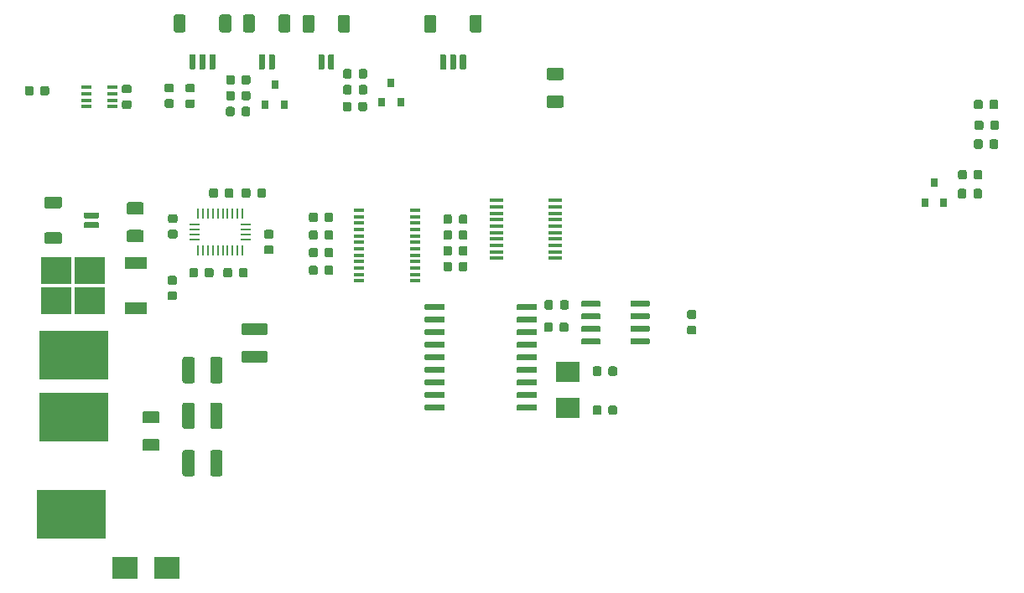
<source format=gbr>
G04 #@! TF.GenerationSoftware,KiCad,Pcbnew,(5.1.4)-1*
G04 #@! TF.CreationDate,2021-01-17T19:56:11-03:30*
G04 #@! TF.ProjectId,AUV_Pi_Expansion,4155565f-5069-45f4-9578-70616e73696f,V1.0*
G04 #@! TF.SameCoordinates,Original*
G04 #@! TF.FileFunction,Paste,Bot*
G04 #@! TF.FilePolarity,Positive*
%FSLAX46Y46*%
G04 Gerber Fmt 4.6, Leading zero omitted, Abs format (unit mm)*
G04 Created by KiCad (PCBNEW (5.1.4)-1) date 2021-01-17 19:56:11*
%MOMM*%
%LPD*%
G04 APERTURE LIST*
%ADD10C,0.100000*%
%ADD11C,1.250000*%
%ADD12C,0.875000*%
%ADD13R,2.500000X2.300000*%
%ADD14R,7.000000X5.000000*%
%ADD15C,0.600000*%
%ADD16C,1.200000*%
%ADD17R,2.200000X1.200000*%
%ADD18R,3.050000X2.750000*%
%ADD19R,0.800000X0.900000*%
%ADD20R,1.100000X0.400000*%
%ADD21R,2.400000X2.000000*%
%ADD22R,1.000000X0.350000*%
%ADD23R,0.254000X1.075000*%
%ADD24R,1.075000X0.254000*%
%ADD25R,1.450000X0.450000*%
G04 APERTURE END LIST*
D10*
G36*
X67499504Y-119926204D02*
G01*
X67523773Y-119929804D01*
X67547571Y-119935765D01*
X67570671Y-119944030D01*
X67592849Y-119954520D01*
X67613893Y-119967133D01*
X67633598Y-119981747D01*
X67651777Y-119998223D01*
X67668253Y-120016402D01*
X67682867Y-120036107D01*
X67695480Y-120057151D01*
X67705970Y-120079329D01*
X67714235Y-120102429D01*
X67720196Y-120126227D01*
X67723796Y-120150496D01*
X67725000Y-120175000D01*
X67725000Y-122325000D01*
X67723796Y-122349504D01*
X67720196Y-122373773D01*
X67714235Y-122397571D01*
X67705970Y-122420671D01*
X67695480Y-122442849D01*
X67682867Y-122463893D01*
X67668253Y-122483598D01*
X67651777Y-122501777D01*
X67633598Y-122518253D01*
X67613893Y-122532867D01*
X67592849Y-122545480D01*
X67570671Y-122555970D01*
X67547571Y-122564235D01*
X67523773Y-122570196D01*
X67499504Y-122573796D01*
X67475000Y-122575000D01*
X66725000Y-122575000D01*
X66700496Y-122573796D01*
X66676227Y-122570196D01*
X66652429Y-122564235D01*
X66629329Y-122555970D01*
X66607151Y-122545480D01*
X66586107Y-122532867D01*
X66566402Y-122518253D01*
X66548223Y-122501777D01*
X66531747Y-122483598D01*
X66517133Y-122463893D01*
X66504520Y-122442849D01*
X66494030Y-122420671D01*
X66485765Y-122397571D01*
X66479804Y-122373773D01*
X66476204Y-122349504D01*
X66475000Y-122325000D01*
X66475000Y-120175000D01*
X66476204Y-120150496D01*
X66479804Y-120126227D01*
X66485765Y-120102429D01*
X66494030Y-120079329D01*
X66504520Y-120057151D01*
X66517133Y-120036107D01*
X66531747Y-120016402D01*
X66548223Y-119998223D01*
X66566402Y-119981747D01*
X66586107Y-119967133D01*
X66607151Y-119954520D01*
X66629329Y-119944030D01*
X66652429Y-119935765D01*
X66676227Y-119929804D01*
X66700496Y-119926204D01*
X66725000Y-119925000D01*
X67475000Y-119925000D01*
X67499504Y-119926204D01*
X67499504Y-119926204D01*
G37*
D11*
X67100000Y-121250000D03*
D10*
G36*
X70299504Y-119926204D02*
G01*
X70323773Y-119929804D01*
X70347571Y-119935765D01*
X70370671Y-119944030D01*
X70392849Y-119954520D01*
X70413893Y-119967133D01*
X70433598Y-119981747D01*
X70451777Y-119998223D01*
X70468253Y-120016402D01*
X70482867Y-120036107D01*
X70495480Y-120057151D01*
X70505970Y-120079329D01*
X70514235Y-120102429D01*
X70520196Y-120126227D01*
X70523796Y-120150496D01*
X70525000Y-120175000D01*
X70525000Y-122325000D01*
X70523796Y-122349504D01*
X70520196Y-122373773D01*
X70514235Y-122397571D01*
X70505970Y-122420671D01*
X70495480Y-122442849D01*
X70482867Y-122463893D01*
X70468253Y-122483598D01*
X70451777Y-122501777D01*
X70433598Y-122518253D01*
X70413893Y-122532867D01*
X70392849Y-122545480D01*
X70370671Y-122555970D01*
X70347571Y-122564235D01*
X70323773Y-122570196D01*
X70299504Y-122573796D01*
X70275000Y-122575000D01*
X69525000Y-122575000D01*
X69500496Y-122573796D01*
X69476227Y-122570196D01*
X69452429Y-122564235D01*
X69429329Y-122555970D01*
X69407151Y-122545480D01*
X69386107Y-122532867D01*
X69366402Y-122518253D01*
X69348223Y-122501777D01*
X69331747Y-122483598D01*
X69317133Y-122463893D01*
X69304520Y-122442849D01*
X69294030Y-122420671D01*
X69285765Y-122397571D01*
X69279804Y-122373773D01*
X69276204Y-122349504D01*
X69275000Y-122325000D01*
X69275000Y-120175000D01*
X69276204Y-120150496D01*
X69279804Y-120126227D01*
X69285765Y-120102429D01*
X69294030Y-120079329D01*
X69304520Y-120057151D01*
X69317133Y-120036107D01*
X69331747Y-120016402D01*
X69348223Y-119998223D01*
X69366402Y-119981747D01*
X69386107Y-119967133D01*
X69407151Y-119954520D01*
X69429329Y-119944030D01*
X69452429Y-119935765D01*
X69476227Y-119929804D01*
X69500496Y-119926204D01*
X69525000Y-119925000D01*
X70275000Y-119925000D01*
X70299504Y-119926204D01*
X70299504Y-119926204D01*
G37*
D11*
X69900000Y-121250000D03*
D10*
G36*
X70299504Y-124526204D02*
G01*
X70323773Y-124529804D01*
X70347571Y-124535765D01*
X70370671Y-124544030D01*
X70392849Y-124554520D01*
X70413893Y-124567133D01*
X70433598Y-124581747D01*
X70451777Y-124598223D01*
X70468253Y-124616402D01*
X70482867Y-124636107D01*
X70495480Y-124657151D01*
X70505970Y-124679329D01*
X70514235Y-124702429D01*
X70520196Y-124726227D01*
X70523796Y-124750496D01*
X70525000Y-124775000D01*
X70525000Y-126925000D01*
X70523796Y-126949504D01*
X70520196Y-126973773D01*
X70514235Y-126997571D01*
X70505970Y-127020671D01*
X70495480Y-127042849D01*
X70482867Y-127063893D01*
X70468253Y-127083598D01*
X70451777Y-127101777D01*
X70433598Y-127118253D01*
X70413893Y-127132867D01*
X70392849Y-127145480D01*
X70370671Y-127155970D01*
X70347571Y-127164235D01*
X70323773Y-127170196D01*
X70299504Y-127173796D01*
X70275000Y-127175000D01*
X69525000Y-127175000D01*
X69500496Y-127173796D01*
X69476227Y-127170196D01*
X69452429Y-127164235D01*
X69429329Y-127155970D01*
X69407151Y-127145480D01*
X69386107Y-127132867D01*
X69366402Y-127118253D01*
X69348223Y-127101777D01*
X69331747Y-127083598D01*
X69317133Y-127063893D01*
X69304520Y-127042849D01*
X69294030Y-127020671D01*
X69285765Y-126997571D01*
X69279804Y-126973773D01*
X69276204Y-126949504D01*
X69275000Y-126925000D01*
X69275000Y-124775000D01*
X69276204Y-124750496D01*
X69279804Y-124726227D01*
X69285765Y-124702429D01*
X69294030Y-124679329D01*
X69304520Y-124657151D01*
X69317133Y-124636107D01*
X69331747Y-124616402D01*
X69348223Y-124598223D01*
X69366402Y-124581747D01*
X69386107Y-124567133D01*
X69407151Y-124554520D01*
X69429329Y-124544030D01*
X69452429Y-124535765D01*
X69476227Y-124529804D01*
X69500496Y-124526204D01*
X69525000Y-124525000D01*
X70275000Y-124525000D01*
X70299504Y-124526204D01*
X70299504Y-124526204D01*
G37*
D11*
X69900000Y-125850000D03*
D10*
G36*
X67499504Y-124526204D02*
G01*
X67523773Y-124529804D01*
X67547571Y-124535765D01*
X67570671Y-124544030D01*
X67592849Y-124554520D01*
X67613893Y-124567133D01*
X67633598Y-124581747D01*
X67651777Y-124598223D01*
X67668253Y-124616402D01*
X67682867Y-124636107D01*
X67695480Y-124657151D01*
X67705970Y-124679329D01*
X67714235Y-124702429D01*
X67720196Y-124726227D01*
X67723796Y-124750496D01*
X67725000Y-124775000D01*
X67725000Y-126925000D01*
X67723796Y-126949504D01*
X67720196Y-126973773D01*
X67714235Y-126997571D01*
X67705970Y-127020671D01*
X67695480Y-127042849D01*
X67682867Y-127063893D01*
X67668253Y-127083598D01*
X67651777Y-127101777D01*
X67633598Y-127118253D01*
X67613893Y-127132867D01*
X67592849Y-127145480D01*
X67570671Y-127155970D01*
X67547571Y-127164235D01*
X67523773Y-127170196D01*
X67499504Y-127173796D01*
X67475000Y-127175000D01*
X66725000Y-127175000D01*
X66700496Y-127173796D01*
X66676227Y-127170196D01*
X66652429Y-127164235D01*
X66629329Y-127155970D01*
X66607151Y-127145480D01*
X66586107Y-127132867D01*
X66566402Y-127118253D01*
X66548223Y-127101777D01*
X66531747Y-127083598D01*
X66517133Y-127063893D01*
X66504520Y-127042849D01*
X66494030Y-127020671D01*
X66485765Y-126997571D01*
X66479804Y-126973773D01*
X66476204Y-126949504D01*
X66475000Y-126925000D01*
X66475000Y-124775000D01*
X66476204Y-124750496D01*
X66479804Y-124726227D01*
X66485765Y-124702429D01*
X66494030Y-124679329D01*
X66504520Y-124657151D01*
X66517133Y-124636107D01*
X66531747Y-124616402D01*
X66548223Y-124598223D01*
X66566402Y-124581747D01*
X66586107Y-124567133D01*
X66607151Y-124554520D01*
X66629329Y-124544030D01*
X66652429Y-124535765D01*
X66676227Y-124529804D01*
X66700496Y-124526204D01*
X66725000Y-124525000D01*
X67475000Y-124525000D01*
X67499504Y-124526204D01*
X67499504Y-124526204D01*
G37*
D11*
X67100000Y-125850000D03*
D10*
G36*
X67499504Y-129326204D02*
G01*
X67523773Y-129329804D01*
X67547571Y-129335765D01*
X67570671Y-129344030D01*
X67592849Y-129354520D01*
X67613893Y-129367133D01*
X67633598Y-129381747D01*
X67651777Y-129398223D01*
X67668253Y-129416402D01*
X67682867Y-129436107D01*
X67695480Y-129457151D01*
X67705970Y-129479329D01*
X67714235Y-129502429D01*
X67720196Y-129526227D01*
X67723796Y-129550496D01*
X67725000Y-129575000D01*
X67725000Y-131725000D01*
X67723796Y-131749504D01*
X67720196Y-131773773D01*
X67714235Y-131797571D01*
X67705970Y-131820671D01*
X67695480Y-131842849D01*
X67682867Y-131863893D01*
X67668253Y-131883598D01*
X67651777Y-131901777D01*
X67633598Y-131918253D01*
X67613893Y-131932867D01*
X67592849Y-131945480D01*
X67570671Y-131955970D01*
X67547571Y-131964235D01*
X67523773Y-131970196D01*
X67499504Y-131973796D01*
X67475000Y-131975000D01*
X66725000Y-131975000D01*
X66700496Y-131973796D01*
X66676227Y-131970196D01*
X66652429Y-131964235D01*
X66629329Y-131955970D01*
X66607151Y-131945480D01*
X66586107Y-131932867D01*
X66566402Y-131918253D01*
X66548223Y-131901777D01*
X66531747Y-131883598D01*
X66517133Y-131863893D01*
X66504520Y-131842849D01*
X66494030Y-131820671D01*
X66485765Y-131797571D01*
X66479804Y-131773773D01*
X66476204Y-131749504D01*
X66475000Y-131725000D01*
X66475000Y-129575000D01*
X66476204Y-129550496D01*
X66479804Y-129526227D01*
X66485765Y-129502429D01*
X66494030Y-129479329D01*
X66504520Y-129457151D01*
X66517133Y-129436107D01*
X66531747Y-129416402D01*
X66548223Y-129398223D01*
X66566402Y-129381747D01*
X66586107Y-129367133D01*
X66607151Y-129354520D01*
X66629329Y-129344030D01*
X66652429Y-129335765D01*
X66676227Y-129329804D01*
X66700496Y-129326204D01*
X66725000Y-129325000D01*
X67475000Y-129325000D01*
X67499504Y-129326204D01*
X67499504Y-129326204D01*
G37*
D11*
X67100000Y-130650000D03*
D10*
G36*
X70299504Y-129326204D02*
G01*
X70323773Y-129329804D01*
X70347571Y-129335765D01*
X70370671Y-129344030D01*
X70392849Y-129354520D01*
X70413893Y-129367133D01*
X70433598Y-129381747D01*
X70451777Y-129398223D01*
X70468253Y-129416402D01*
X70482867Y-129436107D01*
X70495480Y-129457151D01*
X70505970Y-129479329D01*
X70514235Y-129502429D01*
X70520196Y-129526227D01*
X70523796Y-129550496D01*
X70525000Y-129575000D01*
X70525000Y-131725000D01*
X70523796Y-131749504D01*
X70520196Y-131773773D01*
X70514235Y-131797571D01*
X70505970Y-131820671D01*
X70495480Y-131842849D01*
X70482867Y-131863893D01*
X70468253Y-131883598D01*
X70451777Y-131901777D01*
X70433598Y-131918253D01*
X70413893Y-131932867D01*
X70392849Y-131945480D01*
X70370671Y-131955970D01*
X70347571Y-131964235D01*
X70323773Y-131970196D01*
X70299504Y-131973796D01*
X70275000Y-131975000D01*
X69525000Y-131975000D01*
X69500496Y-131973796D01*
X69476227Y-131970196D01*
X69452429Y-131964235D01*
X69429329Y-131955970D01*
X69407151Y-131945480D01*
X69386107Y-131932867D01*
X69366402Y-131918253D01*
X69348223Y-131901777D01*
X69331747Y-131883598D01*
X69317133Y-131863893D01*
X69304520Y-131842849D01*
X69294030Y-131820671D01*
X69285765Y-131797571D01*
X69279804Y-131773773D01*
X69276204Y-131749504D01*
X69275000Y-131725000D01*
X69275000Y-129575000D01*
X69276204Y-129550496D01*
X69279804Y-129526227D01*
X69285765Y-129502429D01*
X69294030Y-129479329D01*
X69304520Y-129457151D01*
X69317133Y-129436107D01*
X69331747Y-129416402D01*
X69348223Y-129398223D01*
X69366402Y-129381747D01*
X69386107Y-129367133D01*
X69407151Y-129354520D01*
X69429329Y-129344030D01*
X69452429Y-129335765D01*
X69476227Y-129329804D01*
X69500496Y-129326204D01*
X69525000Y-129325000D01*
X70275000Y-129325000D01*
X70299504Y-129326204D01*
X70299504Y-129326204D01*
G37*
D11*
X69900000Y-130650000D03*
D10*
G36*
X74849504Y-116476204D02*
G01*
X74873773Y-116479804D01*
X74897571Y-116485765D01*
X74920671Y-116494030D01*
X74942849Y-116504520D01*
X74963893Y-116517133D01*
X74983598Y-116531747D01*
X75001777Y-116548223D01*
X75018253Y-116566402D01*
X75032867Y-116586107D01*
X75045480Y-116607151D01*
X75055970Y-116629329D01*
X75064235Y-116652429D01*
X75070196Y-116676227D01*
X75073796Y-116700496D01*
X75075000Y-116725000D01*
X75075000Y-117475000D01*
X75073796Y-117499504D01*
X75070196Y-117523773D01*
X75064235Y-117547571D01*
X75055970Y-117570671D01*
X75045480Y-117592849D01*
X75032867Y-117613893D01*
X75018253Y-117633598D01*
X75001777Y-117651777D01*
X74983598Y-117668253D01*
X74963893Y-117682867D01*
X74942849Y-117695480D01*
X74920671Y-117705970D01*
X74897571Y-117714235D01*
X74873773Y-117720196D01*
X74849504Y-117723796D01*
X74825000Y-117725000D01*
X72675000Y-117725000D01*
X72650496Y-117723796D01*
X72626227Y-117720196D01*
X72602429Y-117714235D01*
X72579329Y-117705970D01*
X72557151Y-117695480D01*
X72536107Y-117682867D01*
X72516402Y-117668253D01*
X72498223Y-117651777D01*
X72481747Y-117633598D01*
X72467133Y-117613893D01*
X72454520Y-117592849D01*
X72444030Y-117570671D01*
X72435765Y-117547571D01*
X72429804Y-117523773D01*
X72426204Y-117499504D01*
X72425000Y-117475000D01*
X72425000Y-116725000D01*
X72426204Y-116700496D01*
X72429804Y-116676227D01*
X72435765Y-116652429D01*
X72444030Y-116629329D01*
X72454520Y-116607151D01*
X72467133Y-116586107D01*
X72481747Y-116566402D01*
X72498223Y-116548223D01*
X72516402Y-116531747D01*
X72536107Y-116517133D01*
X72557151Y-116504520D01*
X72579329Y-116494030D01*
X72602429Y-116485765D01*
X72626227Y-116479804D01*
X72650496Y-116476204D01*
X72675000Y-116475000D01*
X74825000Y-116475000D01*
X74849504Y-116476204D01*
X74849504Y-116476204D01*
G37*
D11*
X73750000Y-117100000D03*
D10*
G36*
X74849504Y-119276204D02*
G01*
X74873773Y-119279804D01*
X74897571Y-119285765D01*
X74920671Y-119294030D01*
X74942849Y-119304520D01*
X74963893Y-119317133D01*
X74983598Y-119331747D01*
X75001777Y-119348223D01*
X75018253Y-119366402D01*
X75032867Y-119386107D01*
X75045480Y-119407151D01*
X75055970Y-119429329D01*
X75064235Y-119452429D01*
X75070196Y-119476227D01*
X75073796Y-119500496D01*
X75075000Y-119525000D01*
X75075000Y-120275000D01*
X75073796Y-120299504D01*
X75070196Y-120323773D01*
X75064235Y-120347571D01*
X75055970Y-120370671D01*
X75045480Y-120392849D01*
X75032867Y-120413893D01*
X75018253Y-120433598D01*
X75001777Y-120451777D01*
X74983598Y-120468253D01*
X74963893Y-120482867D01*
X74942849Y-120495480D01*
X74920671Y-120505970D01*
X74897571Y-120514235D01*
X74873773Y-120520196D01*
X74849504Y-120523796D01*
X74825000Y-120525000D01*
X72675000Y-120525000D01*
X72650496Y-120523796D01*
X72626227Y-120520196D01*
X72602429Y-120514235D01*
X72579329Y-120505970D01*
X72557151Y-120495480D01*
X72536107Y-120482867D01*
X72516402Y-120468253D01*
X72498223Y-120451777D01*
X72481747Y-120433598D01*
X72467133Y-120413893D01*
X72454520Y-120392849D01*
X72444030Y-120370671D01*
X72435765Y-120347571D01*
X72429804Y-120323773D01*
X72426204Y-120299504D01*
X72425000Y-120275000D01*
X72425000Y-119525000D01*
X72426204Y-119500496D01*
X72429804Y-119476227D01*
X72435765Y-119452429D01*
X72444030Y-119429329D01*
X72454520Y-119407151D01*
X72467133Y-119386107D01*
X72481747Y-119366402D01*
X72498223Y-119348223D01*
X72516402Y-119331747D01*
X72536107Y-119317133D01*
X72557151Y-119304520D01*
X72579329Y-119294030D01*
X72602429Y-119285765D01*
X72626227Y-119279804D01*
X72650496Y-119276204D01*
X72675000Y-119275000D01*
X74825000Y-119275000D01*
X74849504Y-119276204D01*
X74849504Y-119276204D01*
G37*
D11*
X73750000Y-119900000D03*
D10*
G36*
X61127691Y-92388552D02*
G01*
X61148926Y-92391702D01*
X61169750Y-92396918D01*
X61189962Y-92404150D01*
X61209368Y-92413329D01*
X61227781Y-92424365D01*
X61245024Y-92437153D01*
X61260930Y-92451569D01*
X61275346Y-92467475D01*
X61288134Y-92484718D01*
X61299170Y-92503131D01*
X61308349Y-92522537D01*
X61315581Y-92542749D01*
X61320797Y-92563573D01*
X61323947Y-92584808D01*
X61325000Y-92606249D01*
X61325000Y-93043749D01*
X61323947Y-93065190D01*
X61320797Y-93086425D01*
X61315581Y-93107249D01*
X61308349Y-93127461D01*
X61299170Y-93146867D01*
X61288134Y-93165280D01*
X61275346Y-93182523D01*
X61260930Y-93198429D01*
X61245024Y-93212845D01*
X61227781Y-93225633D01*
X61209368Y-93236669D01*
X61189962Y-93245848D01*
X61169750Y-93253080D01*
X61148926Y-93258296D01*
X61127691Y-93261446D01*
X61106250Y-93262499D01*
X60593750Y-93262499D01*
X60572309Y-93261446D01*
X60551074Y-93258296D01*
X60530250Y-93253080D01*
X60510038Y-93245848D01*
X60490632Y-93236669D01*
X60472219Y-93225633D01*
X60454976Y-93212845D01*
X60439070Y-93198429D01*
X60424654Y-93182523D01*
X60411866Y-93165280D01*
X60400830Y-93146867D01*
X60391651Y-93127461D01*
X60384419Y-93107249D01*
X60379203Y-93086425D01*
X60376053Y-93065190D01*
X60375000Y-93043749D01*
X60375000Y-92606249D01*
X60376053Y-92584808D01*
X60379203Y-92563573D01*
X60384419Y-92542749D01*
X60391651Y-92522537D01*
X60400830Y-92503131D01*
X60411866Y-92484718D01*
X60424654Y-92467475D01*
X60439070Y-92451569D01*
X60454976Y-92437153D01*
X60472219Y-92424365D01*
X60490632Y-92413329D01*
X60510038Y-92404150D01*
X60530250Y-92396918D01*
X60551074Y-92391702D01*
X60572309Y-92388552D01*
X60593750Y-92387499D01*
X61106250Y-92387499D01*
X61127691Y-92388552D01*
X61127691Y-92388552D01*
G37*
D12*
X60850000Y-92824999D03*
D10*
G36*
X61127691Y-93963552D02*
G01*
X61148926Y-93966702D01*
X61169750Y-93971918D01*
X61189962Y-93979150D01*
X61209368Y-93988329D01*
X61227781Y-93999365D01*
X61245024Y-94012153D01*
X61260930Y-94026569D01*
X61275346Y-94042475D01*
X61288134Y-94059718D01*
X61299170Y-94078131D01*
X61308349Y-94097537D01*
X61315581Y-94117749D01*
X61320797Y-94138573D01*
X61323947Y-94159808D01*
X61325000Y-94181249D01*
X61325000Y-94618749D01*
X61323947Y-94640190D01*
X61320797Y-94661425D01*
X61315581Y-94682249D01*
X61308349Y-94702461D01*
X61299170Y-94721867D01*
X61288134Y-94740280D01*
X61275346Y-94757523D01*
X61260930Y-94773429D01*
X61245024Y-94787845D01*
X61227781Y-94800633D01*
X61209368Y-94811669D01*
X61189962Y-94820848D01*
X61169750Y-94828080D01*
X61148926Y-94833296D01*
X61127691Y-94836446D01*
X61106250Y-94837499D01*
X60593750Y-94837499D01*
X60572309Y-94836446D01*
X60551074Y-94833296D01*
X60530250Y-94828080D01*
X60510038Y-94820848D01*
X60490632Y-94811669D01*
X60472219Y-94800633D01*
X60454976Y-94787845D01*
X60439070Y-94773429D01*
X60424654Y-94757523D01*
X60411866Y-94740280D01*
X60400830Y-94721867D01*
X60391651Y-94702461D01*
X60384419Y-94682249D01*
X60379203Y-94661425D01*
X60376053Y-94640190D01*
X60375000Y-94618749D01*
X60375000Y-94181249D01*
X60376053Y-94159808D01*
X60379203Y-94138573D01*
X60384419Y-94117749D01*
X60391651Y-94097537D01*
X60400830Y-94078131D01*
X60411866Y-94059718D01*
X60424654Y-94042475D01*
X60439070Y-94026569D01*
X60454976Y-94012153D01*
X60472219Y-93999365D01*
X60490632Y-93988329D01*
X60510038Y-93979150D01*
X60530250Y-93971918D01*
X60551074Y-93966702D01*
X60572309Y-93963552D01*
X60593750Y-93962499D01*
X61106250Y-93962499D01*
X61127691Y-93963552D01*
X61127691Y-93963552D01*
G37*
D12*
X60850000Y-94399999D03*
D10*
G36*
X145440192Y-102926053D02*
G01*
X145461427Y-102929203D01*
X145482251Y-102934419D01*
X145502463Y-102941651D01*
X145521869Y-102950830D01*
X145540282Y-102961866D01*
X145557525Y-102974654D01*
X145573431Y-102989070D01*
X145587847Y-103004976D01*
X145600635Y-103022219D01*
X145611671Y-103040632D01*
X145620850Y-103060038D01*
X145628082Y-103080250D01*
X145633298Y-103101074D01*
X145636448Y-103122309D01*
X145637501Y-103143750D01*
X145637501Y-103656250D01*
X145636448Y-103677691D01*
X145633298Y-103698926D01*
X145628082Y-103719750D01*
X145620850Y-103739962D01*
X145611671Y-103759368D01*
X145600635Y-103777781D01*
X145587847Y-103795024D01*
X145573431Y-103810930D01*
X145557525Y-103825346D01*
X145540282Y-103838134D01*
X145521869Y-103849170D01*
X145502463Y-103858349D01*
X145482251Y-103865581D01*
X145461427Y-103870797D01*
X145440192Y-103873947D01*
X145418751Y-103875000D01*
X144981251Y-103875000D01*
X144959810Y-103873947D01*
X144938575Y-103870797D01*
X144917751Y-103865581D01*
X144897539Y-103858349D01*
X144878133Y-103849170D01*
X144859720Y-103838134D01*
X144842477Y-103825346D01*
X144826571Y-103810930D01*
X144812155Y-103795024D01*
X144799367Y-103777781D01*
X144788331Y-103759368D01*
X144779152Y-103739962D01*
X144771920Y-103719750D01*
X144766704Y-103698926D01*
X144763554Y-103677691D01*
X144762501Y-103656250D01*
X144762501Y-103143750D01*
X144763554Y-103122309D01*
X144766704Y-103101074D01*
X144771920Y-103080250D01*
X144779152Y-103060038D01*
X144788331Y-103040632D01*
X144799367Y-103022219D01*
X144812155Y-103004976D01*
X144826571Y-102989070D01*
X144842477Y-102974654D01*
X144859720Y-102961866D01*
X144878133Y-102950830D01*
X144897539Y-102941651D01*
X144917751Y-102934419D01*
X144938575Y-102929203D01*
X144959810Y-102926053D01*
X144981251Y-102925000D01*
X145418751Y-102925000D01*
X145440192Y-102926053D01*
X145440192Y-102926053D01*
G37*
D12*
X145200001Y-103400000D03*
D10*
G36*
X147015192Y-102926053D02*
G01*
X147036427Y-102929203D01*
X147057251Y-102934419D01*
X147077463Y-102941651D01*
X147096869Y-102950830D01*
X147115282Y-102961866D01*
X147132525Y-102974654D01*
X147148431Y-102989070D01*
X147162847Y-103004976D01*
X147175635Y-103022219D01*
X147186671Y-103040632D01*
X147195850Y-103060038D01*
X147203082Y-103080250D01*
X147208298Y-103101074D01*
X147211448Y-103122309D01*
X147212501Y-103143750D01*
X147212501Y-103656250D01*
X147211448Y-103677691D01*
X147208298Y-103698926D01*
X147203082Y-103719750D01*
X147195850Y-103739962D01*
X147186671Y-103759368D01*
X147175635Y-103777781D01*
X147162847Y-103795024D01*
X147148431Y-103810930D01*
X147132525Y-103825346D01*
X147115282Y-103838134D01*
X147096869Y-103849170D01*
X147077463Y-103858349D01*
X147057251Y-103865581D01*
X147036427Y-103870797D01*
X147015192Y-103873947D01*
X146993751Y-103875000D01*
X146556251Y-103875000D01*
X146534810Y-103873947D01*
X146513575Y-103870797D01*
X146492751Y-103865581D01*
X146472539Y-103858349D01*
X146453133Y-103849170D01*
X146434720Y-103838134D01*
X146417477Y-103825346D01*
X146401571Y-103810930D01*
X146387155Y-103795024D01*
X146374367Y-103777781D01*
X146363331Y-103759368D01*
X146354152Y-103739962D01*
X146346920Y-103719750D01*
X146341704Y-103698926D01*
X146338554Y-103677691D01*
X146337501Y-103656250D01*
X146337501Y-103143750D01*
X146338554Y-103122309D01*
X146341704Y-103101074D01*
X146346920Y-103080250D01*
X146354152Y-103060038D01*
X146363331Y-103040632D01*
X146374367Y-103022219D01*
X146387155Y-103004976D01*
X146401571Y-102989070D01*
X146417477Y-102974654D01*
X146434720Y-102961866D01*
X146453133Y-102950830D01*
X146472539Y-102941651D01*
X146492751Y-102934419D01*
X146513575Y-102929203D01*
X146534810Y-102926053D01*
X146556251Y-102925000D01*
X146993751Y-102925000D01*
X147015192Y-102926053D01*
X147015192Y-102926053D01*
G37*
D12*
X146775001Y-103400000D03*
D10*
G36*
X69865191Y-102876053D02*
G01*
X69886426Y-102879203D01*
X69907250Y-102884419D01*
X69927462Y-102891651D01*
X69946868Y-102900830D01*
X69965281Y-102911866D01*
X69982524Y-102924654D01*
X69998430Y-102939070D01*
X70012846Y-102954976D01*
X70025634Y-102972219D01*
X70036670Y-102990632D01*
X70045849Y-103010038D01*
X70053081Y-103030250D01*
X70058297Y-103051074D01*
X70061447Y-103072309D01*
X70062500Y-103093750D01*
X70062500Y-103606250D01*
X70061447Y-103627691D01*
X70058297Y-103648926D01*
X70053081Y-103669750D01*
X70045849Y-103689962D01*
X70036670Y-103709368D01*
X70025634Y-103727781D01*
X70012846Y-103745024D01*
X69998430Y-103760930D01*
X69982524Y-103775346D01*
X69965281Y-103788134D01*
X69946868Y-103799170D01*
X69927462Y-103808349D01*
X69907250Y-103815581D01*
X69886426Y-103820797D01*
X69865191Y-103823947D01*
X69843750Y-103825000D01*
X69406250Y-103825000D01*
X69384809Y-103823947D01*
X69363574Y-103820797D01*
X69342750Y-103815581D01*
X69322538Y-103808349D01*
X69303132Y-103799170D01*
X69284719Y-103788134D01*
X69267476Y-103775346D01*
X69251570Y-103760930D01*
X69237154Y-103745024D01*
X69224366Y-103727781D01*
X69213330Y-103709368D01*
X69204151Y-103689962D01*
X69196919Y-103669750D01*
X69191703Y-103648926D01*
X69188553Y-103627691D01*
X69187500Y-103606250D01*
X69187500Y-103093750D01*
X69188553Y-103072309D01*
X69191703Y-103051074D01*
X69196919Y-103030250D01*
X69204151Y-103010038D01*
X69213330Y-102990632D01*
X69224366Y-102972219D01*
X69237154Y-102954976D01*
X69251570Y-102939070D01*
X69267476Y-102924654D01*
X69284719Y-102911866D01*
X69303132Y-102900830D01*
X69322538Y-102891651D01*
X69342750Y-102884419D01*
X69363574Y-102879203D01*
X69384809Y-102876053D01*
X69406250Y-102875000D01*
X69843750Y-102875000D01*
X69865191Y-102876053D01*
X69865191Y-102876053D01*
G37*
D12*
X69625000Y-103350000D03*
D10*
G36*
X71440191Y-102876053D02*
G01*
X71461426Y-102879203D01*
X71482250Y-102884419D01*
X71502462Y-102891651D01*
X71521868Y-102900830D01*
X71540281Y-102911866D01*
X71557524Y-102924654D01*
X71573430Y-102939070D01*
X71587846Y-102954976D01*
X71600634Y-102972219D01*
X71611670Y-102990632D01*
X71620849Y-103010038D01*
X71628081Y-103030250D01*
X71633297Y-103051074D01*
X71636447Y-103072309D01*
X71637500Y-103093750D01*
X71637500Y-103606250D01*
X71636447Y-103627691D01*
X71633297Y-103648926D01*
X71628081Y-103669750D01*
X71620849Y-103689962D01*
X71611670Y-103709368D01*
X71600634Y-103727781D01*
X71587846Y-103745024D01*
X71573430Y-103760930D01*
X71557524Y-103775346D01*
X71540281Y-103788134D01*
X71521868Y-103799170D01*
X71502462Y-103808349D01*
X71482250Y-103815581D01*
X71461426Y-103820797D01*
X71440191Y-103823947D01*
X71418750Y-103825000D01*
X70981250Y-103825000D01*
X70959809Y-103823947D01*
X70938574Y-103820797D01*
X70917750Y-103815581D01*
X70897538Y-103808349D01*
X70878132Y-103799170D01*
X70859719Y-103788134D01*
X70842476Y-103775346D01*
X70826570Y-103760930D01*
X70812154Y-103745024D01*
X70799366Y-103727781D01*
X70788330Y-103709368D01*
X70779151Y-103689962D01*
X70771919Y-103669750D01*
X70766703Y-103648926D01*
X70763553Y-103627691D01*
X70762500Y-103606250D01*
X70762500Y-103093750D01*
X70763553Y-103072309D01*
X70766703Y-103051074D01*
X70771919Y-103030250D01*
X70779151Y-103010038D01*
X70788330Y-102990632D01*
X70799366Y-102972219D01*
X70812154Y-102954976D01*
X70826570Y-102939070D01*
X70842476Y-102924654D01*
X70859719Y-102911866D01*
X70878132Y-102900830D01*
X70897538Y-102891651D01*
X70917750Y-102884419D01*
X70938574Y-102879203D01*
X70959809Y-102876053D01*
X70981250Y-102875000D01*
X71418750Y-102875000D01*
X71440191Y-102876053D01*
X71440191Y-102876053D01*
G37*
D12*
X71200000Y-103350000D03*
D10*
G36*
X73140192Y-102876053D02*
G01*
X73161427Y-102879203D01*
X73182251Y-102884419D01*
X73202463Y-102891651D01*
X73221869Y-102900830D01*
X73240282Y-102911866D01*
X73257525Y-102924654D01*
X73273431Y-102939070D01*
X73287847Y-102954976D01*
X73300635Y-102972219D01*
X73311671Y-102990632D01*
X73320850Y-103010038D01*
X73328082Y-103030250D01*
X73333298Y-103051074D01*
X73336448Y-103072309D01*
X73337501Y-103093750D01*
X73337501Y-103606250D01*
X73336448Y-103627691D01*
X73333298Y-103648926D01*
X73328082Y-103669750D01*
X73320850Y-103689962D01*
X73311671Y-103709368D01*
X73300635Y-103727781D01*
X73287847Y-103745024D01*
X73273431Y-103760930D01*
X73257525Y-103775346D01*
X73240282Y-103788134D01*
X73221869Y-103799170D01*
X73202463Y-103808349D01*
X73182251Y-103815581D01*
X73161427Y-103820797D01*
X73140192Y-103823947D01*
X73118751Y-103825000D01*
X72681251Y-103825000D01*
X72659810Y-103823947D01*
X72638575Y-103820797D01*
X72617751Y-103815581D01*
X72597539Y-103808349D01*
X72578133Y-103799170D01*
X72559720Y-103788134D01*
X72542477Y-103775346D01*
X72526571Y-103760930D01*
X72512155Y-103745024D01*
X72499367Y-103727781D01*
X72488331Y-103709368D01*
X72479152Y-103689962D01*
X72471920Y-103669750D01*
X72466704Y-103648926D01*
X72463554Y-103627691D01*
X72462501Y-103606250D01*
X72462501Y-103093750D01*
X72463554Y-103072309D01*
X72466704Y-103051074D01*
X72471920Y-103030250D01*
X72479152Y-103010038D01*
X72488331Y-102990632D01*
X72499367Y-102972219D01*
X72512155Y-102954976D01*
X72526571Y-102939070D01*
X72542477Y-102924654D01*
X72559720Y-102911866D01*
X72578133Y-102900830D01*
X72597539Y-102891651D01*
X72617751Y-102884419D01*
X72638575Y-102879203D01*
X72659810Y-102876053D01*
X72681251Y-102875000D01*
X73118751Y-102875000D01*
X73140192Y-102876053D01*
X73140192Y-102876053D01*
G37*
D12*
X72900001Y-103350000D03*
D10*
G36*
X74715192Y-102876053D02*
G01*
X74736427Y-102879203D01*
X74757251Y-102884419D01*
X74777463Y-102891651D01*
X74796869Y-102900830D01*
X74815282Y-102911866D01*
X74832525Y-102924654D01*
X74848431Y-102939070D01*
X74862847Y-102954976D01*
X74875635Y-102972219D01*
X74886671Y-102990632D01*
X74895850Y-103010038D01*
X74903082Y-103030250D01*
X74908298Y-103051074D01*
X74911448Y-103072309D01*
X74912501Y-103093750D01*
X74912501Y-103606250D01*
X74911448Y-103627691D01*
X74908298Y-103648926D01*
X74903082Y-103669750D01*
X74895850Y-103689962D01*
X74886671Y-103709368D01*
X74875635Y-103727781D01*
X74862847Y-103745024D01*
X74848431Y-103760930D01*
X74832525Y-103775346D01*
X74815282Y-103788134D01*
X74796869Y-103799170D01*
X74777463Y-103808349D01*
X74757251Y-103815581D01*
X74736427Y-103820797D01*
X74715192Y-103823947D01*
X74693751Y-103825000D01*
X74256251Y-103825000D01*
X74234810Y-103823947D01*
X74213575Y-103820797D01*
X74192751Y-103815581D01*
X74172539Y-103808349D01*
X74153133Y-103799170D01*
X74134720Y-103788134D01*
X74117477Y-103775346D01*
X74101571Y-103760930D01*
X74087155Y-103745024D01*
X74074367Y-103727781D01*
X74063331Y-103709368D01*
X74054152Y-103689962D01*
X74046920Y-103669750D01*
X74041704Y-103648926D01*
X74038554Y-103627691D01*
X74037501Y-103606250D01*
X74037501Y-103093750D01*
X74038554Y-103072309D01*
X74041704Y-103051074D01*
X74046920Y-103030250D01*
X74054152Y-103010038D01*
X74063331Y-102990632D01*
X74074367Y-102972219D01*
X74087155Y-102954976D01*
X74101571Y-102939070D01*
X74117477Y-102924654D01*
X74134720Y-102911866D01*
X74153133Y-102900830D01*
X74172539Y-102891651D01*
X74192751Y-102884419D01*
X74213575Y-102879203D01*
X74234810Y-102876053D01*
X74256251Y-102875000D01*
X74693751Y-102875000D01*
X74715192Y-102876053D01*
X74715192Y-102876053D01*
G37*
D12*
X74475001Y-103350000D03*
D10*
G36*
X75477691Y-108638553D02*
G01*
X75498926Y-108641703D01*
X75519750Y-108646919D01*
X75539962Y-108654151D01*
X75559368Y-108663330D01*
X75577781Y-108674366D01*
X75595024Y-108687154D01*
X75610930Y-108701570D01*
X75625346Y-108717476D01*
X75638134Y-108734719D01*
X75649170Y-108753132D01*
X75658349Y-108772538D01*
X75665581Y-108792750D01*
X75670797Y-108813574D01*
X75673947Y-108834809D01*
X75675000Y-108856250D01*
X75675000Y-109293750D01*
X75673947Y-109315191D01*
X75670797Y-109336426D01*
X75665581Y-109357250D01*
X75658349Y-109377462D01*
X75649170Y-109396868D01*
X75638134Y-109415281D01*
X75625346Y-109432524D01*
X75610930Y-109448430D01*
X75595024Y-109462846D01*
X75577781Y-109475634D01*
X75559368Y-109486670D01*
X75539962Y-109495849D01*
X75519750Y-109503081D01*
X75498926Y-109508297D01*
X75477691Y-109511447D01*
X75456250Y-109512500D01*
X74943750Y-109512500D01*
X74922309Y-109511447D01*
X74901074Y-109508297D01*
X74880250Y-109503081D01*
X74860038Y-109495849D01*
X74840632Y-109486670D01*
X74822219Y-109475634D01*
X74804976Y-109462846D01*
X74789070Y-109448430D01*
X74774654Y-109432524D01*
X74761866Y-109415281D01*
X74750830Y-109396868D01*
X74741651Y-109377462D01*
X74734419Y-109357250D01*
X74729203Y-109336426D01*
X74726053Y-109315191D01*
X74725000Y-109293750D01*
X74725000Y-108856250D01*
X74726053Y-108834809D01*
X74729203Y-108813574D01*
X74734419Y-108792750D01*
X74741651Y-108772538D01*
X74750830Y-108753132D01*
X74761866Y-108734719D01*
X74774654Y-108717476D01*
X74789070Y-108701570D01*
X74804976Y-108687154D01*
X74822219Y-108674366D01*
X74840632Y-108663330D01*
X74860038Y-108654151D01*
X74880250Y-108646919D01*
X74901074Y-108641703D01*
X74922309Y-108638553D01*
X74943750Y-108637500D01*
X75456250Y-108637500D01*
X75477691Y-108638553D01*
X75477691Y-108638553D01*
G37*
D12*
X75200000Y-109075000D03*
D10*
G36*
X75477691Y-107063553D02*
G01*
X75498926Y-107066703D01*
X75519750Y-107071919D01*
X75539962Y-107079151D01*
X75559368Y-107088330D01*
X75577781Y-107099366D01*
X75595024Y-107112154D01*
X75610930Y-107126570D01*
X75625346Y-107142476D01*
X75638134Y-107159719D01*
X75649170Y-107178132D01*
X75658349Y-107197538D01*
X75665581Y-107217750D01*
X75670797Y-107238574D01*
X75673947Y-107259809D01*
X75675000Y-107281250D01*
X75675000Y-107718750D01*
X75673947Y-107740191D01*
X75670797Y-107761426D01*
X75665581Y-107782250D01*
X75658349Y-107802462D01*
X75649170Y-107821868D01*
X75638134Y-107840281D01*
X75625346Y-107857524D01*
X75610930Y-107873430D01*
X75595024Y-107887846D01*
X75577781Y-107900634D01*
X75559368Y-107911670D01*
X75539962Y-107920849D01*
X75519750Y-107928081D01*
X75498926Y-107933297D01*
X75477691Y-107936447D01*
X75456250Y-107937500D01*
X74943750Y-107937500D01*
X74922309Y-107936447D01*
X74901074Y-107933297D01*
X74880250Y-107928081D01*
X74860038Y-107920849D01*
X74840632Y-107911670D01*
X74822219Y-107900634D01*
X74804976Y-107887846D01*
X74789070Y-107873430D01*
X74774654Y-107857524D01*
X74761866Y-107840281D01*
X74750830Y-107821868D01*
X74741651Y-107802462D01*
X74734419Y-107782250D01*
X74729203Y-107761426D01*
X74726053Y-107740191D01*
X74725000Y-107718750D01*
X74725000Y-107281250D01*
X74726053Y-107259809D01*
X74729203Y-107238574D01*
X74734419Y-107217750D01*
X74741651Y-107197538D01*
X74750830Y-107178132D01*
X74761866Y-107159719D01*
X74774654Y-107142476D01*
X74789070Y-107126570D01*
X74804976Y-107112154D01*
X74822219Y-107099366D01*
X74840632Y-107088330D01*
X74860038Y-107079151D01*
X74880250Y-107071919D01*
X74901074Y-107066703D01*
X74922309Y-107063553D01*
X74943750Y-107062500D01*
X75456250Y-107062500D01*
X75477691Y-107063553D01*
X75477691Y-107063553D01*
G37*
D12*
X75200000Y-107500000D03*
D10*
G36*
X71290191Y-110926053D02*
G01*
X71311426Y-110929203D01*
X71332250Y-110934419D01*
X71352462Y-110941651D01*
X71371868Y-110950830D01*
X71390281Y-110961866D01*
X71407524Y-110974654D01*
X71423430Y-110989070D01*
X71437846Y-111004976D01*
X71450634Y-111022219D01*
X71461670Y-111040632D01*
X71470849Y-111060038D01*
X71478081Y-111080250D01*
X71483297Y-111101074D01*
X71486447Y-111122309D01*
X71487500Y-111143750D01*
X71487500Y-111656250D01*
X71486447Y-111677691D01*
X71483297Y-111698926D01*
X71478081Y-111719750D01*
X71470849Y-111739962D01*
X71461670Y-111759368D01*
X71450634Y-111777781D01*
X71437846Y-111795024D01*
X71423430Y-111810930D01*
X71407524Y-111825346D01*
X71390281Y-111838134D01*
X71371868Y-111849170D01*
X71352462Y-111858349D01*
X71332250Y-111865581D01*
X71311426Y-111870797D01*
X71290191Y-111873947D01*
X71268750Y-111875000D01*
X70831250Y-111875000D01*
X70809809Y-111873947D01*
X70788574Y-111870797D01*
X70767750Y-111865581D01*
X70747538Y-111858349D01*
X70728132Y-111849170D01*
X70709719Y-111838134D01*
X70692476Y-111825346D01*
X70676570Y-111810930D01*
X70662154Y-111795024D01*
X70649366Y-111777781D01*
X70638330Y-111759368D01*
X70629151Y-111739962D01*
X70621919Y-111719750D01*
X70616703Y-111698926D01*
X70613553Y-111677691D01*
X70612500Y-111656250D01*
X70612500Y-111143750D01*
X70613553Y-111122309D01*
X70616703Y-111101074D01*
X70621919Y-111080250D01*
X70629151Y-111060038D01*
X70638330Y-111040632D01*
X70649366Y-111022219D01*
X70662154Y-111004976D01*
X70676570Y-110989070D01*
X70692476Y-110974654D01*
X70709719Y-110961866D01*
X70728132Y-110950830D01*
X70747538Y-110941651D01*
X70767750Y-110934419D01*
X70788574Y-110929203D01*
X70809809Y-110926053D01*
X70831250Y-110925000D01*
X71268750Y-110925000D01*
X71290191Y-110926053D01*
X71290191Y-110926053D01*
G37*
D12*
X71050000Y-111400000D03*
D10*
G36*
X72865191Y-110926053D02*
G01*
X72886426Y-110929203D01*
X72907250Y-110934419D01*
X72927462Y-110941651D01*
X72946868Y-110950830D01*
X72965281Y-110961866D01*
X72982524Y-110974654D01*
X72998430Y-110989070D01*
X73012846Y-111004976D01*
X73025634Y-111022219D01*
X73036670Y-111040632D01*
X73045849Y-111060038D01*
X73053081Y-111080250D01*
X73058297Y-111101074D01*
X73061447Y-111122309D01*
X73062500Y-111143750D01*
X73062500Y-111656250D01*
X73061447Y-111677691D01*
X73058297Y-111698926D01*
X73053081Y-111719750D01*
X73045849Y-111739962D01*
X73036670Y-111759368D01*
X73025634Y-111777781D01*
X73012846Y-111795024D01*
X72998430Y-111810930D01*
X72982524Y-111825346D01*
X72965281Y-111838134D01*
X72946868Y-111849170D01*
X72927462Y-111858349D01*
X72907250Y-111865581D01*
X72886426Y-111870797D01*
X72865191Y-111873947D01*
X72843750Y-111875000D01*
X72406250Y-111875000D01*
X72384809Y-111873947D01*
X72363574Y-111870797D01*
X72342750Y-111865581D01*
X72322538Y-111858349D01*
X72303132Y-111849170D01*
X72284719Y-111838134D01*
X72267476Y-111825346D01*
X72251570Y-111810930D01*
X72237154Y-111795024D01*
X72224366Y-111777781D01*
X72213330Y-111759368D01*
X72204151Y-111739962D01*
X72196919Y-111719750D01*
X72191703Y-111698926D01*
X72188553Y-111677691D01*
X72187500Y-111656250D01*
X72187500Y-111143750D01*
X72188553Y-111122309D01*
X72191703Y-111101074D01*
X72196919Y-111080250D01*
X72204151Y-111060038D01*
X72213330Y-111040632D01*
X72224366Y-111022219D01*
X72237154Y-111004976D01*
X72251570Y-110989070D01*
X72267476Y-110974654D01*
X72284719Y-110961866D01*
X72303132Y-110950830D01*
X72322538Y-110941651D01*
X72342750Y-110934419D01*
X72363574Y-110929203D01*
X72384809Y-110926053D01*
X72406250Y-110925000D01*
X72843750Y-110925000D01*
X72865191Y-110926053D01*
X72865191Y-110926053D01*
G37*
D12*
X72625000Y-111400000D03*
D10*
G36*
X108590191Y-120876053D02*
G01*
X108611426Y-120879203D01*
X108632250Y-120884419D01*
X108652462Y-120891651D01*
X108671868Y-120900830D01*
X108690281Y-120911866D01*
X108707524Y-120924654D01*
X108723430Y-120939070D01*
X108737846Y-120954976D01*
X108750634Y-120972219D01*
X108761670Y-120990632D01*
X108770849Y-121010038D01*
X108778081Y-121030250D01*
X108783297Y-121051074D01*
X108786447Y-121072309D01*
X108787500Y-121093750D01*
X108787500Y-121606250D01*
X108786447Y-121627691D01*
X108783297Y-121648926D01*
X108778081Y-121669750D01*
X108770849Y-121689962D01*
X108761670Y-121709368D01*
X108750634Y-121727781D01*
X108737846Y-121745024D01*
X108723430Y-121760930D01*
X108707524Y-121775346D01*
X108690281Y-121788134D01*
X108671868Y-121799170D01*
X108652462Y-121808349D01*
X108632250Y-121815581D01*
X108611426Y-121820797D01*
X108590191Y-121823947D01*
X108568750Y-121825000D01*
X108131250Y-121825000D01*
X108109809Y-121823947D01*
X108088574Y-121820797D01*
X108067750Y-121815581D01*
X108047538Y-121808349D01*
X108028132Y-121799170D01*
X108009719Y-121788134D01*
X107992476Y-121775346D01*
X107976570Y-121760930D01*
X107962154Y-121745024D01*
X107949366Y-121727781D01*
X107938330Y-121709368D01*
X107929151Y-121689962D01*
X107921919Y-121669750D01*
X107916703Y-121648926D01*
X107913553Y-121627691D01*
X107912500Y-121606250D01*
X107912500Y-121093750D01*
X107913553Y-121072309D01*
X107916703Y-121051074D01*
X107921919Y-121030250D01*
X107929151Y-121010038D01*
X107938330Y-120990632D01*
X107949366Y-120972219D01*
X107962154Y-120954976D01*
X107976570Y-120939070D01*
X107992476Y-120924654D01*
X108009719Y-120911866D01*
X108028132Y-120900830D01*
X108047538Y-120891651D01*
X108067750Y-120884419D01*
X108088574Y-120879203D01*
X108109809Y-120876053D01*
X108131250Y-120875000D01*
X108568750Y-120875000D01*
X108590191Y-120876053D01*
X108590191Y-120876053D01*
G37*
D12*
X108350000Y-121350000D03*
D10*
G36*
X110165191Y-120876053D02*
G01*
X110186426Y-120879203D01*
X110207250Y-120884419D01*
X110227462Y-120891651D01*
X110246868Y-120900830D01*
X110265281Y-120911866D01*
X110282524Y-120924654D01*
X110298430Y-120939070D01*
X110312846Y-120954976D01*
X110325634Y-120972219D01*
X110336670Y-120990632D01*
X110345849Y-121010038D01*
X110353081Y-121030250D01*
X110358297Y-121051074D01*
X110361447Y-121072309D01*
X110362500Y-121093750D01*
X110362500Y-121606250D01*
X110361447Y-121627691D01*
X110358297Y-121648926D01*
X110353081Y-121669750D01*
X110345849Y-121689962D01*
X110336670Y-121709368D01*
X110325634Y-121727781D01*
X110312846Y-121745024D01*
X110298430Y-121760930D01*
X110282524Y-121775346D01*
X110265281Y-121788134D01*
X110246868Y-121799170D01*
X110227462Y-121808349D01*
X110207250Y-121815581D01*
X110186426Y-121820797D01*
X110165191Y-121823947D01*
X110143750Y-121825000D01*
X109706250Y-121825000D01*
X109684809Y-121823947D01*
X109663574Y-121820797D01*
X109642750Y-121815581D01*
X109622538Y-121808349D01*
X109603132Y-121799170D01*
X109584719Y-121788134D01*
X109567476Y-121775346D01*
X109551570Y-121760930D01*
X109537154Y-121745024D01*
X109524366Y-121727781D01*
X109513330Y-121709368D01*
X109504151Y-121689962D01*
X109496919Y-121669750D01*
X109491703Y-121648926D01*
X109488553Y-121627691D01*
X109487500Y-121606250D01*
X109487500Y-121093750D01*
X109488553Y-121072309D01*
X109491703Y-121051074D01*
X109496919Y-121030250D01*
X109504151Y-121010038D01*
X109513330Y-120990632D01*
X109524366Y-120972219D01*
X109537154Y-120954976D01*
X109551570Y-120939070D01*
X109567476Y-120924654D01*
X109584719Y-120911866D01*
X109603132Y-120900830D01*
X109622538Y-120891651D01*
X109642750Y-120884419D01*
X109663574Y-120879203D01*
X109684809Y-120876053D01*
X109706250Y-120875000D01*
X110143750Y-120875000D01*
X110165191Y-120876053D01*
X110165191Y-120876053D01*
G37*
D12*
X109925000Y-121350000D03*
D10*
G36*
X110165191Y-124826053D02*
G01*
X110186426Y-124829203D01*
X110207250Y-124834419D01*
X110227462Y-124841651D01*
X110246868Y-124850830D01*
X110265281Y-124861866D01*
X110282524Y-124874654D01*
X110298430Y-124889070D01*
X110312846Y-124904976D01*
X110325634Y-124922219D01*
X110336670Y-124940632D01*
X110345849Y-124960038D01*
X110353081Y-124980250D01*
X110358297Y-125001074D01*
X110361447Y-125022309D01*
X110362500Y-125043750D01*
X110362500Y-125556250D01*
X110361447Y-125577691D01*
X110358297Y-125598926D01*
X110353081Y-125619750D01*
X110345849Y-125639962D01*
X110336670Y-125659368D01*
X110325634Y-125677781D01*
X110312846Y-125695024D01*
X110298430Y-125710930D01*
X110282524Y-125725346D01*
X110265281Y-125738134D01*
X110246868Y-125749170D01*
X110227462Y-125758349D01*
X110207250Y-125765581D01*
X110186426Y-125770797D01*
X110165191Y-125773947D01*
X110143750Y-125775000D01*
X109706250Y-125775000D01*
X109684809Y-125773947D01*
X109663574Y-125770797D01*
X109642750Y-125765581D01*
X109622538Y-125758349D01*
X109603132Y-125749170D01*
X109584719Y-125738134D01*
X109567476Y-125725346D01*
X109551570Y-125710930D01*
X109537154Y-125695024D01*
X109524366Y-125677781D01*
X109513330Y-125659368D01*
X109504151Y-125639962D01*
X109496919Y-125619750D01*
X109491703Y-125598926D01*
X109488553Y-125577691D01*
X109487500Y-125556250D01*
X109487500Y-125043750D01*
X109488553Y-125022309D01*
X109491703Y-125001074D01*
X109496919Y-124980250D01*
X109504151Y-124960038D01*
X109513330Y-124940632D01*
X109524366Y-124922219D01*
X109537154Y-124904976D01*
X109551570Y-124889070D01*
X109567476Y-124874654D01*
X109584719Y-124861866D01*
X109603132Y-124850830D01*
X109622538Y-124841651D01*
X109642750Y-124834419D01*
X109663574Y-124829203D01*
X109684809Y-124826053D01*
X109706250Y-124825000D01*
X110143750Y-124825000D01*
X110165191Y-124826053D01*
X110165191Y-124826053D01*
G37*
D12*
X109925000Y-125300000D03*
D10*
G36*
X108590191Y-124826053D02*
G01*
X108611426Y-124829203D01*
X108632250Y-124834419D01*
X108652462Y-124841651D01*
X108671868Y-124850830D01*
X108690281Y-124861866D01*
X108707524Y-124874654D01*
X108723430Y-124889070D01*
X108737846Y-124904976D01*
X108750634Y-124922219D01*
X108761670Y-124940632D01*
X108770849Y-124960038D01*
X108778081Y-124980250D01*
X108783297Y-125001074D01*
X108786447Y-125022309D01*
X108787500Y-125043750D01*
X108787500Y-125556250D01*
X108786447Y-125577691D01*
X108783297Y-125598926D01*
X108778081Y-125619750D01*
X108770849Y-125639962D01*
X108761670Y-125659368D01*
X108750634Y-125677781D01*
X108737846Y-125695024D01*
X108723430Y-125710930D01*
X108707524Y-125725346D01*
X108690281Y-125738134D01*
X108671868Y-125749170D01*
X108652462Y-125758349D01*
X108632250Y-125765581D01*
X108611426Y-125770797D01*
X108590191Y-125773947D01*
X108568750Y-125775000D01*
X108131250Y-125775000D01*
X108109809Y-125773947D01*
X108088574Y-125770797D01*
X108067750Y-125765581D01*
X108047538Y-125758349D01*
X108028132Y-125749170D01*
X108009719Y-125738134D01*
X107992476Y-125725346D01*
X107976570Y-125710930D01*
X107962154Y-125695024D01*
X107949366Y-125677781D01*
X107938330Y-125659368D01*
X107929151Y-125639962D01*
X107921919Y-125619750D01*
X107916703Y-125598926D01*
X107913553Y-125577691D01*
X107912500Y-125556250D01*
X107912500Y-125043750D01*
X107913553Y-125022309D01*
X107916703Y-125001074D01*
X107921919Y-124980250D01*
X107929151Y-124960038D01*
X107938330Y-124940632D01*
X107949366Y-124922219D01*
X107962154Y-124904976D01*
X107976570Y-124889070D01*
X107992476Y-124874654D01*
X108009719Y-124861866D01*
X108028132Y-124850830D01*
X108047538Y-124841651D01*
X108067750Y-124834419D01*
X108088574Y-124829203D01*
X108109809Y-124826053D01*
X108131250Y-124825000D01*
X108568750Y-124825000D01*
X108590191Y-124826053D01*
X108590191Y-124826053D01*
G37*
D12*
X108350000Y-125300000D03*
D13*
X64950000Y-141200000D03*
X60650000Y-141200000D03*
D14*
X55300000Y-135800000D03*
D10*
G36*
X74664703Y-89300722D02*
G01*
X74679264Y-89302882D01*
X74693543Y-89306459D01*
X74707403Y-89311418D01*
X74720710Y-89317712D01*
X74733336Y-89325280D01*
X74745159Y-89334048D01*
X74756066Y-89343934D01*
X74765952Y-89354841D01*
X74774720Y-89366664D01*
X74782288Y-89379290D01*
X74788582Y-89392597D01*
X74793541Y-89406457D01*
X74797118Y-89420736D01*
X74799278Y-89435297D01*
X74800000Y-89450000D01*
X74800000Y-90700000D01*
X74799278Y-90714703D01*
X74797118Y-90729264D01*
X74793541Y-90743543D01*
X74788582Y-90757403D01*
X74782288Y-90770710D01*
X74774720Y-90783336D01*
X74765952Y-90795159D01*
X74756066Y-90806066D01*
X74745159Y-90815952D01*
X74733336Y-90824720D01*
X74720710Y-90832288D01*
X74707403Y-90838582D01*
X74693543Y-90843541D01*
X74679264Y-90847118D01*
X74664703Y-90849278D01*
X74650000Y-90850000D01*
X74350000Y-90850000D01*
X74335297Y-90849278D01*
X74320736Y-90847118D01*
X74306457Y-90843541D01*
X74292597Y-90838582D01*
X74279290Y-90832288D01*
X74266664Y-90824720D01*
X74254841Y-90815952D01*
X74243934Y-90806066D01*
X74234048Y-90795159D01*
X74225280Y-90783336D01*
X74217712Y-90770710D01*
X74211418Y-90757403D01*
X74206459Y-90743543D01*
X74202882Y-90729264D01*
X74200722Y-90714703D01*
X74200000Y-90700000D01*
X74200000Y-89450000D01*
X74200722Y-89435297D01*
X74202882Y-89420736D01*
X74206459Y-89406457D01*
X74211418Y-89392597D01*
X74217712Y-89379290D01*
X74225280Y-89366664D01*
X74234048Y-89354841D01*
X74243934Y-89343934D01*
X74254841Y-89334048D01*
X74266664Y-89325280D01*
X74279290Y-89317712D01*
X74292597Y-89311418D01*
X74306457Y-89306459D01*
X74320736Y-89302882D01*
X74335297Y-89300722D01*
X74350000Y-89300000D01*
X74650000Y-89300000D01*
X74664703Y-89300722D01*
X74664703Y-89300722D01*
G37*
D15*
X74500000Y-90075000D03*
D10*
G36*
X75664703Y-89300722D02*
G01*
X75679264Y-89302882D01*
X75693543Y-89306459D01*
X75707403Y-89311418D01*
X75720710Y-89317712D01*
X75733336Y-89325280D01*
X75745159Y-89334048D01*
X75756066Y-89343934D01*
X75765952Y-89354841D01*
X75774720Y-89366664D01*
X75782288Y-89379290D01*
X75788582Y-89392597D01*
X75793541Y-89406457D01*
X75797118Y-89420736D01*
X75799278Y-89435297D01*
X75800000Y-89450000D01*
X75800000Y-90700000D01*
X75799278Y-90714703D01*
X75797118Y-90729264D01*
X75793541Y-90743543D01*
X75788582Y-90757403D01*
X75782288Y-90770710D01*
X75774720Y-90783336D01*
X75765952Y-90795159D01*
X75756066Y-90806066D01*
X75745159Y-90815952D01*
X75733336Y-90824720D01*
X75720710Y-90832288D01*
X75707403Y-90838582D01*
X75693543Y-90843541D01*
X75679264Y-90847118D01*
X75664703Y-90849278D01*
X75650000Y-90850000D01*
X75350000Y-90850000D01*
X75335297Y-90849278D01*
X75320736Y-90847118D01*
X75306457Y-90843541D01*
X75292597Y-90838582D01*
X75279290Y-90832288D01*
X75266664Y-90824720D01*
X75254841Y-90815952D01*
X75243934Y-90806066D01*
X75234048Y-90795159D01*
X75225280Y-90783336D01*
X75217712Y-90770710D01*
X75211418Y-90757403D01*
X75206459Y-90743543D01*
X75202882Y-90729264D01*
X75200722Y-90714703D01*
X75200000Y-90700000D01*
X75200000Y-89450000D01*
X75200722Y-89435297D01*
X75202882Y-89420736D01*
X75206459Y-89406457D01*
X75211418Y-89392597D01*
X75217712Y-89379290D01*
X75225280Y-89366664D01*
X75234048Y-89354841D01*
X75243934Y-89343934D01*
X75254841Y-89334048D01*
X75266664Y-89325280D01*
X75279290Y-89317712D01*
X75292597Y-89311418D01*
X75306457Y-89306459D01*
X75320736Y-89302882D01*
X75335297Y-89300722D01*
X75350000Y-89300000D01*
X75650000Y-89300000D01*
X75664703Y-89300722D01*
X75664703Y-89300722D01*
G37*
D15*
X75500000Y-90075000D03*
D10*
G36*
X73574505Y-85301204D02*
G01*
X73598773Y-85304804D01*
X73622572Y-85310765D01*
X73645671Y-85319030D01*
X73667850Y-85329520D01*
X73688893Y-85342132D01*
X73708599Y-85356747D01*
X73726777Y-85373223D01*
X73743253Y-85391401D01*
X73757868Y-85411107D01*
X73770480Y-85432150D01*
X73780970Y-85454329D01*
X73789235Y-85477428D01*
X73795196Y-85501227D01*
X73798796Y-85525495D01*
X73800000Y-85549999D01*
X73800000Y-86850001D01*
X73798796Y-86874505D01*
X73795196Y-86898773D01*
X73789235Y-86922572D01*
X73780970Y-86945671D01*
X73770480Y-86967850D01*
X73757868Y-86988893D01*
X73743253Y-87008599D01*
X73726777Y-87026777D01*
X73708599Y-87043253D01*
X73688893Y-87057868D01*
X73667850Y-87070480D01*
X73645671Y-87080970D01*
X73622572Y-87089235D01*
X73598773Y-87095196D01*
X73574505Y-87098796D01*
X73550001Y-87100000D01*
X72849999Y-87100000D01*
X72825495Y-87098796D01*
X72801227Y-87095196D01*
X72777428Y-87089235D01*
X72754329Y-87080970D01*
X72732150Y-87070480D01*
X72711107Y-87057868D01*
X72691401Y-87043253D01*
X72673223Y-87026777D01*
X72656747Y-87008599D01*
X72642132Y-86988893D01*
X72629520Y-86967850D01*
X72619030Y-86945671D01*
X72610765Y-86922572D01*
X72604804Y-86898773D01*
X72601204Y-86874505D01*
X72600000Y-86850001D01*
X72600000Y-85549999D01*
X72601204Y-85525495D01*
X72604804Y-85501227D01*
X72610765Y-85477428D01*
X72619030Y-85454329D01*
X72629520Y-85432150D01*
X72642132Y-85411107D01*
X72656747Y-85391401D01*
X72673223Y-85373223D01*
X72691401Y-85356747D01*
X72711107Y-85342132D01*
X72732150Y-85329520D01*
X72754329Y-85319030D01*
X72777428Y-85310765D01*
X72801227Y-85304804D01*
X72825495Y-85301204D01*
X72849999Y-85300000D01*
X73550001Y-85300000D01*
X73574505Y-85301204D01*
X73574505Y-85301204D01*
G37*
D16*
X73200000Y-86200000D03*
D10*
G36*
X77174505Y-85301204D02*
G01*
X77198773Y-85304804D01*
X77222572Y-85310765D01*
X77245671Y-85319030D01*
X77267850Y-85329520D01*
X77288893Y-85342132D01*
X77308599Y-85356747D01*
X77326777Y-85373223D01*
X77343253Y-85391401D01*
X77357868Y-85411107D01*
X77370480Y-85432150D01*
X77380970Y-85454329D01*
X77389235Y-85477428D01*
X77395196Y-85501227D01*
X77398796Y-85525495D01*
X77400000Y-85549999D01*
X77400000Y-86850001D01*
X77398796Y-86874505D01*
X77395196Y-86898773D01*
X77389235Y-86922572D01*
X77380970Y-86945671D01*
X77370480Y-86967850D01*
X77357868Y-86988893D01*
X77343253Y-87008599D01*
X77326777Y-87026777D01*
X77308599Y-87043253D01*
X77288893Y-87057868D01*
X77267850Y-87070480D01*
X77245671Y-87080970D01*
X77222572Y-87089235D01*
X77198773Y-87095196D01*
X77174505Y-87098796D01*
X77150001Y-87100000D01*
X76449999Y-87100000D01*
X76425495Y-87098796D01*
X76401227Y-87095196D01*
X76377428Y-87089235D01*
X76354329Y-87080970D01*
X76332150Y-87070480D01*
X76311107Y-87057868D01*
X76291401Y-87043253D01*
X76273223Y-87026777D01*
X76256747Y-87008599D01*
X76242132Y-86988893D01*
X76229520Y-86967850D01*
X76219030Y-86945671D01*
X76210765Y-86922572D01*
X76204804Y-86898773D01*
X76201204Y-86874505D01*
X76200000Y-86850001D01*
X76200000Y-85549999D01*
X76201204Y-85525495D01*
X76204804Y-85501227D01*
X76210765Y-85477428D01*
X76219030Y-85454329D01*
X76229520Y-85432150D01*
X76242132Y-85411107D01*
X76256747Y-85391401D01*
X76273223Y-85373223D01*
X76291401Y-85356747D01*
X76311107Y-85342132D01*
X76332150Y-85329520D01*
X76354329Y-85319030D01*
X76377428Y-85310765D01*
X76401227Y-85304804D01*
X76425495Y-85301204D01*
X76449999Y-85300000D01*
X77150001Y-85300000D01*
X77174505Y-85301204D01*
X77174505Y-85301204D01*
G37*
D16*
X76800000Y-86200000D03*
D10*
G36*
X80664703Y-89325722D02*
G01*
X80679264Y-89327882D01*
X80693543Y-89331459D01*
X80707403Y-89336418D01*
X80720710Y-89342712D01*
X80733336Y-89350280D01*
X80745159Y-89359048D01*
X80756066Y-89368934D01*
X80765952Y-89379841D01*
X80774720Y-89391664D01*
X80782288Y-89404290D01*
X80788582Y-89417597D01*
X80793541Y-89431457D01*
X80797118Y-89445736D01*
X80799278Y-89460297D01*
X80800000Y-89475000D01*
X80800000Y-90725000D01*
X80799278Y-90739703D01*
X80797118Y-90754264D01*
X80793541Y-90768543D01*
X80788582Y-90782403D01*
X80782288Y-90795710D01*
X80774720Y-90808336D01*
X80765952Y-90820159D01*
X80756066Y-90831066D01*
X80745159Y-90840952D01*
X80733336Y-90849720D01*
X80720710Y-90857288D01*
X80707403Y-90863582D01*
X80693543Y-90868541D01*
X80679264Y-90872118D01*
X80664703Y-90874278D01*
X80650000Y-90875000D01*
X80350000Y-90875000D01*
X80335297Y-90874278D01*
X80320736Y-90872118D01*
X80306457Y-90868541D01*
X80292597Y-90863582D01*
X80279290Y-90857288D01*
X80266664Y-90849720D01*
X80254841Y-90840952D01*
X80243934Y-90831066D01*
X80234048Y-90820159D01*
X80225280Y-90808336D01*
X80217712Y-90795710D01*
X80211418Y-90782403D01*
X80206459Y-90768543D01*
X80202882Y-90754264D01*
X80200722Y-90739703D01*
X80200000Y-90725000D01*
X80200000Y-89475000D01*
X80200722Y-89460297D01*
X80202882Y-89445736D01*
X80206459Y-89431457D01*
X80211418Y-89417597D01*
X80217712Y-89404290D01*
X80225280Y-89391664D01*
X80234048Y-89379841D01*
X80243934Y-89368934D01*
X80254841Y-89359048D01*
X80266664Y-89350280D01*
X80279290Y-89342712D01*
X80292597Y-89336418D01*
X80306457Y-89331459D01*
X80320736Y-89327882D01*
X80335297Y-89325722D01*
X80350000Y-89325000D01*
X80650000Y-89325000D01*
X80664703Y-89325722D01*
X80664703Y-89325722D01*
G37*
D15*
X80500000Y-90100000D03*
D10*
G36*
X81664703Y-89325722D02*
G01*
X81679264Y-89327882D01*
X81693543Y-89331459D01*
X81707403Y-89336418D01*
X81720710Y-89342712D01*
X81733336Y-89350280D01*
X81745159Y-89359048D01*
X81756066Y-89368934D01*
X81765952Y-89379841D01*
X81774720Y-89391664D01*
X81782288Y-89404290D01*
X81788582Y-89417597D01*
X81793541Y-89431457D01*
X81797118Y-89445736D01*
X81799278Y-89460297D01*
X81800000Y-89475000D01*
X81800000Y-90725000D01*
X81799278Y-90739703D01*
X81797118Y-90754264D01*
X81793541Y-90768543D01*
X81788582Y-90782403D01*
X81782288Y-90795710D01*
X81774720Y-90808336D01*
X81765952Y-90820159D01*
X81756066Y-90831066D01*
X81745159Y-90840952D01*
X81733336Y-90849720D01*
X81720710Y-90857288D01*
X81707403Y-90863582D01*
X81693543Y-90868541D01*
X81679264Y-90872118D01*
X81664703Y-90874278D01*
X81650000Y-90875000D01*
X81350000Y-90875000D01*
X81335297Y-90874278D01*
X81320736Y-90872118D01*
X81306457Y-90868541D01*
X81292597Y-90863582D01*
X81279290Y-90857288D01*
X81266664Y-90849720D01*
X81254841Y-90840952D01*
X81243934Y-90831066D01*
X81234048Y-90820159D01*
X81225280Y-90808336D01*
X81217712Y-90795710D01*
X81211418Y-90782403D01*
X81206459Y-90768543D01*
X81202882Y-90754264D01*
X81200722Y-90739703D01*
X81200000Y-90725000D01*
X81200000Y-89475000D01*
X81200722Y-89460297D01*
X81202882Y-89445736D01*
X81206459Y-89431457D01*
X81211418Y-89417597D01*
X81217712Y-89404290D01*
X81225280Y-89391664D01*
X81234048Y-89379841D01*
X81243934Y-89368934D01*
X81254841Y-89359048D01*
X81266664Y-89350280D01*
X81279290Y-89342712D01*
X81292597Y-89336418D01*
X81306457Y-89331459D01*
X81320736Y-89327882D01*
X81335297Y-89325722D01*
X81350000Y-89325000D01*
X81650000Y-89325000D01*
X81664703Y-89325722D01*
X81664703Y-89325722D01*
G37*
D15*
X81500000Y-90100000D03*
D10*
G36*
X79574505Y-85326204D02*
G01*
X79598773Y-85329804D01*
X79622572Y-85335765D01*
X79645671Y-85344030D01*
X79667850Y-85354520D01*
X79688893Y-85367132D01*
X79708599Y-85381747D01*
X79726777Y-85398223D01*
X79743253Y-85416401D01*
X79757868Y-85436107D01*
X79770480Y-85457150D01*
X79780970Y-85479329D01*
X79789235Y-85502428D01*
X79795196Y-85526227D01*
X79798796Y-85550495D01*
X79800000Y-85574999D01*
X79800000Y-86875001D01*
X79798796Y-86899505D01*
X79795196Y-86923773D01*
X79789235Y-86947572D01*
X79780970Y-86970671D01*
X79770480Y-86992850D01*
X79757868Y-87013893D01*
X79743253Y-87033599D01*
X79726777Y-87051777D01*
X79708599Y-87068253D01*
X79688893Y-87082868D01*
X79667850Y-87095480D01*
X79645671Y-87105970D01*
X79622572Y-87114235D01*
X79598773Y-87120196D01*
X79574505Y-87123796D01*
X79550001Y-87125000D01*
X78849999Y-87125000D01*
X78825495Y-87123796D01*
X78801227Y-87120196D01*
X78777428Y-87114235D01*
X78754329Y-87105970D01*
X78732150Y-87095480D01*
X78711107Y-87082868D01*
X78691401Y-87068253D01*
X78673223Y-87051777D01*
X78656747Y-87033599D01*
X78642132Y-87013893D01*
X78629520Y-86992850D01*
X78619030Y-86970671D01*
X78610765Y-86947572D01*
X78604804Y-86923773D01*
X78601204Y-86899505D01*
X78600000Y-86875001D01*
X78600000Y-85574999D01*
X78601204Y-85550495D01*
X78604804Y-85526227D01*
X78610765Y-85502428D01*
X78619030Y-85479329D01*
X78629520Y-85457150D01*
X78642132Y-85436107D01*
X78656747Y-85416401D01*
X78673223Y-85398223D01*
X78691401Y-85381747D01*
X78711107Y-85367132D01*
X78732150Y-85354520D01*
X78754329Y-85344030D01*
X78777428Y-85335765D01*
X78801227Y-85329804D01*
X78825495Y-85326204D01*
X78849999Y-85325000D01*
X79550001Y-85325000D01*
X79574505Y-85326204D01*
X79574505Y-85326204D01*
G37*
D16*
X79200000Y-86225000D03*
D10*
G36*
X83174505Y-85326204D02*
G01*
X83198773Y-85329804D01*
X83222572Y-85335765D01*
X83245671Y-85344030D01*
X83267850Y-85354520D01*
X83288893Y-85367132D01*
X83308599Y-85381747D01*
X83326777Y-85398223D01*
X83343253Y-85416401D01*
X83357868Y-85436107D01*
X83370480Y-85457150D01*
X83380970Y-85479329D01*
X83389235Y-85502428D01*
X83395196Y-85526227D01*
X83398796Y-85550495D01*
X83400000Y-85574999D01*
X83400000Y-86875001D01*
X83398796Y-86899505D01*
X83395196Y-86923773D01*
X83389235Y-86947572D01*
X83380970Y-86970671D01*
X83370480Y-86992850D01*
X83357868Y-87013893D01*
X83343253Y-87033599D01*
X83326777Y-87051777D01*
X83308599Y-87068253D01*
X83288893Y-87082868D01*
X83267850Y-87095480D01*
X83245671Y-87105970D01*
X83222572Y-87114235D01*
X83198773Y-87120196D01*
X83174505Y-87123796D01*
X83150001Y-87125000D01*
X82449999Y-87125000D01*
X82425495Y-87123796D01*
X82401227Y-87120196D01*
X82377428Y-87114235D01*
X82354329Y-87105970D01*
X82332150Y-87095480D01*
X82311107Y-87082868D01*
X82291401Y-87068253D01*
X82273223Y-87051777D01*
X82256747Y-87033599D01*
X82242132Y-87013893D01*
X82229520Y-86992850D01*
X82219030Y-86970671D01*
X82210765Y-86947572D01*
X82204804Y-86923773D01*
X82201204Y-86899505D01*
X82200000Y-86875001D01*
X82200000Y-85574999D01*
X82201204Y-85550495D01*
X82204804Y-85526227D01*
X82210765Y-85502428D01*
X82219030Y-85479329D01*
X82229520Y-85457150D01*
X82242132Y-85436107D01*
X82256747Y-85416401D01*
X82273223Y-85398223D01*
X82291401Y-85381747D01*
X82311107Y-85367132D01*
X82332150Y-85354520D01*
X82354329Y-85344030D01*
X82377428Y-85335765D01*
X82401227Y-85329804D01*
X82425495Y-85326204D01*
X82449999Y-85325000D01*
X83150001Y-85325000D01*
X83174505Y-85326204D01*
X83174505Y-85326204D01*
G37*
D16*
X82800000Y-86225000D03*
D17*
X61750001Y-110420000D03*
X61750001Y-114980000D03*
D18*
X53775001Y-114225000D03*
X57125001Y-111175000D03*
X53775001Y-111175000D03*
X57125001Y-114225000D03*
D19*
X142400000Y-102300000D03*
X141450000Y-104300000D03*
X143350000Y-104300000D03*
X76750000Y-94400000D03*
X74850000Y-94400000D03*
X75800000Y-92400000D03*
X88500000Y-94200000D03*
X86600000Y-94200000D03*
X87550000Y-92200000D03*
D10*
G36*
X67542690Y-93886052D02*
G01*
X67563925Y-93889202D01*
X67584749Y-93894418D01*
X67604961Y-93901650D01*
X67624367Y-93910829D01*
X67642780Y-93921865D01*
X67660023Y-93934653D01*
X67675929Y-93949069D01*
X67690345Y-93964975D01*
X67703133Y-93982218D01*
X67714169Y-94000631D01*
X67723348Y-94020037D01*
X67730580Y-94040249D01*
X67735796Y-94061073D01*
X67738946Y-94082308D01*
X67739999Y-94103749D01*
X67739999Y-94541249D01*
X67738946Y-94562690D01*
X67735796Y-94583925D01*
X67730580Y-94604749D01*
X67723348Y-94624961D01*
X67714169Y-94644367D01*
X67703133Y-94662780D01*
X67690345Y-94680023D01*
X67675929Y-94695929D01*
X67660023Y-94710345D01*
X67642780Y-94723133D01*
X67624367Y-94734169D01*
X67604961Y-94743348D01*
X67584749Y-94750580D01*
X67563925Y-94755796D01*
X67542690Y-94758946D01*
X67521249Y-94759999D01*
X67008749Y-94759999D01*
X66987308Y-94758946D01*
X66966073Y-94755796D01*
X66945249Y-94750580D01*
X66925037Y-94743348D01*
X66905631Y-94734169D01*
X66887218Y-94723133D01*
X66869975Y-94710345D01*
X66854069Y-94695929D01*
X66839653Y-94680023D01*
X66826865Y-94662780D01*
X66815829Y-94644367D01*
X66806650Y-94624961D01*
X66799418Y-94604749D01*
X66794202Y-94583925D01*
X66791052Y-94562690D01*
X66789999Y-94541249D01*
X66789999Y-94103749D01*
X66791052Y-94082308D01*
X66794202Y-94061073D01*
X66799418Y-94040249D01*
X66806650Y-94020037D01*
X66815829Y-94000631D01*
X66826865Y-93982218D01*
X66839653Y-93964975D01*
X66854069Y-93949069D01*
X66869975Y-93934653D01*
X66887218Y-93921865D01*
X66905631Y-93910829D01*
X66925037Y-93901650D01*
X66945249Y-93894418D01*
X66966073Y-93889202D01*
X66987308Y-93886052D01*
X67008749Y-93884999D01*
X67521249Y-93884999D01*
X67542690Y-93886052D01*
X67542690Y-93886052D01*
G37*
D12*
X67264999Y-94322499D03*
D10*
G36*
X67542690Y-92311052D02*
G01*
X67563925Y-92314202D01*
X67584749Y-92319418D01*
X67604961Y-92326650D01*
X67624367Y-92335829D01*
X67642780Y-92346865D01*
X67660023Y-92359653D01*
X67675929Y-92374069D01*
X67690345Y-92389975D01*
X67703133Y-92407218D01*
X67714169Y-92425631D01*
X67723348Y-92445037D01*
X67730580Y-92465249D01*
X67735796Y-92486073D01*
X67738946Y-92507308D01*
X67739999Y-92528749D01*
X67739999Y-92966249D01*
X67738946Y-92987690D01*
X67735796Y-93008925D01*
X67730580Y-93029749D01*
X67723348Y-93049961D01*
X67714169Y-93069367D01*
X67703133Y-93087780D01*
X67690345Y-93105023D01*
X67675929Y-93120929D01*
X67660023Y-93135345D01*
X67642780Y-93148133D01*
X67624367Y-93159169D01*
X67604961Y-93168348D01*
X67584749Y-93175580D01*
X67563925Y-93180796D01*
X67542690Y-93183946D01*
X67521249Y-93184999D01*
X67008749Y-93184999D01*
X66987308Y-93183946D01*
X66966073Y-93180796D01*
X66945249Y-93175580D01*
X66925037Y-93168348D01*
X66905631Y-93159169D01*
X66887218Y-93148133D01*
X66869975Y-93135345D01*
X66854069Y-93120929D01*
X66839653Y-93105023D01*
X66826865Y-93087780D01*
X66815829Y-93069367D01*
X66806650Y-93049961D01*
X66799418Y-93029749D01*
X66794202Y-93008925D01*
X66791052Y-92987690D01*
X66789999Y-92966249D01*
X66789999Y-92528749D01*
X66791052Y-92507308D01*
X66794202Y-92486073D01*
X66799418Y-92465249D01*
X66806650Y-92445037D01*
X66815829Y-92425631D01*
X66826865Y-92407218D01*
X66839653Y-92389975D01*
X66854069Y-92374069D01*
X66869975Y-92359653D01*
X66887218Y-92346865D01*
X66905631Y-92335829D01*
X66925037Y-92326650D01*
X66945249Y-92319418D01*
X66966073Y-92314202D01*
X66987308Y-92311052D01*
X67008749Y-92309999D01*
X67521249Y-92309999D01*
X67542690Y-92311052D01*
X67542690Y-92311052D01*
G37*
D12*
X67264999Y-92747499D03*
D10*
G36*
X65427691Y-93863553D02*
G01*
X65448926Y-93866703D01*
X65469750Y-93871919D01*
X65489962Y-93879151D01*
X65509368Y-93888330D01*
X65527781Y-93899366D01*
X65545024Y-93912154D01*
X65560930Y-93926570D01*
X65575346Y-93942476D01*
X65588134Y-93959719D01*
X65599170Y-93978132D01*
X65608349Y-93997538D01*
X65615581Y-94017750D01*
X65620797Y-94038574D01*
X65623947Y-94059809D01*
X65625000Y-94081250D01*
X65625000Y-94518750D01*
X65623947Y-94540191D01*
X65620797Y-94561426D01*
X65615581Y-94582250D01*
X65608349Y-94602462D01*
X65599170Y-94621868D01*
X65588134Y-94640281D01*
X65575346Y-94657524D01*
X65560930Y-94673430D01*
X65545024Y-94687846D01*
X65527781Y-94700634D01*
X65509368Y-94711670D01*
X65489962Y-94720849D01*
X65469750Y-94728081D01*
X65448926Y-94733297D01*
X65427691Y-94736447D01*
X65406250Y-94737500D01*
X64893750Y-94737500D01*
X64872309Y-94736447D01*
X64851074Y-94733297D01*
X64830250Y-94728081D01*
X64810038Y-94720849D01*
X64790632Y-94711670D01*
X64772219Y-94700634D01*
X64754976Y-94687846D01*
X64739070Y-94673430D01*
X64724654Y-94657524D01*
X64711866Y-94640281D01*
X64700830Y-94621868D01*
X64691651Y-94602462D01*
X64684419Y-94582250D01*
X64679203Y-94561426D01*
X64676053Y-94540191D01*
X64675000Y-94518750D01*
X64675000Y-94081250D01*
X64676053Y-94059809D01*
X64679203Y-94038574D01*
X64684419Y-94017750D01*
X64691651Y-93997538D01*
X64700830Y-93978132D01*
X64711866Y-93959719D01*
X64724654Y-93942476D01*
X64739070Y-93926570D01*
X64754976Y-93912154D01*
X64772219Y-93899366D01*
X64790632Y-93888330D01*
X64810038Y-93879151D01*
X64830250Y-93871919D01*
X64851074Y-93866703D01*
X64872309Y-93863553D01*
X64893750Y-93862500D01*
X65406250Y-93862500D01*
X65427691Y-93863553D01*
X65427691Y-93863553D01*
G37*
D12*
X65150000Y-94300000D03*
D10*
G36*
X65427691Y-92288553D02*
G01*
X65448926Y-92291703D01*
X65469750Y-92296919D01*
X65489962Y-92304151D01*
X65509368Y-92313330D01*
X65527781Y-92324366D01*
X65545024Y-92337154D01*
X65560930Y-92351570D01*
X65575346Y-92367476D01*
X65588134Y-92384719D01*
X65599170Y-92403132D01*
X65608349Y-92422538D01*
X65615581Y-92442750D01*
X65620797Y-92463574D01*
X65623947Y-92484809D01*
X65625000Y-92506250D01*
X65625000Y-92943750D01*
X65623947Y-92965191D01*
X65620797Y-92986426D01*
X65615581Y-93007250D01*
X65608349Y-93027462D01*
X65599170Y-93046868D01*
X65588134Y-93065281D01*
X65575346Y-93082524D01*
X65560930Y-93098430D01*
X65545024Y-93112846D01*
X65527781Y-93125634D01*
X65509368Y-93136670D01*
X65489962Y-93145849D01*
X65469750Y-93153081D01*
X65448926Y-93158297D01*
X65427691Y-93161447D01*
X65406250Y-93162500D01*
X64893750Y-93162500D01*
X64872309Y-93161447D01*
X64851074Y-93158297D01*
X64830250Y-93153081D01*
X64810038Y-93145849D01*
X64790632Y-93136670D01*
X64772219Y-93125634D01*
X64754976Y-93112846D01*
X64739070Y-93098430D01*
X64724654Y-93082524D01*
X64711866Y-93065281D01*
X64700830Y-93046868D01*
X64691651Y-93027462D01*
X64684419Y-93007250D01*
X64679203Y-92986426D01*
X64676053Y-92965191D01*
X64675000Y-92943750D01*
X64675000Y-92506250D01*
X64676053Y-92484809D01*
X64679203Y-92463574D01*
X64684419Y-92442750D01*
X64691651Y-92422538D01*
X64700830Y-92403132D01*
X64711866Y-92384719D01*
X64724654Y-92367476D01*
X64739070Y-92351570D01*
X64754976Y-92337154D01*
X64772219Y-92324366D01*
X64790632Y-92313330D01*
X64810038Y-92304151D01*
X64830250Y-92296919D01*
X64851074Y-92291703D01*
X64872309Y-92288553D01*
X64893750Y-92287500D01*
X65406250Y-92287500D01*
X65427691Y-92288553D01*
X65427691Y-92288553D01*
G37*
D12*
X65150000Y-92725000D03*
D10*
G36*
X51252691Y-92526053D02*
G01*
X51273926Y-92529203D01*
X51294750Y-92534419D01*
X51314962Y-92541651D01*
X51334368Y-92550830D01*
X51352781Y-92561866D01*
X51370024Y-92574654D01*
X51385930Y-92589070D01*
X51400346Y-92604976D01*
X51413134Y-92622219D01*
X51424170Y-92640632D01*
X51433349Y-92660038D01*
X51440581Y-92680250D01*
X51445797Y-92701074D01*
X51448947Y-92722309D01*
X51450000Y-92743750D01*
X51450000Y-93256250D01*
X51448947Y-93277691D01*
X51445797Y-93298926D01*
X51440581Y-93319750D01*
X51433349Y-93339962D01*
X51424170Y-93359368D01*
X51413134Y-93377781D01*
X51400346Y-93395024D01*
X51385930Y-93410930D01*
X51370024Y-93425346D01*
X51352781Y-93438134D01*
X51334368Y-93449170D01*
X51314962Y-93458349D01*
X51294750Y-93465581D01*
X51273926Y-93470797D01*
X51252691Y-93473947D01*
X51231250Y-93475000D01*
X50793750Y-93475000D01*
X50772309Y-93473947D01*
X50751074Y-93470797D01*
X50730250Y-93465581D01*
X50710038Y-93458349D01*
X50690632Y-93449170D01*
X50672219Y-93438134D01*
X50654976Y-93425346D01*
X50639070Y-93410930D01*
X50624654Y-93395024D01*
X50611866Y-93377781D01*
X50600830Y-93359368D01*
X50591651Y-93339962D01*
X50584419Y-93319750D01*
X50579203Y-93298926D01*
X50576053Y-93277691D01*
X50575000Y-93256250D01*
X50575000Y-92743750D01*
X50576053Y-92722309D01*
X50579203Y-92701074D01*
X50584419Y-92680250D01*
X50591651Y-92660038D01*
X50600830Y-92640632D01*
X50611866Y-92622219D01*
X50624654Y-92604976D01*
X50639070Y-92589070D01*
X50654976Y-92574654D01*
X50672219Y-92561866D01*
X50690632Y-92550830D01*
X50710038Y-92541651D01*
X50730250Y-92534419D01*
X50751074Y-92529203D01*
X50772309Y-92526053D01*
X50793750Y-92525000D01*
X51231250Y-92525000D01*
X51252691Y-92526053D01*
X51252691Y-92526053D01*
G37*
D12*
X51012500Y-93000000D03*
D10*
G36*
X52827691Y-92526053D02*
G01*
X52848926Y-92529203D01*
X52869750Y-92534419D01*
X52889962Y-92541651D01*
X52909368Y-92550830D01*
X52927781Y-92561866D01*
X52945024Y-92574654D01*
X52960930Y-92589070D01*
X52975346Y-92604976D01*
X52988134Y-92622219D01*
X52999170Y-92640632D01*
X53008349Y-92660038D01*
X53015581Y-92680250D01*
X53020797Y-92701074D01*
X53023947Y-92722309D01*
X53025000Y-92743750D01*
X53025000Y-93256250D01*
X53023947Y-93277691D01*
X53020797Y-93298926D01*
X53015581Y-93319750D01*
X53008349Y-93339962D01*
X52999170Y-93359368D01*
X52988134Y-93377781D01*
X52975346Y-93395024D01*
X52960930Y-93410930D01*
X52945024Y-93425346D01*
X52927781Y-93438134D01*
X52909368Y-93449170D01*
X52889962Y-93458349D01*
X52869750Y-93465581D01*
X52848926Y-93470797D01*
X52827691Y-93473947D01*
X52806250Y-93475000D01*
X52368750Y-93475000D01*
X52347309Y-93473947D01*
X52326074Y-93470797D01*
X52305250Y-93465581D01*
X52285038Y-93458349D01*
X52265632Y-93449170D01*
X52247219Y-93438134D01*
X52229976Y-93425346D01*
X52214070Y-93410930D01*
X52199654Y-93395024D01*
X52186866Y-93377781D01*
X52175830Y-93359368D01*
X52166651Y-93339962D01*
X52159419Y-93319750D01*
X52154203Y-93298926D01*
X52151053Y-93277691D01*
X52150000Y-93256250D01*
X52150000Y-92743750D01*
X52151053Y-92722309D01*
X52154203Y-92701074D01*
X52159419Y-92680250D01*
X52166651Y-92660038D01*
X52175830Y-92640632D01*
X52186866Y-92622219D01*
X52199654Y-92604976D01*
X52214070Y-92589070D01*
X52229976Y-92574654D01*
X52247219Y-92561866D01*
X52265632Y-92550830D01*
X52285038Y-92541651D01*
X52305250Y-92534419D01*
X52326074Y-92529203D01*
X52347309Y-92526053D01*
X52368750Y-92525000D01*
X52806250Y-92525000D01*
X52827691Y-92526053D01*
X52827691Y-92526053D01*
G37*
D12*
X52587500Y-93000000D03*
D10*
G36*
X147065190Y-97926053D02*
G01*
X147086425Y-97929203D01*
X147107249Y-97934419D01*
X147127461Y-97941651D01*
X147146867Y-97950830D01*
X147165280Y-97961866D01*
X147182523Y-97974654D01*
X147198429Y-97989070D01*
X147212845Y-98004976D01*
X147225633Y-98022219D01*
X147236669Y-98040632D01*
X147245848Y-98060038D01*
X147253080Y-98080250D01*
X147258296Y-98101074D01*
X147261446Y-98122309D01*
X147262499Y-98143750D01*
X147262499Y-98656250D01*
X147261446Y-98677691D01*
X147258296Y-98698926D01*
X147253080Y-98719750D01*
X147245848Y-98739962D01*
X147236669Y-98759368D01*
X147225633Y-98777781D01*
X147212845Y-98795024D01*
X147198429Y-98810930D01*
X147182523Y-98825346D01*
X147165280Y-98838134D01*
X147146867Y-98849170D01*
X147127461Y-98858349D01*
X147107249Y-98865581D01*
X147086425Y-98870797D01*
X147065190Y-98873947D01*
X147043749Y-98875000D01*
X146606249Y-98875000D01*
X146584808Y-98873947D01*
X146563573Y-98870797D01*
X146542749Y-98865581D01*
X146522537Y-98858349D01*
X146503131Y-98849170D01*
X146484718Y-98838134D01*
X146467475Y-98825346D01*
X146451569Y-98810930D01*
X146437153Y-98795024D01*
X146424365Y-98777781D01*
X146413329Y-98759368D01*
X146404150Y-98739962D01*
X146396918Y-98719750D01*
X146391702Y-98698926D01*
X146388552Y-98677691D01*
X146387499Y-98656250D01*
X146387499Y-98143750D01*
X146388552Y-98122309D01*
X146391702Y-98101074D01*
X146396918Y-98080250D01*
X146404150Y-98060038D01*
X146413329Y-98040632D01*
X146424365Y-98022219D01*
X146437153Y-98004976D01*
X146451569Y-97989070D01*
X146467475Y-97974654D01*
X146484718Y-97961866D01*
X146503131Y-97950830D01*
X146522537Y-97941651D01*
X146542749Y-97934419D01*
X146563573Y-97929203D01*
X146584808Y-97926053D01*
X146606249Y-97925000D01*
X147043749Y-97925000D01*
X147065190Y-97926053D01*
X147065190Y-97926053D01*
G37*
D12*
X146824999Y-98400000D03*
D10*
G36*
X148640190Y-97926053D02*
G01*
X148661425Y-97929203D01*
X148682249Y-97934419D01*
X148702461Y-97941651D01*
X148721867Y-97950830D01*
X148740280Y-97961866D01*
X148757523Y-97974654D01*
X148773429Y-97989070D01*
X148787845Y-98004976D01*
X148800633Y-98022219D01*
X148811669Y-98040632D01*
X148820848Y-98060038D01*
X148828080Y-98080250D01*
X148833296Y-98101074D01*
X148836446Y-98122309D01*
X148837499Y-98143750D01*
X148837499Y-98656250D01*
X148836446Y-98677691D01*
X148833296Y-98698926D01*
X148828080Y-98719750D01*
X148820848Y-98739962D01*
X148811669Y-98759368D01*
X148800633Y-98777781D01*
X148787845Y-98795024D01*
X148773429Y-98810930D01*
X148757523Y-98825346D01*
X148740280Y-98838134D01*
X148721867Y-98849170D01*
X148702461Y-98858349D01*
X148682249Y-98865581D01*
X148661425Y-98870797D01*
X148640190Y-98873947D01*
X148618749Y-98875000D01*
X148181249Y-98875000D01*
X148159808Y-98873947D01*
X148138573Y-98870797D01*
X148117749Y-98865581D01*
X148097537Y-98858349D01*
X148078131Y-98849170D01*
X148059718Y-98838134D01*
X148042475Y-98825346D01*
X148026569Y-98810930D01*
X148012153Y-98795024D01*
X147999365Y-98777781D01*
X147988329Y-98759368D01*
X147979150Y-98739962D01*
X147971918Y-98719750D01*
X147966702Y-98698926D01*
X147963552Y-98677691D01*
X147962499Y-98656250D01*
X147962499Y-98143750D01*
X147963552Y-98122309D01*
X147966702Y-98101074D01*
X147971918Y-98080250D01*
X147979150Y-98060038D01*
X147988329Y-98040632D01*
X147999365Y-98022219D01*
X148012153Y-98004976D01*
X148026569Y-97989070D01*
X148042475Y-97974654D01*
X148059718Y-97961866D01*
X148078131Y-97950830D01*
X148097537Y-97941651D01*
X148117749Y-97934419D01*
X148138573Y-97929203D01*
X148159808Y-97926053D01*
X148181249Y-97925000D01*
X148618749Y-97925000D01*
X148640190Y-97926053D01*
X148640190Y-97926053D01*
G37*
D12*
X148399999Y-98400000D03*
D10*
G36*
X148715192Y-96026053D02*
G01*
X148736427Y-96029203D01*
X148757251Y-96034419D01*
X148777463Y-96041651D01*
X148796869Y-96050830D01*
X148815282Y-96061866D01*
X148832525Y-96074654D01*
X148848431Y-96089070D01*
X148862847Y-96104976D01*
X148875635Y-96122219D01*
X148886671Y-96140632D01*
X148895850Y-96160038D01*
X148903082Y-96180250D01*
X148908298Y-96201074D01*
X148911448Y-96222309D01*
X148912501Y-96243750D01*
X148912501Y-96756250D01*
X148911448Y-96777691D01*
X148908298Y-96798926D01*
X148903082Y-96819750D01*
X148895850Y-96839962D01*
X148886671Y-96859368D01*
X148875635Y-96877781D01*
X148862847Y-96895024D01*
X148848431Y-96910930D01*
X148832525Y-96925346D01*
X148815282Y-96938134D01*
X148796869Y-96949170D01*
X148777463Y-96958349D01*
X148757251Y-96965581D01*
X148736427Y-96970797D01*
X148715192Y-96973947D01*
X148693751Y-96975000D01*
X148256251Y-96975000D01*
X148234810Y-96973947D01*
X148213575Y-96970797D01*
X148192751Y-96965581D01*
X148172539Y-96958349D01*
X148153133Y-96949170D01*
X148134720Y-96938134D01*
X148117477Y-96925346D01*
X148101571Y-96910930D01*
X148087155Y-96895024D01*
X148074367Y-96877781D01*
X148063331Y-96859368D01*
X148054152Y-96839962D01*
X148046920Y-96819750D01*
X148041704Y-96798926D01*
X148038554Y-96777691D01*
X148037501Y-96756250D01*
X148037501Y-96243750D01*
X148038554Y-96222309D01*
X148041704Y-96201074D01*
X148046920Y-96180250D01*
X148054152Y-96160038D01*
X148063331Y-96140632D01*
X148074367Y-96122219D01*
X148087155Y-96104976D01*
X148101571Y-96089070D01*
X148117477Y-96074654D01*
X148134720Y-96061866D01*
X148153133Y-96050830D01*
X148172539Y-96041651D01*
X148192751Y-96034419D01*
X148213575Y-96029203D01*
X148234810Y-96026053D01*
X148256251Y-96025000D01*
X148693751Y-96025000D01*
X148715192Y-96026053D01*
X148715192Y-96026053D01*
G37*
D12*
X148475001Y-96500000D03*
D10*
G36*
X147140192Y-96026053D02*
G01*
X147161427Y-96029203D01*
X147182251Y-96034419D01*
X147202463Y-96041651D01*
X147221869Y-96050830D01*
X147240282Y-96061866D01*
X147257525Y-96074654D01*
X147273431Y-96089070D01*
X147287847Y-96104976D01*
X147300635Y-96122219D01*
X147311671Y-96140632D01*
X147320850Y-96160038D01*
X147328082Y-96180250D01*
X147333298Y-96201074D01*
X147336448Y-96222309D01*
X147337501Y-96243750D01*
X147337501Y-96756250D01*
X147336448Y-96777691D01*
X147333298Y-96798926D01*
X147328082Y-96819750D01*
X147320850Y-96839962D01*
X147311671Y-96859368D01*
X147300635Y-96877781D01*
X147287847Y-96895024D01*
X147273431Y-96910930D01*
X147257525Y-96925346D01*
X147240282Y-96938134D01*
X147221869Y-96949170D01*
X147202463Y-96958349D01*
X147182251Y-96965581D01*
X147161427Y-96970797D01*
X147140192Y-96973947D01*
X147118751Y-96975000D01*
X146681251Y-96975000D01*
X146659810Y-96973947D01*
X146638575Y-96970797D01*
X146617751Y-96965581D01*
X146597539Y-96958349D01*
X146578133Y-96949170D01*
X146559720Y-96938134D01*
X146542477Y-96925346D01*
X146526571Y-96910930D01*
X146512155Y-96895024D01*
X146499367Y-96877781D01*
X146488331Y-96859368D01*
X146479152Y-96839962D01*
X146471920Y-96819750D01*
X146466704Y-96798926D01*
X146463554Y-96777691D01*
X146462501Y-96756250D01*
X146462501Y-96243750D01*
X146463554Y-96222309D01*
X146466704Y-96201074D01*
X146471920Y-96180250D01*
X146479152Y-96160038D01*
X146488331Y-96140632D01*
X146499367Y-96122219D01*
X146512155Y-96104976D01*
X146526571Y-96089070D01*
X146542477Y-96074654D01*
X146559720Y-96061866D01*
X146578133Y-96050830D01*
X146597539Y-96041651D01*
X146617751Y-96034419D01*
X146638575Y-96029203D01*
X146659810Y-96026053D01*
X146681251Y-96025000D01*
X147118751Y-96025000D01*
X147140192Y-96026053D01*
X147140192Y-96026053D01*
G37*
D12*
X146900001Y-96500000D03*
D10*
G36*
X148640190Y-93926053D02*
G01*
X148661425Y-93929203D01*
X148682249Y-93934419D01*
X148702461Y-93941651D01*
X148721867Y-93950830D01*
X148740280Y-93961866D01*
X148757523Y-93974654D01*
X148773429Y-93989070D01*
X148787845Y-94004976D01*
X148800633Y-94022219D01*
X148811669Y-94040632D01*
X148820848Y-94060038D01*
X148828080Y-94080250D01*
X148833296Y-94101074D01*
X148836446Y-94122309D01*
X148837499Y-94143750D01*
X148837499Y-94656250D01*
X148836446Y-94677691D01*
X148833296Y-94698926D01*
X148828080Y-94719750D01*
X148820848Y-94739962D01*
X148811669Y-94759368D01*
X148800633Y-94777781D01*
X148787845Y-94795024D01*
X148773429Y-94810930D01*
X148757523Y-94825346D01*
X148740280Y-94838134D01*
X148721867Y-94849170D01*
X148702461Y-94858349D01*
X148682249Y-94865581D01*
X148661425Y-94870797D01*
X148640190Y-94873947D01*
X148618749Y-94875000D01*
X148181249Y-94875000D01*
X148159808Y-94873947D01*
X148138573Y-94870797D01*
X148117749Y-94865581D01*
X148097537Y-94858349D01*
X148078131Y-94849170D01*
X148059718Y-94838134D01*
X148042475Y-94825346D01*
X148026569Y-94810930D01*
X148012153Y-94795024D01*
X147999365Y-94777781D01*
X147988329Y-94759368D01*
X147979150Y-94739962D01*
X147971918Y-94719750D01*
X147966702Y-94698926D01*
X147963552Y-94677691D01*
X147962499Y-94656250D01*
X147962499Y-94143750D01*
X147963552Y-94122309D01*
X147966702Y-94101074D01*
X147971918Y-94080250D01*
X147979150Y-94060038D01*
X147988329Y-94040632D01*
X147999365Y-94022219D01*
X148012153Y-94004976D01*
X148026569Y-93989070D01*
X148042475Y-93974654D01*
X148059718Y-93961866D01*
X148078131Y-93950830D01*
X148097537Y-93941651D01*
X148117749Y-93934419D01*
X148138573Y-93929203D01*
X148159808Y-93926053D01*
X148181249Y-93925000D01*
X148618749Y-93925000D01*
X148640190Y-93926053D01*
X148640190Y-93926053D01*
G37*
D12*
X148399999Y-94400000D03*
D10*
G36*
X147065190Y-93926053D02*
G01*
X147086425Y-93929203D01*
X147107249Y-93934419D01*
X147127461Y-93941651D01*
X147146867Y-93950830D01*
X147165280Y-93961866D01*
X147182523Y-93974654D01*
X147198429Y-93989070D01*
X147212845Y-94004976D01*
X147225633Y-94022219D01*
X147236669Y-94040632D01*
X147245848Y-94060038D01*
X147253080Y-94080250D01*
X147258296Y-94101074D01*
X147261446Y-94122309D01*
X147262499Y-94143750D01*
X147262499Y-94656250D01*
X147261446Y-94677691D01*
X147258296Y-94698926D01*
X147253080Y-94719750D01*
X147245848Y-94739962D01*
X147236669Y-94759368D01*
X147225633Y-94777781D01*
X147212845Y-94795024D01*
X147198429Y-94810930D01*
X147182523Y-94825346D01*
X147165280Y-94838134D01*
X147146867Y-94849170D01*
X147127461Y-94858349D01*
X147107249Y-94865581D01*
X147086425Y-94870797D01*
X147065190Y-94873947D01*
X147043749Y-94875000D01*
X146606249Y-94875000D01*
X146584808Y-94873947D01*
X146563573Y-94870797D01*
X146542749Y-94865581D01*
X146522537Y-94858349D01*
X146503131Y-94849170D01*
X146484718Y-94838134D01*
X146467475Y-94825346D01*
X146451569Y-94810930D01*
X146437153Y-94795024D01*
X146424365Y-94777781D01*
X146413329Y-94759368D01*
X146404150Y-94739962D01*
X146396918Y-94719750D01*
X146391702Y-94698926D01*
X146388552Y-94677691D01*
X146387499Y-94656250D01*
X146387499Y-94143750D01*
X146388552Y-94122309D01*
X146391702Y-94101074D01*
X146396918Y-94080250D01*
X146404150Y-94060038D01*
X146413329Y-94040632D01*
X146424365Y-94022219D01*
X146437153Y-94004976D01*
X146451569Y-93989070D01*
X146467475Y-93974654D01*
X146484718Y-93961866D01*
X146503131Y-93950830D01*
X146522537Y-93941651D01*
X146542749Y-93934419D01*
X146563573Y-93929203D01*
X146584808Y-93926053D01*
X146606249Y-93925000D01*
X147043749Y-93925000D01*
X147065190Y-93926053D01*
X147065190Y-93926053D01*
G37*
D12*
X146824999Y-94400000D03*
D10*
G36*
X65727691Y-111726053D02*
G01*
X65748926Y-111729203D01*
X65769750Y-111734419D01*
X65789962Y-111741651D01*
X65809368Y-111750830D01*
X65827781Y-111761866D01*
X65845024Y-111774654D01*
X65860930Y-111789070D01*
X65875346Y-111804976D01*
X65888134Y-111822219D01*
X65899170Y-111840632D01*
X65908349Y-111860038D01*
X65915581Y-111880250D01*
X65920797Y-111901074D01*
X65923947Y-111922309D01*
X65925000Y-111943750D01*
X65925000Y-112381250D01*
X65923947Y-112402691D01*
X65920797Y-112423926D01*
X65915581Y-112444750D01*
X65908349Y-112464962D01*
X65899170Y-112484368D01*
X65888134Y-112502781D01*
X65875346Y-112520024D01*
X65860930Y-112535930D01*
X65845024Y-112550346D01*
X65827781Y-112563134D01*
X65809368Y-112574170D01*
X65789962Y-112583349D01*
X65769750Y-112590581D01*
X65748926Y-112595797D01*
X65727691Y-112598947D01*
X65706250Y-112600000D01*
X65193750Y-112600000D01*
X65172309Y-112598947D01*
X65151074Y-112595797D01*
X65130250Y-112590581D01*
X65110038Y-112583349D01*
X65090632Y-112574170D01*
X65072219Y-112563134D01*
X65054976Y-112550346D01*
X65039070Y-112535930D01*
X65024654Y-112520024D01*
X65011866Y-112502781D01*
X65000830Y-112484368D01*
X64991651Y-112464962D01*
X64984419Y-112444750D01*
X64979203Y-112423926D01*
X64976053Y-112402691D01*
X64975000Y-112381250D01*
X64975000Y-111943750D01*
X64976053Y-111922309D01*
X64979203Y-111901074D01*
X64984419Y-111880250D01*
X64991651Y-111860038D01*
X65000830Y-111840632D01*
X65011866Y-111822219D01*
X65024654Y-111804976D01*
X65039070Y-111789070D01*
X65054976Y-111774654D01*
X65072219Y-111761866D01*
X65090632Y-111750830D01*
X65110038Y-111741651D01*
X65130250Y-111734419D01*
X65151074Y-111729203D01*
X65172309Y-111726053D01*
X65193750Y-111725000D01*
X65706250Y-111725000D01*
X65727691Y-111726053D01*
X65727691Y-111726053D01*
G37*
D12*
X65450000Y-112162500D03*
D10*
G36*
X65727691Y-113301053D02*
G01*
X65748926Y-113304203D01*
X65769750Y-113309419D01*
X65789962Y-113316651D01*
X65809368Y-113325830D01*
X65827781Y-113336866D01*
X65845024Y-113349654D01*
X65860930Y-113364070D01*
X65875346Y-113379976D01*
X65888134Y-113397219D01*
X65899170Y-113415632D01*
X65908349Y-113435038D01*
X65915581Y-113455250D01*
X65920797Y-113476074D01*
X65923947Y-113497309D01*
X65925000Y-113518750D01*
X65925000Y-113956250D01*
X65923947Y-113977691D01*
X65920797Y-113998926D01*
X65915581Y-114019750D01*
X65908349Y-114039962D01*
X65899170Y-114059368D01*
X65888134Y-114077781D01*
X65875346Y-114095024D01*
X65860930Y-114110930D01*
X65845024Y-114125346D01*
X65827781Y-114138134D01*
X65809368Y-114149170D01*
X65789962Y-114158349D01*
X65769750Y-114165581D01*
X65748926Y-114170797D01*
X65727691Y-114173947D01*
X65706250Y-114175000D01*
X65193750Y-114175000D01*
X65172309Y-114173947D01*
X65151074Y-114170797D01*
X65130250Y-114165581D01*
X65110038Y-114158349D01*
X65090632Y-114149170D01*
X65072219Y-114138134D01*
X65054976Y-114125346D01*
X65039070Y-114110930D01*
X65024654Y-114095024D01*
X65011866Y-114077781D01*
X65000830Y-114059368D01*
X64991651Y-114039962D01*
X64984419Y-114019750D01*
X64979203Y-113998926D01*
X64976053Y-113977691D01*
X64975000Y-113956250D01*
X64975000Y-113518750D01*
X64976053Y-113497309D01*
X64979203Y-113476074D01*
X64984419Y-113455250D01*
X64991651Y-113435038D01*
X65000830Y-113415632D01*
X65011866Y-113397219D01*
X65024654Y-113379976D01*
X65039070Y-113364070D01*
X65054976Y-113349654D01*
X65072219Y-113336866D01*
X65090632Y-113325830D01*
X65110038Y-113316651D01*
X65130250Y-113309419D01*
X65151074Y-113304203D01*
X65172309Y-113301053D01*
X65193750Y-113300000D01*
X65706250Y-113300000D01*
X65727691Y-113301053D01*
X65727691Y-113301053D01*
G37*
D12*
X65450000Y-113737500D03*
D10*
G36*
X145465190Y-101026053D02*
G01*
X145486425Y-101029203D01*
X145507249Y-101034419D01*
X145527461Y-101041651D01*
X145546867Y-101050830D01*
X145565280Y-101061866D01*
X145582523Y-101074654D01*
X145598429Y-101089070D01*
X145612845Y-101104976D01*
X145625633Y-101122219D01*
X145636669Y-101140632D01*
X145645848Y-101160038D01*
X145653080Y-101180250D01*
X145658296Y-101201074D01*
X145661446Y-101222309D01*
X145662499Y-101243750D01*
X145662499Y-101756250D01*
X145661446Y-101777691D01*
X145658296Y-101798926D01*
X145653080Y-101819750D01*
X145645848Y-101839962D01*
X145636669Y-101859368D01*
X145625633Y-101877781D01*
X145612845Y-101895024D01*
X145598429Y-101910930D01*
X145582523Y-101925346D01*
X145565280Y-101938134D01*
X145546867Y-101949170D01*
X145527461Y-101958349D01*
X145507249Y-101965581D01*
X145486425Y-101970797D01*
X145465190Y-101973947D01*
X145443749Y-101975000D01*
X145006249Y-101975000D01*
X144984808Y-101973947D01*
X144963573Y-101970797D01*
X144942749Y-101965581D01*
X144922537Y-101958349D01*
X144903131Y-101949170D01*
X144884718Y-101938134D01*
X144867475Y-101925346D01*
X144851569Y-101910930D01*
X144837153Y-101895024D01*
X144824365Y-101877781D01*
X144813329Y-101859368D01*
X144804150Y-101839962D01*
X144796918Y-101819750D01*
X144791702Y-101798926D01*
X144788552Y-101777691D01*
X144787499Y-101756250D01*
X144787499Y-101243750D01*
X144788552Y-101222309D01*
X144791702Y-101201074D01*
X144796918Y-101180250D01*
X144804150Y-101160038D01*
X144813329Y-101140632D01*
X144824365Y-101122219D01*
X144837153Y-101104976D01*
X144851569Y-101089070D01*
X144867475Y-101074654D01*
X144884718Y-101061866D01*
X144903131Y-101050830D01*
X144922537Y-101041651D01*
X144942749Y-101034419D01*
X144963573Y-101029203D01*
X144984808Y-101026053D01*
X145006249Y-101025000D01*
X145443749Y-101025000D01*
X145465190Y-101026053D01*
X145465190Y-101026053D01*
G37*
D12*
X145224999Y-101500000D03*
D10*
G36*
X147040190Y-101026053D02*
G01*
X147061425Y-101029203D01*
X147082249Y-101034419D01*
X147102461Y-101041651D01*
X147121867Y-101050830D01*
X147140280Y-101061866D01*
X147157523Y-101074654D01*
X147173429Y-101089070D01*
X147187845Y-101104976D01*
X147200633Y-101122219D01*
X147211669Y-101140632D01*
X147220848Y-101160038D01*
X147228080Y-101180250D01*
X147233296Y-101201074D01*
X147236446Y-101222309D01*
X147237499Y-101243750D01*
X147237499Y-101756250D01*
X147236446Y-101777691D01*
X147233296Y-101798926D01*
X147228080Y-101819750D01*
X147220848Y-101839962D01*
X147211669Y-101859368D01*
X147200633Y-101877781D01*
X147187845Y-101895024D01*
X147173429Y-101910930D01*
X147157523Y-101925346D01*
X147140280Y-101938134D01*
X147121867Y-101949170D01*
X147102461Y-101958349D01*
X147082249Y-101965581D01*
X147061425Y-101970797D01*
X147040190Y-101973947D01*
X147018749Y-101975000D01*
X146581249Y-101975000D01*
X146559808Y-101973947D01*
X146538573Y-101970797D01*
X146517749Y-101965581D01*
X146497537Y-101958349D01*
X146478131Y-101949170D01*
X146459718Y-101938134D01*
X146442475Y-101925346D01*
X146426569Y-101910930D01*
X146412153Y-101895024D01*
X146399365Y-101877781D01*
X146388329Y-101859368D01*
X146379150Y-101839962D01*
X146371918Y-101819750D01*
X146366702Y-101798926D01*
X146363552Y-101777691D01*
X146362499Y-101756250D01*
X146362499Y-101243750D01*
X146363552Y-101222309D01*
X146366702Y-101201074D01*
X146371918Y-101180250D01*
X146379150Y-101160038D01*
X146388329Y-101140632D01*
X146399365Y-101122219D01*
X146412153Y-101104976D01*
X146426569Y-101089070D01*
X146442475Y-101074654D01*
X146459718Y-101061866D01*
X146478131Y-101050830D01*
X146497537Y-101041651D01*
X146517749Y-101034419D01*
X146538573Y-101029203D01*
X146559808Y-101026053D01*
X146581249Y-101025000D01*
X147018749Y-101025000D01*
X147040190Y-101026053D01*
X147040190Y-101026053D01*
G37*
D12*
X146799999Y-101500000D03*
D10*
G36*
X65777691Y-107063552D02*
G01*
X65798926Y-107066702D01*
X65819750Y-107071918D01*
X65839962Y-107079150D01*
X65859368Y-107088329D01*
X65877781Y-107099365D01*
X65895024Y-107112153D01*
X65910930Y-107126569D01*
X65925346Y-107142475D01*
X65938134Y-107159718D01*
X65949170Y-107178131D01*
X65958349Y-107197537D01*
X65965581Y-107217749D01*
X65970797Y-107238573D01*
X65973947Y-107259808D01*
X65975000Y-107281249D01*
X65975000Y-107718749D01*
X65973947Y-107740190D01*
X65970797Y-107761425D01*
X65965581Y-107782249D01*
X65958349Y-107802461D01*
X65949170Y-107821867D01*
X65938134Y-107840280D01*
X65925346Y-107857523D01*
X65910930Y-107873429D01*
X65895024Y-107887845D01*
X65877781Y-107900633D01*
X65859368Y-107911669D01*
X65839962Y-107920848D01*
X65819750Y-107928080D01*
X65798926Y-107933296D01*
X65777691Y-107936446D01*
X65756250Y-107937499D01*
X65243750Y-107937499D01*
X65222309Y-107936446D01*
X65201074Y-107933296D01*
X65180250Y-107928080D01*
X65160038Y-107920848D01*
X65140632Y-107911669D01*
X65122219Y-107900633D01*
X65104976Y-107887845D01*
X65089070Y-107873429D01*
X65074654Y-107857523D01*
X65061866Y-107840280D01*
X65050830Y-107821867D01*
X65041651Y-107802461D01*
X65034419Y-107782249D01*
X65029203Y-107761425D01*
X65026053Y-107740190D01*
X65025000Y-107718749D01*
X65025000Y-107281249D01*
X65026053Y-107259808D01*
X65029203Y-107238573D01*
X65034419Y-107217749D01*
X65041651Y-107197537D01*
X65050830Y-107178131D01*
X65061866Y-107159718D01*
X65074654Y-107142475D01*
X65089070Y-107126569D01*
X65104976Y-107112153D01*
X65122219Y-107099365D01*
X65140632Y-107088329D01*
X65160038Y-107079150D01*
X65180250Y-107071918D01*
X65201074Y-107066702D01*
X65222309Y-107063552D01*
X65243750Y-107062499D01*
X65756250Y-107062499D01*
X65777691Y-107063552D01*
X65777691Y-107063552D01*
G37*
D12*
X65500000Y-107499999D03*
D10*
G36*
X65777691Y-105488552D02*
G01*
X65798926Y-105491702D01*
X65819750Y-105496918D01*
X65839962Y-105504150D01*
X65859368Y-105513329D01*
X65877781Y-105524365D01*
X65895024Y-105537153D01*
X65910930Y-105551569D01*
X65925346Y-105567475D01*
X65938134Y-105584718D01*
X65949170Y-105603131D01*
X65958349Y-105622537D01*
X65965581Y-105642749D01*
X65970797Y-105663573D01*
X65973947Y-105684808D01*
X65975000Y-105706249D01*
X65975000Y-106143749D01*
X65973947Y-106165190D01*
X65970797Y-106186425D01*
X65965581Y-106207249D01*
X65958349Y-106227461D01*
X65949170Y-106246867D01*
X65938134Y-106265280D01*
X65925346Y-106282523D01*
X65910930Y-106298429D01*
X65895024Y-106312845D01*
X65877781Y-106325633D01*
X65859368Y-106336669D01*
X65839962Y-106345848D01*
X65819750Y-106353080D01*
X65798926Y-106358296D01*
X65777691Y-106361446D01*
X65756250Y-106362499D01*
X65243750Y-106362499D01*
X65222309Y-106361446D01*
X65201074Y-106358296D01*
X65180250Y-106353080D01*
X65160038Y-106345848D01*
X65140632Y-106336669D01*
X65122219Y-106325633D01*
X65104976Y-106312845D01*
X65089070Y-106298429D01*
X65074654Y-106282523D01*
X65061866Y-106265280D01*
X65050830Y-106246867D01*
X65041651Y-106227461D01*
X65034419Y-106207249D01*
X65029203Y-106186425D01*
X65026053Y-106165190D01*
X65025000Y-106143749D01*
X65025000Y-105706249D01*
X65026053Y-105684808D01*
X65029203Y-105663573D01*
X65034419Y-105642749D01*
X65041651Y-105622537D01*
X65050830Y-105603131D01*
X65061866Y-105584718D01*
X65074654Y-105567475D01*
X65089070Y-105551569D01*
X65104976Y-105537153D01*
X65122219Y-105524365D01*
X65140632Y-105513329D01*
X65160038Y-105504150D01*
X65180250Y-105496918D01*
X65201074Y-105491702D01*
X65222309Y-105488552D01*
X65243750Y-105487499D01*
X65756250Y-105487499D01*
X65777691Y-105488552D01*
X65777691Y-105488552D01*
G37*
D12*
X65500000Y-105924999D03*
D10*
G36*
X67840192Y-110926053D02*
G01*
X67861427Y-110929203D01*
X67882251Y-110934419D01*
X67902463Y-110941651D01*
X67921869Y-110950830D01*
X67940282Y-110961866D01*
X67957525Y-110974654D01*
X67973431Y-110989070D01*
X67987847Y-111004976D01*
X68000635Y-111022219D01*
X68011671Y-111040632D01*
X68020850Y-111060038D01*
X68028082Y-111080250D01*
X68033298Y-111101074D01*
X68036448Y-111122309D01*
X68037501Y-111143750D01*
X68037501Y-111656250D01*
X68036448Y-111677691D01*
X68033298Y-111698926D01*
X68028082Y-111719750D01*
X68020850Y-111739962D01*
X68011671Y-111759368D01*
X68000635Y-111777781D01*
X67987847Y-111795024D01*
X67973431Y-111810930D01*
X67957525Y-111825346D01*
X67940282Y-111838134D01*
X67921869Y-111849170D01*
X67902463Y-111858349D01*
X67882251Y-111865581D01*
X67861427Y-111870797D01*
X67840192Y-111873947D01*
X67818751Y-111875000D01*
X67381251Y-111875000D01*
X67359810Y-111873947D01*
X67338575Y-111870797D01*
X67317751Y-111865581D01*
X67297539Y-111858349D01*
X67278133Y-111849170D01*
X67259720Y-111838134D01*
X67242477Y-111825346D01*
X67226571Y-111810930D01*
X67212155Y-111795024D01*
X67199367Y-111777781D01*
X67188331Y-111759368D01*
X67179152Y-111739962D01*
X67171920Y-111719750D01*
X67166704Y-111698926D01*
X67163554Y-111677691D01*
X67162501Y-111656250D01*
X67162501Y-111143750D01*
X67163554Y-111122309D01*
X67166704Y-111101074D01*
X67171920Y-111080250D01*
X67179152Y-111060038D01*
X67188331Y-111040632D01*
X67199367Y-111022219D01*
X67212155Y-111004976D01*
X67226571Y-110989070D01*
X67242477Y-110974654D01*
X67259720Y-110961866D01*
X67278133Y-110950830D01*
X67297539Y-110941651D01*
X67317751Y-110934419D01*
X67338575Y-110929203D01*
X67359810Y-110926053D01*
X67381251Y-110925000D01*
X67818751Y-110925000D01*
X67840192Y-110926053D01*
X67840192Y-110926053D01*
G37*
D12*
X67600001Y-111400000D03*
D10*
G36*
X69415192Y-110926053D02*
G01*
X69436427Y-110929203D01*
X69457251Y-110934419D01*
X69477463Y-110941651D01*
X69496869Y-110950830D01*
X69515282Y-110961866D01*
X69532525Y-110974654D01*
X69548431Y-110989070D01*
X69562847Y-111004976D01*
X69575635Y-111022219D01*
X69586671Y-111040632D01*
X69595850Y-111060038D01*
X69603082Y-111080250D01*
X69608298Y-111101074D01*
X69611448Y-111122309D01*
X69612501Y-111143750D01*
X69612501Y-111656250D01*
X69611448Y-111677691D01*
X69608298Y-111698926D01*
X69603082Y-111719750D01*
X69595850Y-111739962D01*
X69586671Y-111759368D01*
X69575635Y-111777781D01*
X69562847Y-111795024D01*
X69548431Y-111810930D01*
X69532525Y-111825346D01*
X69515282Y-111838134D01*
X69496869Y-111849170D01*
X69477463Y-111858349D01*
X69457251Y-111865581D01*
X69436427Y-111870797D01*
X69415192Y-111873947D01*
X69393751Y-111875000D01*
X68956251Y-111875000D01*
X68934810Y-111873947D01*
X68913575Y-111870797D01*
X68892751Y-111865581D01*
X68872539Y-111858349D01*
X68853133Y-111849170D01*
X68834720Y-111838134D01*
X68817477Y-111825346D01*
X68801571Y-111810930D01*
X68787155Y-111795024D01*
X68774367Y-111777781D01*
X68763331Y-111759368D01*
X68754152Y-111739962D01*
X68746920Y-111719750D01*
X68741704Y-111698926D01*
X68738554Y-111677691D01*
X68737501Y-111656250D01*
X68737501Y-111143750D01*
X68738554Y-111122309D01*
X68741704Y-111101074D01*
X68746920Y-111080250D01*
X68754152Y-111060038D01*
X68763331Y-111040632D01*
X68774367Y-111022219D01*
X68787155Y-111004976D01*
X68801571Y-110989070D01*
X68817477Y-110974654D01*
X68834720Y-110961866D01*
X68853133Y-110950830D01*
X68872539Y-110941651D01*
X68892751Y-110934419D01*
X68913575Y-110929203D01*
X68934810Y-110926053D01*
X68956251Y-110925000D01*
X69393751Y-110925000D01*
X69415192Y-110926053D01*
X69415192Y-110926053D01*
G37*
D12*
X69175001Y-111400000D03*
D10*
G36*
X73140191Y-93026053D02*
G01*
X73161426Y-93029203D01*
X73182250Y-93034419D01*
X73202462Y-93041651D01*
X73221868Y-93050830D01*
X73240281Y-93061866D01*
X73257524Y-93074654D01*
X73273430Y-93089070D01*
X73287846Y-93104976D01*
X73300634Y-93122219D01*
X73311670Y-93140632D01*
X73320849Y-93160038D01*
X73328081Y-93180250D01*
X73333297Y-93201074D01*
X73336447Y-93222309D01*
X73337500Y-93243750D01*
X73337500Y-93756250D01*
X73336447Y-93777691D01*
X73333297Y-93798926D01*
X73328081Y-93819750D01*
X73320849Y-93839962D01*
X73311670Y-93859368D01*
X73300634Y-93877781D01*
X73287846Y-93895024D01*
X73273430Y-93910930D01*
X73257524Y-93925346D01*
X73240281Y-93938134D01*
X73221868Y-93949170D01*
X73202462Y-93958349D01*
X73182250Y-93965581D01*
X73161426Y-93970797D01*
X73140191Y-93973947D01*
X73118750Y-93975000D01*
X72681250Y-93975000D01*
X72659809Y-93973947D01*
X72638574Y-93970797D01*
X72617750Y-93965581D01*
X72597538Y-93958349D01*
X72578132Y-93949170D01*
X72559719Y-93938134D01*
X72542476Y-93925346D01*
X72526570Y-93910930D01*
X72512154Y-93895024D01*
X72499366Y-93877781D01*
X72488330Y-93859368D01*
X72479151Y-93839962D01*
X72471919Y-93819750D01*
X72466703Y-93798926D01*
X72463553Y-93777691D01*
X72462500Y-93756250D01*
X72462500Y-93243750D01*
X72463553Y-93222309D01*
X72466703Y-93201074D01*
X72471919Y-93180250D01*
X72479151Y-93160038D01*
X72488330Y-93140632D01*
X72499366Y-93122219D01*
X72512154Y-93104976D01*
X72526570Y-93089070D01*
X72542476Y-93074654D01*
X72559719Y-93061866D01*
X72578132Y-93050830D01*
X72597538Y-93041651D01*
X72617750Y-93034419D01*
X72638574Y-93029203D01*
X72659809Y-93026053D01*
X72681250Y-93025000D01*
X73118750Y-93025000D01*
X73140191Y-93026053D01*
X73140191Y-93026053D01*
G37*
D12*
X72900000Y-93500000D03*
D10*
G36*
X71565191Y-93026053D02*
G01*
X71586426Y-93029203D01*
X71607250Y-93034419D01*
X71627462Y-93041651D01*
X71646868Y-93050830D01*
X71665281Y-93061866D01*
X71682524Y-93074654D01*
X71698430Y-93089070D01*
X71712846Y-93104976D01*
X71725634Y-93122219D01*
X71736670Y-93140632D01*
X71745849Y-93160038D01*
X71753081Y-93180250D01*
X71758297Y-93201074D01*
X71761447Y-93222309D01*
X71762500Y-93243750D01*
X71762500Y-93756250D01*
X71761447Y-93777691D01*
X71758297Y-93798926D01*
X71753081Y-93819750D01*
X71745849Y-93839962D01*
X71736670Y-93859368D01*
X71725634Y-93877781D01*
X71712846Y-93895024D01*
X71698430Y-93910930D01*
X71682524Y-93925346D01*
X71665281Y-93938134D01*
X71646868Y-93949170D01*
X71627462Y-93958349D01*
X71607250Y-93965581D01*
X71586426Y-93970797D01*
X71565191Y-93973947D01*
X71543750Y-93975000D01*
X71106250Y-93975000D01*
X71084809Y-93973947D01*
X71063574Y-93970797D01*
X71042750Y-93965581D01*
X71022538Y-93958349D01*
X71003132Y-93949170D01*
X70984719Y-93938134D01*
X70967476Y-93925346D01*
X70951570Y-93910930D01*
X70937154Y-93895024D01*
X70924366Y-93877781D01*
X70913330Y-93859368D01*
X70904151Y-93839962D01*
X70896919Y-93819750D01*
X70891703Y-93798926D01*
X70888553Y-93777691D01*
X70887500Y-93756250D01*
X70887500Y-93243750D01*
X70888553Y-93222309D01*
X70891703Y-93201074D01*
X70896919Y-93180250D01*
X70904151Y-93160038D01*
X70913330Y-93140632D01*
X70924366Y-93122219D01*
X70937154Y-93104976D01*
X70951570Y-93089070D01*
X70967476Y-93074654D01*
X70984719Y-93061866D01*
X71003132Y-93050830D01*
X71022538Y-93041651D01*
X71042750Y-93034419D01*
X71063574Y-93029203D01*
X71084809Y-93026053D01*
X71106250Y-93025000D01*
X71543750Y-93025000D01*
X71565191Y-93026053D01*
X71565191Y-93026053D01*
G37*
D12*
X71325000Y-93500000D03*
D10*
G36*
X71565191Y-91426053D02*
G01*
X71586426Y-91429203D01*
X71607250Y-91434419D01*
X71627462Y-91441651D01*
X71646868Y-91450830D01*
X71665281Y-91461866D01*
X71682524Y-91474654D01*
X71698430Y-91489070D01*
X71712846Y-91504976D01*
X71725634Y-91522219D01*
X71736670Y-91540632D01*
X71745849Y-91560038D01*
X71753081Y-91580250D01*
X71758297Y-91601074D01*
X71761447Y-91622309D01*
X71762500Y-91643750D01*
X71762500Y-92156250D01*
X71761447Y-92177691D01*
X71758297Y-92198926D01*
X71753081Y-92219750D01*
X71745849Y-92239962D01*
X71736670Y-92259368D01*
X71725634Y-92277781D01*
X71712846Y-92295024D01*
X71698430Y-92310930D01*
X71682524Y-92325346D01*
X71665281Y-92338134D01*
X71646868Y-92349170D01*
X71627462Y-92358349D01*
X71607250Y-92365581D01*
X71586426Y-92370797D01*
X71565191Y-92373947D01*
X71543750Y-92375000D01*
X71106250Y-92375000D01*
X71084809Y-92373947D01*
X71063574Y-92370797D01*
X71042750Y-92365581D01*
X71022538Y-92358349D01*
X71003132Y-92349170D01*
X70984719Y-92338134D01*
X70967476Y-92325346D01*
X70951570Y-92310930D01*
X70937154Y-92295024D01*
X70924366Y-92277781D01*
X70913330Y-92259368D01*
X70904151Y-92239962D01*
X70896919Y-92219750D01*
X70891703Y-92198926D01*
X70888553Y-92177691D01*
X70887500Y-92156250D01*
X70887500Y-91643750D01*
X70888553Y-91622309D01*
X70891703Y-91601074D01*
X70896919Y-91580250D01*
X70904151Y-91560038D01*
X70913330Y-91540632D01*
X70924366Y-91522219D01*
X70937154Y-91504976D01*
X70951570Y-91489070D01*
X70967476Y-91474654D01*
X70984719Y-91461866D01*
X71003132Y-91450830D01*
X71022538Y-91441651D01*
X71042750Y-91434419D01*
X71063574Y-91429203D01*
X71084809Y-91426053D01*
X71106250Y-91425000D01*
X71543750Y-91425000D01*
X71565191Y-91426053D01*
X71565191Y-91426053D01*
G37*
D12*
X71325000Y-91900000D03*
D10*
G36*
X73140191Y-91426053D02*
G01*
X73161426Y-91429203D01*
X73182250Y-91434419D01*
X73202462Y-91441651D01*
X73221868Y-91450830D01*
X73240281Y-91461866D01*
X73257524Y-91474654D01*
X73273430Y-91489070D01*
X73287846Y-91504976D01*
X73300634Y-91522219D01*
X73311670Y-91540632D01*
X73320849Y-91560038D01*
X73328081Y-91580250D01*
X73333297Y-91601074D01*
X73336447Y-91622309D01*
X73337500Y-91643750D01*
X73337500Y-92156250D01*
X73336447Y-92177691D01*
X73333297Y-92198926D01*
X73328081Y-92219750D01*
X73320849Y-92239962D01*
X73311670Y-92259368D01*
X73300634Y-92277781D01*
X73287846Y-92295024D01*
X73273430Y-92310930D01*
X73257524Y-92325346D01*
X73240281Y-92338134D01*
X73221868Y-92349170D01*
X73202462Y-92358349D01*
X73182250Y-92365581D01*
X73161426Y-92370797D01*
X73140191Y-92373947D01*
X73118750Y-92375000D01*
X72681250Y-92375000D01*
X72659809Y-92373947D01*
X72638574Y-92370797D01*
X72617750Y-92365581D01*
X72597538Y-92358349D01*
X72578132Y-92349170D01*
X72559719Y-92338134D01*
X72542476Y-92325346D01*
X72526570Y-92310930D01*
X72512154Y-92295024D01*
X72499366Y-92277781D01*
X72488330Y-92259368D01*
X72479151Y-92239962D01*
X72471919Y-92219750D01*
X72466703Y-92198926D01*
X72463553Y-92177691D01*
X72462500Y-92156250D01*
X72462500Y-91643750D01*
X72463553Y-91622309D01*
X72466703Y-91601074D01*
X72471919Y-91580250D01*
X72479151Y-91560038D01*
X72488330Y-91540632D01*
X72499366Y-91522219D01*
X72512154Y-91504976D01*
X72526570Y-91489070D01*
X72542476Y-91474654D01*
X72559719Y-91461866D01*
X72578132Y-91450830D01*
X72597538Y-91441651D01*
X72617750Y-91434419D01*
X72638574Y-91429203D01*
X72659809Y-91426053D01*
X72681250Y-91425000D01*
X73118750Y-91425000D01*
X73140191Y-91426053D01*
X73140191Y-91426053D01*
G37*
D12*
X72900000Y-91900000D03*
D10*
G36*
X71552691Y-94626053D02*
G01*
X71573926Y-94629203D01*
X71594750Y-94634419D01*
X71614962Y-94641651D01*
X71634368Y-94650830D01*
X71652781Y-94661866D01*
X71670024Y-94674654D01*
X71685930Y-94689070D01*
X71700346Y-94704976D01*
X71713134Y-94722219D01*
X71724170Y-94740632D01*
X71733349Y-94760038D01*
X71740581Y-94780250D01*
X71745797Y-94801074D01*
X71748947Y-94822309D01*
X71750000Y-94843750D01*
X71750000Y-95356250D01*
X71748947Y-95377691D01*
X71745797Y-95398926D01*
X71740581Y-95419750D01*
X71733349Y-95439962D01*
X71724170Y-95459368D01*
X71713134Y-95477781D01*
X71700346Y-95495024D01*
X71685930Y-95510930D01*
X71670024Y-95525346D01*
X71652781Y-95538134D01*
X71634368Y-95549170D01*
X71614962Y-95558349D01*
X71594750Y-95565581D01*
X71573926Y-95570797D01*
X71552691Y-95573947D01*
X71531250Y-95575000D01*
X71093750Y-95575000D01*
X71072309Y-95573947D01*
X71051074Y-95570797D01*
X71030250Y-95565581D01*
X71010038Y-95558349D01*
X70990632Y-95549170D01*
X70972219Y-95538134D01*
X70954976Y-95525346D01*
X70939070Y-95510930D01*
X70924654Y-95495024D01*
X70911866Y-95477781D01*
X70900830Y-95459368D01*
X70891651Y-95439962D01*
X70884419Y-95419750D01*
X70879203Y-95398926D01*
X70876053Y-95377691D01*
X70875000Y-95356250D01*
X70875000Y-94843750D01*
X70876053Y-94822309D01*
X70879203Y-94801074D01*
X70884419Y-94780250D01*
X70891651Y-94760038D01*
X70900830Y-94740632D01*
X70911866Y-94722219D01*
X70924654Y-94704976D01*
X70939070Y-94689070D01*
X70954976Y-94674654D01*
X70972219Y-94661866D01*
X70990632Y-94650830D01*
X71010038Y-94641651D01*
X71030250Y-94634419D01*
X71051074Y-94629203D01*
X71072309Y-94626053D01*
X71093750Y-94625000D01*
X71531250Y-94625000D01*
X71552691Y-94626053D01*
X71552691Y-94626053D01*
G37*
D12*
X71312500Y-95100000D03*
D10*
G36*
X73127691Y-94626053D02*
G01*
X73148926Y-94629203D01*
X73169750Y-94634419D01*
X73189962Y-94641651D01*
X73209368Y-94650830D01*
X73227781Y-94661866D01*
X73245024Y-94674654D01*
X73260930Y-94689070D01*
X73275346Y-94704976D01*
X73288134Y-94722219D01*
X73299170Y-94740632D01*
X73308349Y-94760038D01*
X73315581Y-94780250D01*
X73320797Y-94801074D01*
X73323947Y-94822309D01*
X73325000Y-94843750D01*
X73325000Y-95356250D01*
X73323947Y-95377691D01*
X73320797Y-95398926D01*
X73315581Y-95419750D01*
X73308349Y-95439962D01*
X73299170Y-95459368D01*
X73288134Y-95477781D01*
X73275346Y-95495024D01*
X73260930Y-95510930D01*
X73245024Y-95525346D01*
X73227781Y-95538134D01*
X73209368Y-95549170D01*
X73189962Y-95558349D01*
X73169750Y-95565581D01*
X73148926Y-95570797D01*
X73127691Y-95573947D01*
X73106250Y-95575000D01*
X72668750Y-95575000D01*
X72647309Y-95573947D01*
X72626074Y-95570797D01*
X72605250Y-95565581D01*
X72585038Y-95558349D01*
X72565632Y-95549170D01*
X72547219Y-95538134D01*
X72529976Y-95525346D01*
X72514070Y-95510930D01*
X72499654Y-95495024D01*
X72486866Y-95477781D01*
X72475830Y-95459368D01*
X72466651Y-95439962D01*
X72459419Y-95419750D01*
X72454203Y-95398926D01*
X72451053Y-95377691D01*
X72450000Y-95356250D01*
X72450000Y-94843750D01*
X72451053Y-94822309D01*
X72454203Y-94801074D01*
X72459419Y-94780250D01*
X72466651Y-94760038D01*
X72475830Y-94740632D01*
X72486866Y-94722219D01*
X72499654Y-94704976D01*
X72514070Y-94689070D01*
X72529976Y-94674654D01*
X72547219Y-94661866D01*
X72565632Y-94650830D01*
X72585038Y-94641651D01*
X72605250Y-94634419D01*
X72626074Y-94629203D01*
X72647309Y-94626053D01*
X72668750Y-94625000D01*
X73106250Y-94625000D01*
X73127691Y-94626053D01*
X73127691Y-94626053D01*
G37*
D12*
X72887500Y-95100000D03*
D10*
G36*
X84940191Y-90811839D02*
G01*
X84961426Y-90814989D01*
X84982250Y-90820205D01*
X85002462Y-90827437D01*
X85021868Y-90836616D01*
X85040281Y-90847652D01*
X85057524Y-90860440D01*
X85073430Y-90874856D01*
X85087846Y-90890762D01*
X85100634Y-90908005D01*
X85111670Y-90926418D01*
X85120849Y-90945824D01*
X85128081Y-90966036D01*
X85133297Y-90986860D01*
X85136447Y-91008095D01*
X85137500Y-91029536D01*
X85137500Y-91542036D01*
X85136447Y-91563477D01*
X85133297Y-91584712D01*
X85128081Y-91605536D01*
X85120849Y-91625748D01*
X85111670Y-91645154D01*
X85100634Y-91663567D01*
X85087846Y-91680810D01*
X85073430Y-91696716D01*
X85057524Y-91711132D01*
X85040281Y-91723920D01*
X85021868Y-91734956D01*
X85002462Y-91744135D01*
X84982250Y-91751367D01*
X84961426Y-91756583D01*
X84940191Y-91759733D01*
X84918750Y-91760786D01*
X84481250Y-91760786D01*
X84459809Y-91759733D01*
X84438574Y-91756583D01*
X84417750Y-91751367D01*
X84397538Y-91744135D01*
X84378132Y-91734956D01*
X84359719Y-91723920D01*
X84342476Y-91711132D01*
X84326570Y-91696716D01*
X84312154Y-91680810D01*
X84299366Y-91663567D01*
X84288330Y-91645154D01*
X84279151Y-91625748D01*
X84271919Y-91605536D01*
X84266703Y-91584712D01*
X84263553Y-91563477D01*
X84262500Y-91542036D01*
X84262500Y-91029536D01*
X84263553Y-91008095D01*
X84266703Y-90986860D01*
X84271919Y-90966036D01*
X84279151Y-90945824D01*
X84288330Y-90926418D01*
X84299366Y-90908005D01*
X84312154Y-90890762D01*
X84326570Y-90874856D01*
X84342476Y-90860440D01*
X84359719Y-90847652D01*
X84378132Y-90836616D01*
X84397538Y-90827437D01*
X84417750Y-90820205D01*
X84438574Y-90814989D01*
X84459809Y-90811839D01*
X84481250Y-90810786D01*
X84918750Y-90810786D01*
X84940191Y-90811839D01*
X84940191Y-90811839D01*
G37*
D12*
X84700000Y-91285786D03*
D10*
G36*
X83365191Y-90811839D02*
G01*
X83386426Y-90814989D01*
X83407250Y-90820205D01*
X83427462Y-90827437D01*
X83446868Y-90836616D01*
X83465281Y-90847652D01*
X83482524Y-90860440D01*
X83498430Y-90874856D01*
X83512846Y-90890762D01*
X83525634Y-90908005D01*
X83536670Y-90926418D01*
X83545849Y-90945824D01*
X83553081Y-90966036D01*
X83558297Y-90986860D01*
X83561447Y-91008095D01*
X83562500Y-91029536D01*
X83562500Y-91542036D01*
X83561447Y-91563477D01*
X83558297Y-91584712D01*
X83553081Y-91605536D01*
X83545849Y-91625748D01*
X83536670Y-91645154D01*
X83525634Y-91663567D01*
X83512846Y-91680810D01*
X83498430Y-91696716D01*
X83482524Y-91711132D01*
X83465281Y-91723920D01*
X83446868Y-91734956D01*
X83427462Y-91744135D01*
X83407250Y-91751367D01*
X83386426Y-91756583D01*
X83365191Y-91759733D01*
X83343750Y-91760786D01*
X82906250Y-91760786D01*
X82884809Y-91759733D01*
X82863574Y-91756583D01*
X82842750Y-91751367D01*
X82822538Y-91744135D01*
X82803132Y-91734956D01*
X82784719Y-91723920D01*
X82767476Y-91711132D01*
X82751570Y-91696716D01*
X82737154Y-91680810D01*
X82724366Y-91663567D01*
X82713330Y-91645154D01*
X82704151Y-91625748D01*
X82696919Y-91605536D01*
X82691703Y-91584712D01*
X82688553Y-91563477D01*
X82687500Y-91542036D01*
X82687500Y-91029536D01*
X82688553Y-91008095D01*
X82691703Y-90986860D01*
X82696919Y-90966036D01*
X82704151Y-90945824D01*
X82713330Y-90926418D01*
X82724366Y-90908005D01*
X82737154Y-90890762D01*
X82751570Y-90874856D01*
X82767476Y-90860440D01*
X82784719Y-90847652D01*
X82803132Y-90836616D01*
X82822538Y-90827437D01*
X82842750Y-90820205D01*
X82863574Y-90814989D01*
X82884809Y-90811839D01*
X82906250Y-90810786D01*
X83343750Y-90810786D01*
X83365191Y-90811839D01*
X83365191Y-90811839D01*
G37*
D12*
X83125000Y-91285786D03*
D10*
G36*
X84940191Y-92426053D02*
G01*
X84961426Y-92429203D01*
X84982250Y-92434419D01*
X85002462Y-92441651D01*
X85021868Y-92450830D01*
X85040281Y-92461866D01*
X85057524Y-92474654D01*
X85073430Y-92489070D01*
X85087846Y-92504976D01*
X85100634Y-92522219D01*
X85111670Y-92540632D01*
X85120849Y-92560038D01*
X85128081Y-92580250D01*
X85133297Y-92601074D01*
X85136447Y-92622309D01*
X85137500Y-92643750D01*
X85137500Y-93156250D01*
X85136447Y-93177691D01*
X85133297Y-93198926D01*
X85128081Y-93219750D01*
X85120849Y-93239962D01*
X85111670Y-93259368D01*
X85100634Y-93277781D01*
X85087846Y-93295024D01*
X85073430Y-93310930D01*
X85057524Y-93325346D01*
X85040281Y-93338134D01*
X85021868Y-93349170D01*
X85002462Y-93358349D01*
X84982250Y-93365581D01*
X84961426Y-93370797D01*
X84940191Y-93373947D01*
X84918750Y-93375000D01*
X84481250Y-93375000D01*
X84459809Y-93373947D01*
X84438574Y-93370797D01*
X84417750Y-93365581D01*
X84397538Y-93358349D01*
X84378132Y-93349170D01*
X84359719Y-93338134D01*
X84342476Y-93325346D01*
X84326570Y-93310930D01*
X84312154Y-93295024D01*
X84299366Y-93277781D01*
X84288330Y-93259368D01*
X84279151Y-93239962D01*
X84271919Y-93219750D01*
X84266703Y-93198926D01*
X84263553Y-93177691D01*
X84262500Y-93156250D01*
X84262500Y-92643750D01*
X84263553Y-92622309D01*
X84266703Y-92601074D01*
X84271919Y-92580250D01*
X84279151Y-92560038D01*
X84288330Y-92540632D01*
X84299366Y-92522219D01*
X84312154Y-92504976D01*
X84326570Y-92489070D01*
X84342476Y-92474654D01*
X84359719Y-92461866D01*
X84378132Y-92450830D01*
X84397538Y-92441651D01*
X84417750Y-92434419D01*
X84438574Y-92429203D01*
X84459809Y-92426053D01*
X84481250Y-92425000D01*
X84918750Y-92425000D01*
X84940191Y-92426053D01*
X84940191Y-92426053D01*
G37*
D12*
X84700000Y-92900000D03*
D10*
G36*
X83365191Y-92426053D02*
G01*
X83386426Y-92429203D01*
X83407250Y-92434419D01*
X83427462Y-92441651D01*
X83446868Y-92450830D01*
X83465281Y-92461866D01*
X83482524Y-92474654D01*
X83498430Y-92489070D01*
X83512846Y-92504976D01*
X83525634Y-92522219D01*
X83536670Y-92540632D01*
X83545849Y-92560038D01*
X83553081Y-92580250D01*
X83558297Y-92601074D01*
X83561447Y-92622309D01*
X83562500Y-92643750D01*
X83562500Y-93156250D01*
X83561447Y-93177691D01*
X83558297Y-93198926D01*
X83553081Y-93219750D01*
X83545849Y-93239962D01*
X83536670Y-93259368D01*
X83525634Y-93277781D01*
X83512846Y-93295024D01*
X83498430Y-93310930D01*
X83482524Y-93325346D01*
X83465281Y-93338134D01*
X83446868Y-93349170D01*
X83427462Y-93358349D01*
X83407250Y-93365581D01*
X83386426Y-93370797D01*
X83365191Y-93373947D01*
X83343750Y-93375000D01*
X82906250Y-93375000D01*
X82884809Y-93373947D01*
X82863574Y-93370797D01*
X82842750Y-93365581D01*
X82822538Y-93358349D01*
X82803132Y-93349170D01*
X82784719Y-93338134D01*
X82767476Y-93325346D01*
X82751570Y-93310930D01*
X82737154Y-93295024D01*
X82724366Y-93277781D01*
X82713330Y-93259368D01*
X82704151Y-93239962D01*
X82696919Y-93219750D01*
X82691703Y-93198926D01*
X82688553Y-93177691D01*
X82687500Y-93156250D01*
X82687500Y-92643750D01*
X82688553Y-92622309D01*
X82691703Y-92601074D01*
X82696919Y-92580250D01*
X82704151Y-92560038D01*
X82713330Y-92540632D01*
X82724366Y-92522219D01*
X82737154Y-92504976D01*
X82751570Y-92489070D01*
X82767476Y-92474654D01*
X82784719Y-92461866D01*
X82803132Y-92450830D01*
X82822538Y-92441651D01*
X82842750Y-92434419D01*
X82863574Y-92429203D01*
X82884809Y-92426053D01*
X82906250Y-92425000D01*
X83343750Y-92425000D01*
X83365191Y-92426053D01*
X83365191Y-92426053D01*
G37*
D12*
X83125000Y-92900000D03*
D10*
G36*
X83340191Y-94126053D02*
G01*
X83361426Y-94129203D01*
X83382250Y-94134419D01*
X83402462Y-94141651D01*
X83421868Y-94150830D01*
X83440281Y-94161866D01*
X83457524Y-94174654D01*
X83473430Y-94189070D01*
X83487846Y-94204976D01*
X83500634Y-94222219D01*
X83511670Y-94240632D01*
X83520849Y-94260038D01*
X83528081Y-94280250D01*
X83533297Y-94301074D01*
X83536447Y-94322309D01*
X83537500Y-94343750D01*
X83537500Y-94856250D01*
X83536447Y-94877691D01*
X83533297Y-94898926D01*
X83528081Y-94919750D01*
X83520849Y-94939962D01*
X83511670Y-94959368D01*
X83500634Y-94977781D01*
X83487846Y-94995024D01*
X83473430Y-95010930D01*
X83457524Y-95025346D01*
X83440281Y-95038134D01*
X83421868Y-95049170D01*
X83402462Y-95058349D01*
X83382250Y-95065581D01*
X83361426Y-95070797D01*
X83340191Y-95073947D01*
X83318750Y-95075000D01*
X82881250Y-95075000D01*
X82859809Y-95073947D01*
X82838574Y-95070797D01*
X82817750Y-95065581D01*
X82797538Y-95058349D01*
X82778132Y-95049170D01*
X82759719Y-95038134D01*
X82742476Y-95025346D01*
X82726570Y-95010930D01*
X82712154Y-94995024D01*
X82699366Y-94977781D01*
X82688330Y-94959368D01*
X82679151Y-94939962D01*
X82671919Y-94919750D01*
X82666703Y-94898926D01*
X82663553Y-94877691D01*
X82662500Y-94856250D01*
X82662500Y-94343750D01*
X82663553Y-94322309D01*
X82666703Y-94301074D01*
X82671919Y-94280250D01*
X82679151Y-94260038D01*
X82688330Y-94240632D01*
X82699366Y-94222219D01*
X82712154Y-94204976D01*
X82726570Y-94189070D01*
X82742476Y-94174654D01*
X82759719Y-94161866D01*
X82778132Y-94150830D01*
X82797538Y-94141651D01*
X82817750Y-94134419D01*
X82838574Y-94129203D01*
X82859809Y-94126053D01*
X82881250Y-94125000D01*
X83318750Y-94125000D01*
X83340191Y-94126053D01*
X83340191Y-94126053D01*
G37*
D12*
X83100000Y-94600000D03*
D10*
G36*
X84915191Y-94126053D02*
G01*
X84936426Y-94129203D01*
X84957250Y-94134419D01*
X84977462Y-94141651D01*
X84996868Y-94150830D01*
X85015281Y-94161866D01*
X85032524Y-94174654D01*
X85048430Y-94189070D01*
X85062846Y-94204976D01*
X85075634Y-94222219D01*
X85086670Y-94240632D01*
X85095849Y-94260038D01*
X85103081Y-94280250D01*
X85108297Y-94301074D01*
X85111447Y-94322309D01*
X85112500Y-94343750D01*
X85112500Y-94856250D01*
X85111447Y-94877691D01*
X85108297Y-94898926D01*
X85103081Y-94919750D01*
X85095849Y-94939962D01*
X85086670Y-94959368D01*
X85075634Y-94977781D01*
X85062846Y-94995024D01*
X85048430Y-95010930D01*
X85032524Y-95025346D01*
X85015281Y-95038134D01*
X84996868Y-95049170D01*
X84977462Y-95058349D01*
X84957250Y-95065581D01*
X84936426Y-95070797D01*
X84915191Y-95073947D01*
X84893750Y-95075000D01*
X84456250Y-95075000D01*
X84434809Y-95073947D01*
X84413574Y-95070797D01*
X84392750Y-95065581D01*
X84372538Y-95058349D01*
X84353132Y-95049170D01*
X84334719Y-95038134D01*
X84317476Y-95025346D01*
X84301570Y-95010930D01*
X84287154Y-94995024D01*
X84274366Y-94977781D01*
X84263330Y-94959368D01*
X84254151Y-94939962D01*
X84246919Y-94919750D01*
X84241703Y-94898926D01*
X84238553Y-94877691D01*
X84237500Y-94856250D01*
X84237500Y-94343750D01*
X84238553Y-94322309D01*
X84241703Y-94301074D01*
X84246919Y-94280250D01*
X84254151Y-94260038D01*
X84263330Y-94240632D01*
X84274366Y-94222219D01*
X84287154Y-94204976D01*
X84301570Y-94189070D01*
X84317476Y-94174654D01*
X84334719Y-94161866D01*
X84353132Y-94150830D01*
X84372538Y-94141651D01*
X84392750Y-94134419D01*
X84413574Y-94129203D01*
X84434809Y-94126053D01*
X84456250Y-94125000D01*
X84893750Y-94125000D01*
X84915191Y-94126053D01*
X84915191Y-94126053D01*
G37*
D12*
X84675000Y-94600000D03*
D10*
G36*
X118177691Y-115188553D02*
G01*
X118198926Y-115191703D01*
X118219750Y-115196919D01*
X118239962Y-115204151D01*
X118259368Y-115213330D01*
X118277781Y-115224366D01*
X118295024Y-115237154D01*
X118310930Y-115251570D01*
X118325346Y-115267476D01*
X118338134Y-115284719D01*
X118349170Y-115303132D01*
X118358349Y-115322538D01*
X118365581Y-115342750D01*
X118370797Y-115363574D01*
X118373947Y-115384809D01*
X118375000Y-115406250D01*
X118375000Y-115843750D01*
X118373947Y-115865191D01*
X118370797Y-115886426D01*
X118365581Y-115907250D01*
X118358349Y-115927462D01*
X118349170Y-115946868D01*
X118338134Y-115965281D01*
X118325346Y-115982524D01*
X118310930Y-115998430D01*
X118295024Y-116012846D01*
X118277781Y-116025634D01*
X118259368Y-116036670D01*
X118239962Y-116045849D01*
X118219750Y-116053081D01*
X118198926Y-116058297D01*
X118177691Y-116061447D01*
X118156250Y-116062500D01*
X117643750Y-116062500D01*
X117622309Y-116061447D01*
X117601074Y-116058297D01*
X117580250Y-116053081D01*
X117560038Y-116045849D01*
X117540632Y-116036670D01*
X117522219Y-116025634D01*
X117504976Y-116012846D01*
X117489070Y-115998430D01*
X117474654Y-115982524D01*
X117461866Y-115965281D01*
X117450830Y-115946868D01*
X117441651Y-115927462D01*
X117434419Y-115907250D01*
X117429203Y-115886426D01*
X117426053Y-115865191D01*
X117425000Y-115843750D01*
X117425000Y-115406250D01*
X117426053Y-115384809D01*
X117429203Y-115363574D01*
X117434419Y-115342750D01*
X117441651Y-115322538D01*
X117450830Y-115303132D01*
X117461866Y-115284719D01*
X117474654Y-115267476D01*
X117489070Y-115251570D01*
X117504976Y-115237154D01*
X117522219Y-115224366D01*
X117540632Y-115213330D01*
X117560038Y-115204151D01*
X117580250Y-115196919D01*
X117601074Y-115191703D01*
X117622309Y-115188553D01*
X117643750Y-115187500D01*
X118156250Y-115187500D01*
X118177691Y-115188553D01*
X118177691Y-115188553D01*
G37*
D12*
X117900000Y-115625000D03*
D10*
G36*
X118177691Y-116763553D02*
G01*
X118198926Y-116766703D01*
X118219750Y-116771919D01*
X118239962Y-116779151D01*
X118259368Y-116788330D01*
X118277781Y-116799366D01*
X118295024Y-116812154D01*
X118310930Y-116826570D01*
X118325346Y-116842476D01*
X118338134Y-116859719D01*
X118349170Y-116878132D01*
X118358349Y-116897538D01*
X118365581Y-116917750D01*
X118370797Y-116938574D01*
X118373947Y-116959809D01*
X118375000Y-116981250D01*
X118375000Y-117418750D01*
X118373947Y-117440191D01*
X118370797Y-117461426D01*
X118365581Y-117482250D01*
X118358349Y-117502462D01*
X118349170Y-117521868D01*
X118338134Y-117540281D01*
X118325346Y-117557524D01*
X118310930Y-117573430D01*
X118295024Y-117587846D01*
X118277781Y-117600634D01*
X118259368Y-117611670D01*
X118239962Y-117620849D01*
X118219750Y-117628081D01*
X118198926Y-117633297D01*
X118177691Y-117636447D01*
X118156250Y-117637500D01*
X117643750Y-117637500D01*
X117622309Y-117636447D01*
X117601074Y-117633297D01*
X117580250Y-117628081D01*
X117560038Y-117620849D01*
X117540632Y-117611670D01*
X117522219Y-117600634D01*
X117504976Y-117587846D01*
X117489070Y-117573430D01*
X117474654Y-117557524D01*
X117461866Y-117540281D01*
X117450830Y-117521868D01*
X117441651Y-117502462D01*
X117434419Y-117482250D01*
X117429203Y-117461426D01*
X117426053Y-117440191D01*
X117425000Y-117418750D01*
X117425000Y-116981250D01*
X117426053Y-116959809D01*
X117429203Y-116938574D01*
X117434419Y-116917750D01*
X117441651Y-116897538D01*
X117450830Y-116878132D01*
X117461866Y-116859719D01*
X117474654Y-116842476D01*
X117489070Y-116826570D01*
X117504976Y-116812154D01*
X117522219Y-116799366D01*
X117540632Y-116788330D01*
X117560038Y-116779151D01*
X117580250Y-116771919D01*
X117601074Y-116766703D01*
X117622309Y-116763553D01*
X117643750Y-116762500D01*
X118156250Y-116762500D01*
X118177691Y-116763553D01*
X118177691Y-116763553D01*
G37*
D12*
X117900000Y-117200000D03*
D10*
G36*
X105240191Y-116426053D02*
G01*
X105261426Y-116429203D01*
X105282250Y-116434419D01*
X105302462Y-116441651D01*
X105321868Y-116450830D01*
X105340281Y-116461866D01*
X105357524Y-116474654D01*
X105373430Y-116489070D01*
X105387846Y-116504976D01*
X105400634Y-116522219D01*
X105411670Y-116540632D01*
X105420849Y-116560038D01*
X105428081Y-116580250D01*
X105433297Y-116601074D01*
X105436447Y-116622309D01*
X105437500Y-116643750D01*
X105437500Y-117156250D01*
X105436447Y-117177691D01*
X105433297Y-117198926D01*
X105428081Y-117219750D01*
X105420849Y-117239962D01*
X105411670Y-117259368D01*
X105400634Y-117277781D01*
X105387846Y-117295024D01*
X105373430Y-117310930D01*
X105357524Y-117325346D01*
X105340281Y-117338134D01*
X105321868Y-117349170D01*
X105302462Y-117358349D01*
X105282250Y-117365581D01*
X105261426Y-117370797D01*
X105240191Y-117373947D01*
X105218750Y-117375000D01*
X104781250Y-117375000D01*
X104759809Y-117373947D01*
X104738574Y-117370797D01*
X104717750Y-117365581D01*
X104697538Y-117358349D01*
X104678132Y-117349170D01*
X104659719Y-117338134D01*
X104642476Y-117325346D01*
X104626570Y-117310930D01*
X104612154Y-117295024D01*
X104599366Y-117277781D01*
X104588330Y-117259368D01*
X104579151Y-117239962D01*
X104571919Y-117219750D01*
X104566703Y-117198926D01*
X104563553Y-117177691D01*
X104562500Y-117156250D01*
X104562500Y-116643750D01*
X104563553Y-116622309D01*
X104566703Y-116601074D01*
X104571919Y-116580250D01*
X104579151Y-116560038D01*
X104588330Y-116540632D01*
X104599366Y-116522219D01*
X104612154Y-116504976D01*
X104626570Y-116489070D01*
X104642476Y-116474654D01*
X104659719Y-116461866D01*
X104678132Y-116450830D01*
X104697538Y-116441651D01*
X104717750Y-116434419D01*
X104738574Y-116429203D01*
X104759809Y-116426053D01*
X104781250Y-116425000D01*
X105218750Y-116425000D01*
X105240191Y-116426053D01*
X105240191Y-116426053D01*
G37*
D12*
X105000000Y-116900000D03*
D10*
G36*
X103665191Y-116426053D02*
G01*
X103686426Y-116429203D01*
X103707250Y-116434419D01*
X103727462Y-116441651D01*
X103746868Y-116450830D01*
X103765281Y-116461866D01*
X103782524Y-116474654D01*
X103798430Y-116489070D01*
X103812846Y-116504976D01*
X103825634Y-116522219D01*
X103836670Y-116540632D01*
X103845849Y-116560038D01*
X103853081Y-116580250D01*
X103858297Y-116601074D01*
X103861447Y-116622309D01*
X103862500Y-116643750D01*
X103862500Y-117156250D01*
X103861447Y-117177691D01*
X103858297Y-117198926D01*
X103853081Y-117219750D01*
X103845849Y-117239962D01*
X103836670Y-117259368D01*
X103825634Y-117277781D01*
X103812846Y-117295024D01*
X103798430Y-117310930D01*
X103782524Y-117325346D01*
X103765281Y-117338134D01*
X103746868Y-117349170D01*
X103727462Y-117358349D01*
X103707250Y-117365581D01*
X103686426Y-117370797D01*
X103665191Y-117373947D01*
X103643750Y-117375000D01*
X103206250Y-117375000D01*
X103184809Y-117373947D01*
X103163574Y-117370797D01*
X103142750Y-117365581D01*
X103122538Y-117358349D01*
X103103132Y-117349170D01*
X103084719Y-117338134D01*
X103067476Y-117325346D01*
X103051570Y-117310930D01*
X103037154Y-117295024D01*
X103024366Y-117277781D01*
X103013330Y-117259368D01*
X103004151Y-117239962D01*
X102996919Y-117219750D01*
X102991703Y-117198926D01*
X102988553Y-117177691D01*
X102987500Y-117156250D01*
X102987500Y-116643750D01*
X102988553Y-116622309D01*
X102991703Y-116601074D01*
X102996919Y-116580250D01*
X103004151Y-116560038D01*
X103013330Y-116540632D01*
X103024366Y-116522219D01*
X103037154Y-116504976D01*
X103051570Y-116489070D01*
X103067476Y-116474654D01*
X103084719Y-116461866D01*
X103103132Y-116450830D01*
X103122538Y-116441651D01*
X103142750Y-116434419D01*
X103163574Y-116429203D01*
X103184809Y-116426053D01*
X103206250Y-116425000D01*
X103643750Y-116425000D01*
X103665191Y-116426053D01*
X103665191Y-116426053D01*
G37*
D12*
X103425000Y-116900000D03*
D10*
G36*
X103702691Y-114176053D02*
G01*
X103723926Y-114179203D01*
X103744750Y-114184419D01*
X103764962Y-114191651D01*
X103784368Y-114200830D01*
X103802781Y-114211866D01*
X103820024Y-114224654D01*
X103835930Y-114239070D01*
X103850346Y-114254976D01*
X103863134Y-114272219D01*
X103874170Y-114290632D01*
X103883349Y-114310038D01*
X103890581Y-114330250D01*
X103895797Y-114351074D01*
X103898947Y-114372309D01*
X103900000Y-114393750D01*
X103900000Y-114906250D01*
X103898947Y-114927691D01*
X103895797Y-114948926D01*
X103890581Y-114969750D01*
X103883349Y-114989962D01*
X103874170Y-115009368D01*
X103863134Y-115027781D01*
X103850346Y-115045024D01*
X103835930Y-115060930D01*
X103820024Y-115075346D01*
X103802781Y-115088134D01*
X103784368Y-115099170D01*
X103764962Y-115108349D01*
X103744750Y-115115581D01*
X103723926Y-115120797D01*
X103702691Y-115123947D01*
X103681250Y-115125000D01*
X103243750Y-115125000D01*
X103222309Y-115123947D01*
X103201074Y-115120797D01*
X103180250Y-115115581D01*
X103160038Y-115108349D01*
X103140632Y-115099170D01*
X103122219Y-115088134D01*
X103104976Y-115075346D01*
X103089070Y-115060930D01*
X103074654Y-115045024D01*
X103061866Y-115027781D01*
X103050830Y-115009368D01*
X103041651Y-114989962D01*
X103034419Y-114969750D01*
X103029203Y-114948926D01*
X103026053Y-114927691D01*
X103025000Y-114906250D01*
X103025000Y-114393750D01*
X103026053Y-114372309D01*
X103029203Y-114351074D01*
X103034419Y-114330250D01*
X103041651Y-114310038D01*
X103050830Y-114290632D01*
X103061866Y-114272219D01*
X103074654Y-114254976D01*
X103089070Y-114239070D01*
X103104976Y-114224654D01*
X103122219Y-114211866D01*
X103140632Y-114200830D01*
X103160038Y-114191651D01*
X103180250Y-114184419D01*
X103201074Y-114179203D01*
X103222309Y-114176053D01*
X103243750Y-114175000D01*
X103681250Y-114175000D01*
X103702691Y-114176053D01*
X103702691Y-114176053D01*
G37*
D12*
X103462500Y-114650000D03*
D10*
G36*
X105277691Y-114176053D02*
G01*
X105298926Y-114179203D01*
X105319750Y-114184419D01*
X105339962Y-114191651D01*
X105359368Y-114200830D01*
X105377781Y-114211866D01*
X105395024Y-114224654D01*
X105410930Y-114239070D01*
X105425346Y-114254976D01*
X105438134Y-114272219D01*
X105449170Y-114290632D01*
X105458349Y-114310038D01*
X105465581Y-114330250D01*
X105470797Y-114351074D01*
X105473947Y-114372309D01*
X105475000Y-114393750D01*
X105475000Y-114906250D01*
X105473947Y-114927691D01*
X105470797Y-114948926D01*
X105465581Y-114969750D01*
X105458349Y-114989962D01*
X105449170Y-115009368D01*
X105438134Y-115027781D01*
X105425346Y-115045024D01*
X105410930Y-115060930D01*
X105395024Y-115075346D01*
X105377781Y-115088134D01*
X105359368Y-115099170D01*
X105339962Y-115108349D01*
X105319750Y-115115581D01*
X105298926Y-115120797D01*
X105277691Y-115123947D01*
X105256250Y-115125000D01*
X104818750Y-115125000D01*
X104797309Y-115123947D01*
X104776074Y-115120797D01*
X104755250Y-115115581D01*
X104735038Y-115108349D01*
X104715632Y-115099170D01*
X104697219Y-115088134D01*
X104679976Y-115075346D01*
X104664070Y-115060930D01*
X104649654Y-115045024D01*
X104636866Y-115027781D01*
X104625830Y-115009368D01*
X104616651Y-114989962D01*
X104609419Y-114969750D01*
X104604203Y-114948926D01*
X104601053Y-114927691D01*
X104600000Y-114906250D01*
X104600000Y-114393750D01*
X104601053Y-114372309D01*
X104604203Y-114351074D01*
X104609419Y-114330250D01*
X104616651Y-114310038D01*
X104625830Y-114290632D01*
X104636866Y-114272219D01*
X104649654Y-114254976D01*
X104664070Y-114239070D01*
X104679976Y-114224654D01*
X104697219Y-114211866D01*
X104715632Y-114200830D01*
X104735038Y-114191651D01*
X104755250Y-114184419D01*
X104776074Y-114179203D01*
X104797309Y-114176053D01*
X104818750Y-114175000D01*
X105256250Y-114175000D01*
X105277691Y-114176053D01*
X105277691Y-114176053D01*
G37*
D12*
X105037500Y-114650000D03*
D10*
G36*
X79938655Y-108897481D02*
G01*
X79959890Y-108900631D01*
X79980714Y-108905847D01*
X80000926Y-108913079D01*
X80020332Y-108922258D01*
X80038745Y-108933294D01*
X80055988Y-108946082D01*
X80071894Y-108960498D01*
X80086310Y-108976404D01*
X80099098Y-108993647D01*
X80110134Y-109012060D01*
X80119313Y-109031466D01*
X80126545Y-109051678D01*
X80131761Y-109072502D01*
X80134911Y-109093737D01*
X80135964Y-109115178D01*
X80135964Y-109627678D01*
X80134911Y-109649119D01*
X80131761Y-109670354D01*
X80126545Y-109691178D01*
X80119313Y-109711390D01*
X80110134Y-109730796D01*
X80099098Y-109749209D01*
X80086310Y-109766452D01*
X80071894Y-109782358D01*
X80055988Y-109796774D01*
X80038745Y-109809562D01*
X80020332Y-109820598D01*
X80000926Y-109829777D01*
X79980714Y-109837009D01*
X79959890Y-109842225D01*
X79938655Y-109845375D01*
X79917214Y-109846428D01*
X79479714Y-109846428D01*
X79458273Y-109845375D01*
X79437038Y-109842225D01*
X79416214Y-109837009D01*
X79396002Y-109829777D01*
X79376596Y-109820598D01*
X79358183Y-109809562D01*
X79340940Y-109796774D01*
X79325034Y-109782358D01*
X79310618Y-109766452D01*
X79297830Y-109749209D01*
X79286794Y-109730796D01*
X79277615Y-109711390D01*
X79270383Y-109691178D01*
X79265167Y-109670354D01*
X79262017Y-109649119D01*
X79260964Y-109627678D01*
X79260964Y-109115178D01*
X79262017Y-109093737D01*
X79265167Y-109072502D01*
X79270383Y-109051678D01*
X79277615Y-109031466D01*
X79286794Y-109012060D01*
X79297830Y-108993647D01*
X79310618Y-108976404D01*
X79325034Y-108960498D01*
X79340940Y-108946082D01*
X79358183Y-108933294D01*
X79376596Y-108922258D01*
X79396002Y-108913079D01*
X79416214Y-108905847D01*
X79437038Y-108900631D01*
X79458273Y-108897481D01*
X79479714Y-108896428D01*
X79917214Y-108896428D01*
X79938655Y-108897481D01*
X79938655Y-108897481D01*
G37*
D12*
X79698464Y-109371428D03*
D10*
G36*
X81513655Y-108897481D02*
G01*
X81534890Y-108900631D01*
X81555714Y-108905847D01*
X81575926Y-108913079D01*
X81595332Y-108922258D01*
X81613745Y-108933294D01*
X81630988Y-108946082D01*
X81646894Y-108960498D01*
X81661310Y-108976404D01*
X81674098Y-108993647D01*
X81685134Y-109012060D01*
X81694313Y-109031466D01*
X81701545Y-109051678D01*
X81706761Y-109072502D01*
X81709911Y-109093737D01*
X81710964Y-109115178D01*
X81710964Y-109627678D01*
X81709911Y-109649119D01*
X81706761Y-109670354D01*
X81701545Y-109691178D01*
X81694313Y-109711390D01*
X81685134Y-109730796D01*
X81674098Y-109749209D01*
X81661310Y-109766452D01*
X81646894Y-109782358D01*
X81630988Y-109796774D01*
X81613745Y-109809562D01*
X81595332Y-109820598D01*
X81575926Y-109829777D01*
X81555714Y-109837009D01*
X81534890Y-109842225D01*
X81513655Y-109845375D01*
X81492214Y-109846428D01*
X81054714Y-109846428D01*
X81033273Y-109845375D01*
X81012038Y-109842225D01*
X80991214Y-109837009D01*
X80971002Y-109829777D01*
X80951596Y-109820598D01*
X80933183Y-109809562D01*
X80915940Y-109796774D01*
X80900034Y-109782358D01*
X80885618Y-109766452D01*
X80872830Y-109749209D01*
X80861794Y-109730796D01*
X80852615Y-109711390D01*
X80845383Y-109691178D01*
X80840167Y-109670354D01*
X80837017Y-109649119D01*
X80835964Y-109627678D01*
X80835964Y-109115178D01*
X80837017Y-109093737D01*
X80840167Y-109072502D01*
X80845383Y-109051678D01*
X80852615Y-109031466D01*
X80861794Y-109012060D01*
X80872830Y-108993647D01*
X80885618Y-108976404D01*
X80900034Y-108960498D01*
X80915940Y-108946082D01*
X80933183Y-108933294D01*
X80951596Y-108922258D01*
X80971002Y-108913079D01*
X80991214Y-108905847D01*
X81012038Y-108900631D01*
X81033273Y-108897481D01*
X81054714Y-108896428D01*
X81492214Y-108896428D01*
X81513655Y-108897481D01*
X81513655Y-108897481D01*
G37*
D12*
X81273464Y-109371428D03*
D10*
G36*
X79937125Y-110683195D02*
G01*
X79958360Y-110686345D01*
X79979184Y-110691561D01*
X79999396Y-110698793D01*
X80018802Y-110707972D01*
X80037215Y-110719008D01*
X80054458Y-110731796D01*
X80070364Y-110746212D01*
X80084780Y-110762118D01*
X80097568Y-110779361D01*
X80108604Y-110797774D01*
X80117783Y-110817180D01*
X80125015Y-110837392D01*
X80130231Y-110858216D01*
X80133381Y-110879451D01*
X80134434Y-110900892D01*
X80134434Y-111413392D01*
X80133381Y-111434833D01*
X80130231Y-111456068D01*
X80125015Y-111476892D01*
X80117783Y-111497104D01*
X80108604Y-111516510D01*
X80097568Y-111534923D01*
X80084780Y-111552166D01*
X80070364Y-111568072D01*
X80054458Y-111582488D01*
X80037215Y-111595276D01*
X80018802Y-111606312D01*
X79999396Y-111615491D01*
X79979184Y-111622723D01*
X79958360Y-111627939D01*
X79937125Y-111631089D01*
X79915684Y-111632142D01*
X79478184Y-111632142D01*
X79456743Y-111631089D01*
X79435508Y-111627939D01*
X79414684Y-111622723D01*
X79394472Y-111615491D01*
X79375066Y-111606312D01*
X79356653Y-111595276D01*
X79339410Y-111582488D01*
X79323504Y-111568072D01*
X79309088Y-111552166D01*
X79296300Y-111534923D01*
X79285264Y-111516510D01*
X79276085Y-111497104D01*
X79268853Y-111476892D01*
X79263637Y-111456068D01*
X79260487Y-111434833D01*
X79259434Y-111413392D01*
X79259434Y-110900892D01*
X79260487Y-110879451D01*
X79263637Y-110858216D01*
X79268853Y-110837392D01*
X79276085Y-110817180D01*
X79285264Y-110797774D01*
X79296300Y-110779361D01*
X79309088Y-110762118D01*
X79323504Y-110746212D01*
X79339410Y-110731796D01*
X79356653Y-110719008D01*
X79375066Y-110707972D01*
X79394472Y-110698793D01*
X79414684Y-110691561D01*
X79435508Y-110686345D01*
X79456743Y-110683195D01*
X79478184Y-110682142D01*
X79915684Y-110682142D01*
X79937125Y-110683195D01*
X79937125Y-110683195D01*
G37*
D12*
X79696934Y-111157142D03*
D10*
G36*
X81512125Y-110683195D02*
G01*
X81533360Y-110686345D01*
X81554184Y-110691561D01*
X81574396Y-110698793D01*
X81593802Y-110707972D01*
X81612215Y-110719008D01*
X81629458Y-110731796D01*
X81645364Y-110746212D01*
X81659780Y-110762118D01*
X81672568Y-110779361D01*
X81683604Y-110797774D01*
X81692783Y-110817180D01*
X81700015Y-110837392D01*
X81705231Y-110858216D01*
X81708381Y-110879451D01*
X81709434Y-110900892D01*
X81709434Y-111413392D01*
X81708381Y-111434833D01*
X81705231Y-111456068D01*
X81700015Y-111476892D01*
X81692783Y-111497104D01*
X81683604Y-111516510D01*
X81672568Y-111534923D01*
X81659780Y-111552166D01*
X81645364Y-111568072D01*
X81629458Y-111582488D01*
X81612215Y-111595276D01*
X81593802Y-111606312D01*
X81574396Y-111615491D01*
X81554184Y-111622723D01*
X81533360Y-111627939D01*
X81512125Y-111631089D01*
X81490684Y-111632142D01*
X81053184Y-111632142D01*
X81031743Y-111631089D01*
X81010508Y-111627939D01*
X80989684Y-111622723D01*
X80969472Y-111615491D01*
X80950066Y-111606312D01*
X80931653Y-111595276D01*
X80914410Y-111582488D01*
X80898504Y-111568072D01*
X80884088Y-111552166D01*
X80871300Y-111534923D01*
X80860264Y-111516510D01*
X80851085Y-111497104D01*
X80843853Y-111476892D01*
X80838637Y-111456068D01*
X80835487Y-111434833D01*
X80834434Y-111413392D01*
X80834434Y-110900892D01*
X80835487Y-110879451D01*
X80838637Y-110858216D01*
X80843853Y-110837392D01*
X80851085Y-110817180D01*
X80860264Y-110797774D01*
X80871300Y-110779361D01*
X80884088Y-110762118D01*
X80898504Y-110746212D01*
X80914410Y-110731796D01*
X80931653Y-110719008D01*
X80950066Y-110707972D01*
X80969472Y-110698793D01*
X80989684Y-110691561D01*
X81010508Y-110686345D01*
X81031743Y-110683195D01*
X81053184Y-110682142D01*
X81490684Y-110682142D01*
X81512125Y-110683195D01*
X81512125Y-110683195D01*
G37*
D12*
X81271934Y-111157142D03*
D10*
G36*
X79929475Y-105326053D02*
G01*
X79950710Y-105329203D01*
X79971534Y-105334419D01*
X79991746Y-105341651D01*
X80011152Y-105350830D01*
X80029565Y-105361866D01*
X80046808Y-105374654D01*
X80062714Y-105389070D01*
X80077130Y-105404976D01*
X80089918Y-105422219D01*
X80100954Y-105440632D01*
X80110133Y-105460038D01*
X80117365Y-105480250D01*
X80122581Y-105501074D01*
X80125731Y-105522309D01*
X80126784Y-105543750D01*
X80126784Y-106056250D01*
X80125731Y-106077691D01*
X80122581Y-106098926D01*
X80117365Y-106119750D01*
X80110133Y-106139962D01*
X80100954Y-106159368D01*
X80089918Y-106177781D01*
X80077130Y-106195024D01*
X80062714Y-106210930D01*
X80046808Y-106225346D01*
X80029565Y-106238134D01*
X80011152Y-106249170D01*
X79991746Y-106258349D01*
X79971534Y-106265581D01*
X79950710Y-106270797D01*
X79929475Y-106273947D01*
X79908034Y-106275000D01*
X79470534Y-106275000D01*
X79449093Y-106273947D01*
X79427858Y-106270797D01*
X79407034Y-106265581D01*
X79386822Y-106258349D01*
X79367416Y-106249170D01*
X79349003Y-106238134D01*
X79331760Y-106225346D01*
X79315854Y-106210930D01*
X79301438Y-106195024D01*
X79288650Y-106177781D01*
X79277614Y-106159368D01*
X79268435Y-106139962D01*
X79261203Y-106119750D01*
X79255987Y-106098926D01*
X79252837Y-106077691D01*
X79251784Y-106056250D01*
X79251784Y-105543750D01*
X79252837Y-105522309D01*
X79255987Y-105501074D01*
X79261203Y-105480250D01*
X79268435Y-105460038D01*
X79277614Y-105440632D01*
X79288650Y-105422219D01*
X79301438Y-105404976D01*
X79315854Y-105389070D01*
X79331760Y-105374654D01*
X79349003Y-105361866D01*
X79367416Y-105350830D01*
X79386822Y-105341651D01*
X79407034Y-105334419D01*
X79427858Y-105329203D01*
X79449093Y-105326053D01*
X79470534Y-105325000D01*
X79908034Y-105325000D01*
X79929475Y-105326053D01*
X79929475Y-105326053D01*
G37*
D12*
X79689284Y-105800000D03*
D10*
G36*
X81504475Y-105326053D02*
G01*
X81525710Y-105329203D01*
X81546534Y-105334419D01*
X81566746Y-105341651D01*
X81586152Y-105350830D01*
X81604565Y-105361866D01*
X81621808Y-105374654D01*
X81637714Y-105389070D01*
X81652130Y-105404976D01*
X81664918Y-105422219D01*
X81675954Y-105440632D01*
X81685133Y-105460038D01*
X81692365Y-105480250D01*
X81697581Y-105501074D01*
X81700731Y-105522309D01*
X81701784Y-105543750D01*
X81701784Y-106056250D01*
X81700731Y-106077691D01*
X81697581Y-106098926D01*
X81692365Y-106119750D01*
X81685133Y-106139962D01*
X81675954Y-106159368D01*
X81664918Y-106177781D01*
X81652130Y-106195024D01*
X81637714Y-106210930D01*
X81621808Y-106225346D01*
X81604565Y-106238134D01*
X81586152Y-106249170D01*
X81566746Y-106258349D01*
X81546534Y-106265581D01*
X81525710Y-106270797D01*
X81504475Y-106273947D01*
X81483034Y-106275000D01*
X81045534Y-106275000D01*
X81024093Y-106273947D01*
X81002858Y-106270797D01*
X80982034Y-106265581D01*
X80961822Y-106258349D01*
X80942416Y-106249170D01*
X80924003Y-106238134D01*
X80906760Y-106225346D01*
X80890854Y-106210930D01*
X80876438Y-106195024D01*
X80863650Y-106177781D01*
X80852614Y-106159368D01*
X80843435Y-106139962D01*
X80836203Y-106119750D01*
X80830987Y-106098926D01*
X80827837Y-106077691D01*
X80826784Y-106056250D01*
X80826784Y-105543750D01*
X80827837Y-105522309D01*
X80830987Y-105501074D01*
X80836203Y-105480250D01*
X80843435Y-105460038D01*
X80852614Y-105440632D01*
X80863650Y-105422219D01*
X80876438Y-105404976D01*
X80890854Y-105389070D01*
X80906760Y-105374654D01*
X80924003Y-105361866D01*
X80942416Y-105350830D01*
X80961822Y-105341651D01*
X80982034Y-105334419D01*
X81002858Y-105329203D01*
X81024093Y-105326053D01*
X81045534Y-105325000D01*
X81483034Y-105325000D01*
X81504475Y-105326053D01*
X81504475Y-105326053D01*
G37*
D12*
X81264284Y-105800000D03*
D10*
G36*
X81510595Y-107111767D02*
G01*
X81531830Y-107114917D01*
X81552654Y-107120133D01*
X81572866Y-107127365D01*
X81592272Y-107136544D01*
X81610685Y-107147580D01*
X81627928Y-107160368D01*
X81643834Y-107174784D01*
X81658250Y-107190690D01*
X81671038Y-107207933D01*
X81682074Y-107226346D01*
X81691253Y-107245752D01*
X81698485Y-107265964D01*
X81703701Y-107286788D01*
X81706851Y-107308023D01*
X81707904Y-107329464D01*
X81707904Y-107841964D01*
X81706851Y-107863405D01*
X81703701Y-107884640D01*
X81698485Y-107905464D01*
X81691253Y-107925676D01*
X81682074Y-107945082D01*
X81671038Y-107963495D01*
X81658250Y-107980738D01*
X81643834Y-107996644D01*
X81627928Y-108011060D01*
X81610685Y-108023848D01*
X81592272Y-108034884D01*
X81572866Y-108044063D01*
X81552654Y-108051295D01*
X81531830Y-108056511D01*
X81510595Y-108059661D01*
X81489154Y-108060714D01*
X81051654Y-108060714D01*
X81030213Y-108059661D01*
X81008978Y-108056511D01*
X80988154Y-108051295D01*
X80967942Y-108044063D01*
X80948536Y-108034884D01*
X80930123Y-108023848D01*
X80912880Y-108011060D01*
X80896974Y-107996644D01*
X80882558Y-107980738D01*
X80869770Y-107963495D01*
X80858734Y-107945082D01*
X80849555Y-107925676D01*
X80842323Y-107905464D01*
X80837107Y-107884640D01*
X80833957Y-107863405D01*
X80832904Y-107841964D01*
X80832904Y-107329464D01*
X80833957Y-107308023D01*
X80837107Y-107286788D01*
X80842323Y-107265964D01*
X80849555Y-107245752D01*
X80858734Y-107226346D01*
X80869770Y-107207933D01*
X80882558Y-107190690D01*
X80896974Y-107174784D01*
X80912880Y-107160368D01*
X80930123Y-107147580D01*
X80948536Y-107136544D01*
X80967942Y-107127365D01*
X80988154Y-107120133D01*
X81008978Y-107114917D01*
X81030213Y-107111767D01*
X81051654Y-107110714D01*
X81489154Y-107110714D01*
X81510595Y-107111767D01*
X81510595Y-107111767D01*
G37*
D12*
X81270404Y-107585714D03*
D10*
G36*
X79935595Y-107111767D02*
G01*
X79956830Y-107114917D01*
X79977654Y-107120133D01*
X79997866Y-107127365D01*
X80017272Y-107136544D01*
X80035685Y-107147580D01*
X80052928Y-107160368D01*
X80068834Y-107174784D01*
X80083250Y-107190690D01*
X80096038Y-107207933D01*
X80107074Y-107226346D01*
X80116253Y-107245752D01*
X80123485Y-107265964D01*
X80128701Y-107286788D01*
X80131851Y-107308023D01*
X80132904Y-107329464D01*
X80132904Y-107841964D01*
X80131851Y-107863405D01*
X80128701Y-107884640D01*
X80123485Y-107905464D01*
X80116253Y-107925676D01*
X80107074Y-107945082D01*
X80096038Y-107963495D01*
X80083250Y-107980738D01*
X80068834Y-107996644D01*
X80052928Y-108011060D01*
X80035685Y-108023848D01*
X80017272Y-108034884D01*
X79997866Y-108044063D01*
X79977654Y-108051295D01*
X79956830Y-108056511D01*
X79935595Y-108059661D01*
X79914154Y-108060714D01*
X79476654Y-108060714D01*
X79455213Y-108059661D01*
X79433978Y-108056511D01*
X79413154Y-108051295D01*
X79392942Y-108044063D01*
X79373536Y-108034884D01*
X79355123Y-108023848D01*
X79337880Y-108011060D01*
X79321974Y-107996644D01*
X79307558Y-107980738D01*
X79294770Y-107963495D01*
X79283734Y-107945082D01*
X79274555Y-107925676D01*
X79267323Y-107905464D01*
X79262107Y-107884640D01*
X79258957Y-107863405D01*
X79257904Y-107841964D01*
X79257904Y-107329464D01*
X79258957Y-107308023D01*
X79262107Y-107286788D01*
X79267323Y-107265964D01*
X79274555Y-107245752D01*
X79283734Y-107226346D01*
X79294770Y-107207933D01*
X79307558Y-107190690D01*
X79321974Y-107174784D01*
X79337880Y-107160368D01*
X79355123Y-107147580D01*
X79373536Y-107136544D01*
X79392942Y-107127365D01*
X79413154Y-107120133D01*
X79433978Y-107114917D01*
X79455213Y-107111767D01*
X79476654Y-107110714D01*
X79914154Y-107110714D01*
X79935595Y-107111767D01*
X79935595Y-107111767D01*
G37*
D12*
X79695404Y-107585714D03*
D10*
G36*
X93490192Y-107118910D02*
G01*
X93511427Y-107122060D01*
X93532251Y-107127276D01*
X93552463Y-107134508D01*
X93571869Y-107143687D01*
X93590282Y-107154723D01*
X93607525Y-107167511D01*
X93623431Y-107181927D01*
X93637847Y-107197833D01*
X93650635Y-107215076D01*
X93661671Y-107233489D01*
X93670850Y-107252895D01*
X93678082Y-107273107D01*
X93683298Y-107293931D01*
X93686448Y-107315166D01*
X93687501Y-107336607D01*
X93687501Y-107849107D01*
X93686448Y-107870548D01*
X93683298Y-107891783D01*
X93678082Y-107912607D01*
X93670850Y-107932819D01*
X93661671Y-107952225D01*
X93650635Y-107970638D01*
X93637847Y-107987881D01*
X93623431Y-108003787D01*
X93607525Y-108018203D01*
X93590282Y-108030991D01*
X93571869Y-108042027D01*
X93552463Y-108051206D01*
X93532251Y-108058438D01*
X93511427Y-108063654D01*
X93490192Y-108066804D01*
X93468751Y-108067857D01*
X93031251Y-108067857D01*
X93009810Y-108066804D01*
X92988575Y-108063654D01*
X92967751Y-108058438D01*
X92947539Y-108051206D01*
X92928133Y-108042027D01*
X92909720Y-108030991D01*
X92892477Y-108018203D01*
X92876571Y-108003787D01*
X92862155Y-107987881D01*
X92849367Y-107970638D01*
X92838331Y-107952225D01*
X92829152Y-107932819D01*
X92821920Y-107912607D01*
X92816704Y-107891783D01*
X92813554Y-107870548D01*
X92812501Y-107849107D01*
X92812501Y-107336607D01*
X92813554Y-107315166D01*
X92816704Y-107293931D01*
X92821920Y-107273107D01*
X92829152Y-107252895D01*
X92838331Y-107233489D01*
X92849367Y-107215076D01*
X92862155Y-107197833D01*
X92876571Y-107181927D01*
X92892477Y-107167511D01*
X92909720Y-107154723D01*
X92928133Y-107143687D01*
X92947539Y-107134508D01*
X92967751Y-107127276D01*
X92988575Y-107122060D01*
X93009810Y-107118910D01*
X93031251Y-107117857D01*
X93468751Y-107117857D01*
X93490192Y-107118910D01*
X93490192Y-107118910D01*
G37*
D12*
X93250001Y-107592857D03*
D10*
G36*
X95065192Y-107118910D02*
G01*
X95086427Y-107122060D01*
X95107251Y-107127276D01*
X95127463Y-107134508D01*
X95146869Y-107143687D01*
X95165282Y-107154723D01*
X95182525Y-107167511D01*
X95198431Y-107181927D01*
X95212847Y-107197833D01*
X95225635Y-107215076D01*
X95236671Y-107233489D01*
X95245850Y-107252895D01*
X95253082Y-107273107D01*
X95258298Y-107293931D01*
X95261448Y-107315166D01*
X95262501Y-107336607D01*
X95262501Y-107849107D01*
X95261448Y-107870548D01*
X95258298Y-107891783D01*
X95253082Y-107912607D01*
X95245850Y-107932819D01*
X95236671Y-107952225D01*
X95225635Y-107970638D01*
X95212847Y-107987881D01*
X95198431Y-108003787D01*
X95182525Y-108018203D01*
X95165282Y-108030991D01*
X95146869Y-108042027D01*
X95127463Y-108051206D01*
X95107251Y-108058438D01*
X95086427Y-108063654D01*
X95065192Y-108066804D01*
X95043751Y-108067857D01*
X94606251Y-108067857D01*
X94584810Y-108066804D01*
X94563575Y-108063654D01*
X94542751Y-108058438D01*
X94522539Y-108051206D01*
X94503133Y-108042027D01*
X94484720Y-108030991D01*
X94467477Y-108018203D01*
X94451571Y-108003787D01*
X94437155Y-107987881D01*
X94424367Y-107970638D01*
X94413331Y-107952225D01*
X94404152Y-107932819D01*
X94396920Y-107912607D01*
X94391704Y-107891783D01*
X94388554Y-107870548D01*
X94387501Y-107849107D01*
X94387501Y-107336607D01*
X94388554Y-107315166D01*
X94391704Y-107293931D01*
X94396920Y-107273107D01*
X94404152Y-107252895D01*
X94413331Y-107233489D01*
X94424367Y-107215076D01*
X94437155Y-107197833D01*
X94451571Y-107181927D01*
X94467477Y-107167511D01*
X94484720Y-107154723D01*
X94503133Y-107143687D01*
X94522539Y-107134508D01*
X94542751Y-107127276D01*
X94563575Y-107122060D01*
X94584810Y-107118910D01*
X94606251Y-107117857D01*
X95043751Y-107117857D01*
X95065192Y-107118910D01*
X95065192Y-107118910D01*
G37*
D12*
X94825001Y-107592857D03*
D10*
G36*
X95065192Y-105526053D02*
G01*
X95086427Y-105529203D01*
X95107251Y-105534419D01*
X95127463Y-105541651D01*
X95146869Y-105550830D01*
X95165282Y-105561866D01*
X95182525Y-105574654D01*
X95198431Y-105589070D01*
X95212847Y-105604976D01*
X95225635Y-105622219D01*
X95236671Y-105640632D01*
X95245850Y-105660038D01*
X95253082Y-105680250D01*
X95258298Y-105701074D01*
X95261448Y-105722309D01*
X95262501Y-105743750D01*
X95262501Y-106256250D01*
X95261448Y-106277691D01*
X95258298Y-106298926D01*
X95253082Y-106319750D01*
X95245850Y-106339962D01*
X95236671Y-106359368D01*
X95225635Y-106377781D01*
X95212847Y-106395024D01*
X95198431Y-106410930D01*
X95182525Y-106425346D01*
X95165282Y-106438134D01*
X95146869Y-106449170D01*
X95127463Y-106458349D01*
X95107251Y-106465581D01*
X95086427Y-106470797D01*
X95065192Y-106473947D01*
X95043751Y-106475000D01*
X94606251Y-106475000D01*
X94584810Y-106473947D01*
X94563575Y-106470797D01*
X94542751Y-106465581D01*
X94522539Y-106458349D01*
X94503133Y-106449170D01*
X94484720Y-106438134D01*
X94467477Y-106425346D01*
X94451571Y-106410930D01*
X94437155Y-106395024D01*
X94424367Y-106377781D01*
X94413331Y-106359368D01*
X94404152Y-106339962D01*
X94396920Y-106319750D01*
X94391704Y-106298926D01*
X94388554Y-106277691D01*
X94387501Y-106256250D01*
X94387501Y-105743750D01*
X94388554Y-105722309D01*
X94391704Y-105701074D01*
X94396920Y-105680250D01*
X94404152Y-105660038D01*
X94413331Y-105640632D01*
X94424367Y-105622219D01*
X94437155Y-105604976D01*
X94451571Y-105589070D01*
X94467477Y-105574654D01*
X94484720Y-105561866D01*
X94503133Y-105550830D01*
X94522539Y-105541651D01*
X94542751Y-105534419D01*
X94563575Y-105529203D01*
X94584810Y-105526053D01*
X94606251Y-105525000D01*
X95043751Y-105525000D01*
X95065192Y-105526053D01*
X95065192Y-105526053D01*
G37*
D12*
X94825001Y-106000000D03*
D10*
G36*
X93490192Y-105526053D02*
G01*
X93511427Y-105529203D01*
X93532251Y-105534419D01*
X93552463Y-105541651D01*
X93571869Y-105550830D01*
X93590282Y-105561866D01*
X93607525Y-105574654D01*
X93623431Y-105589070D01*
X93637847Y-105604976D01*
X93650635Y-105622219D01*
X93661671Y-105640632D01*
X93670850Y-105660038D01*
X93678082Y-105680250D01*
X93683298Y-105701074D01*
X93686448Y-105722309D01*
X93687501Y-105743750D01*
X93687501Y-106256250D01*
X93686448Y-106277691D01*
X93683298Y-106298926D01*
X93678082Y-106319750D01*
X93670850Y-106339962D01*
X93661671Y-106359368D01*
X93650635Y-106377781D01*
X93637847Y-106395024D01*
X93623431Y-106410930D01*
X93607525Y-106425346D01*
X93590282Y-106438134D01*
X93571869Y-106449170D01*
X93552463Y-106458349D01*
X93532251Y-106465581D01*
X93511427Y-106470797D01*
X93490192Y-106473947D01*
X93468751Y-106475000D01*
X93031251Y-106475000D01*
X93009810Y-106473947D01*
X92988575Y-106470797D01*
X92967751Y-106465581D01*
X92947539Y-106458349D01*
X92928133Y-106449170D01*
X92909720Y-106438134D01*
X92892477Y-106425346D01*
X92876571Y-106410930D01*
X92862155Y-106395024D01*
X92849367Y-106377781D01*
X92838331Y-106359368D01*
X92829152Y-106339962D01*
X92821920Y-106319750D01*
X92816704Y-106298926D01*
X92813554Y-106277691D01*
X92812501Y-106256250D01*
X92812501Y-105743750D01*
X92813554Y-105722309D01*
X92816704Y-105701074D01*
X92821920Y-105680250D01*
X92829152Y-105660038D01*
X92838331Y-105640632D01*
X92849367Y-105622219D01*
X92862155Y-105604976D01*
X92876571Y-105589070D01*
X92892477Y-105574654D01*
X92909720Y-105561866D01*
X92928133Y-105550830D01*
X92947539Y-105541651D01*
X92967751Y-105534419D01*
X92988575Y-105529203D01*
X93009810Y-105526053D01*
X93031251Y-105525000D01*
X93468751Y-105525000D01*
X93490192Y-105526053D01*
X93490192Y-105526053D01*
G37*
D12*
X93250001Y-106000000D03*
D10*
G36*
X93490192Y-110304624D02*
G01*
X93511427Y-110307774D01*
X93532251Y-110312990D01*
X93552463Y-110320222D01*
X93571869Y-110329401D01*
X93590282Y-110340437D01*
X93607525Y-110353225D01*
X93623431Y-110367641D01*
X93637847Y-110383547D01*
X93650635Y-110400790D01*
X93661671Y-110419203D01*
X93670850Y-110438609D01*
X93678082Y-110458821D01*
X93683298Y-110479645D01*
X93686448Y-110500880D01*
X93687501Y-110522321D01*
X93687501Y-111034821D01*
X93686448Y-111056262D01*
X93683298Y-111077497D01*
X93678082Y-111098321D01*
X93670850Y-111118533D01*
X93661671Y-111137939D01*
X93650635Y-111156352D01*
X93637847Y-111173595D01*
X93623431Y-111189501D01*
X93607525Y-111203917D01*
X93590282Y-111216705D01*
X93571869Y-111227741D01*
X93552463Y-111236920D01*
X93532251Y-111244152D01*
X93511427Y-111249368D01*
X93490192Y-111252518D01*
X93468751Y-111253571D01*
X93031251Y-111253571D01*
X93009810Y-111252518D01*
X92988575Y-111249368D01*
X92967751Y-111244152D01*
X92947539Y-111236920D01*
X92928133Y-111227741D01*
X92909720Y-111216705D01*
X92892477Y-111203917D01*
X92876571Y-111189501D01*
X92862155Y-111173595D01*
X92849367Y-111156352D01*
X92838331Y-111137939D01*
X92829152Y-111118533D01*
X92821920Y-111098321D01*
X92816704Y-111077497D01*
X92813554Y-111056262D01*
X92812501Y-111034821D01*
X92812501Y-110522321D01*
X92813554Y-110500880D01*
X92816704Y-110479645D01*
X92821920Y-110458821D01*
X92829152Y-110438609D01*
X92838331Y-110419203D01*
X92849367Y-110400790D01*
X92862155Y-110383547D01*
X92876571Y-110367641D01*
X92892477Y-110353225D01*
X92909720Y-110340437D01*
X92928133Y-110329401D01*
X92947539Y-110320222D01*
X92967751Y-110312990D01*
X92988575Y-110307774D01*
X93009810Y-110304624D01*
X93031251Y-110303571D01*
X93468751Y-110303571D01*
X93490192Y-110304624D01*
X93490192Y-110304624D01*
G37*
D12*
X93250001Y-110778571D03*
D10*
G36*
X95065192Y-110304624D02*
G01*
X95086427Y-110307774D01*
X95107251Y-110312990D01*
X95127463Y-110320222D01*
X95146869Y-110329401D01*
X95165282Y-110340437D01*
X95182525Y-110353225D01*
X95198431Y-110367641D01*
X95212847Y-110383547D01*
X95225635Y-110400790D01*
X95236671Y-110419203D01*
X95245850Y-110438609D01*
X95253082Y-110458821D01*
X95258298Y-110479645D01*
X95261448Y-110500880D01*
X95262501Y-110522321D01*
X95262501Y-111034821D01*
X95261448Y-111056262D01*
X95258298Y-111077497D01*
X95253082Y-111098321D01*
X95245850Y-111118533D01*
X95236671Y-111137939D01*
X95225635Y-111156352D01*
X95212847Y-111173595D01*
X95198431Y-111189501D01*
X95182525Y-111203917D01*
X95165282Y-111216705D01*
X95146869Y-111227741D01*
X95127463Y-111236920D01*
X95107251Y-111244152D01*
X95086427Y-111249368D01*
X95065192Y-111252518D01*
X95043751Y-111253571D01*
X94606251Y-111253571D01*
X94584810Y-111252518D01*
X94563575Y-111249368D01*
X94542751Y-111244152D01*
X94522539Y-111236920D01*
X94503133Y-111227741D01*
X94484720Y-111216705D01*
X94467477Y-111203917D01*
X94451571Y-111189501D01*
X94437155Y-111173595D01*
X94424367Y-111156352D01*
X94413331Y-111137939D01*
X94404152Y-111118533D01*
X94396920Y-111098321D01*
X94391704Y-111077497D01*
X94388554Y-111056262D01*
X94387501Y-111034821D01*
X94387501Y-110522321D01*
X94388554Y-110500880D01*
X94391704Y-110479645D01*
X94396920Y-110458821D01*
X94404152Y-110438609D01*
X94413331Y-110419203D01*
X94424367Y-110400790D01*
X94437155Y-110383547D01*
X94451571Y-110367641D01*
X94467477Y-110353225D01*
X94484720Y-110340437D01*
X94503133Y-110329401D01*
X94522539Y-110320222D01*
X94542751Y-110312990D01*
X94563575Y-110307774D01*
X94584810Y-110304624D01*
X94606251Y-110303571D01*
X95043751Y-110303571D01*
X95065192Y-110304624D01*
X95065192Y-110304624D01*
G37*
D12*
X94825001Y-110778571D03*
D10*
G36*
X95065192Y-108711767D02*
G01*
X95086427Y-108714917D01*
X95107251Y-108720133D01*
X95127463Y-108727365D01*
X95146869Y-108736544D01*
X95165282Y-108747580D01*
X95182525Y-108760368D01*
X95198431Y-108774784D01*
X95212847Y-108790690D01*
X95225635Y-108807933D01*
X95236671Y-108826346D01*
X95245850Y-108845752D01*
X95253082Y-108865964D01*
X95258298Y-108886788D01*
X95261448Y-108908023D01*
X95262501Y-108929464D01*
X95262501Y-109441964D01*
X95261448Y-109463405D01*
X95258298Y-109484640D01*
X95253082Y-109505464D01*
X95245850Y-109525676D01*
X95236671Y-109545082D01*
X95225635Y-109563495D01*
X95212847Y-109580738D01*
X95198431Y-109596644D01*
X95182525Y-109611060D01*
X95165282Y-109623848D01*
X95146869Y-109634884D01*
X95127463Y-109644063D01*
X95107251Y-109651295D01*
X95086427Y-109656511D01*
X95065192Y-109659661D01*
X95043751Y-109660714D01*
X94606251Y-109660714D01*
X94584810Y-109659661D01*
X94563575Y-109656511D01*
X94542751Y-109651295D01*
X94522539Y-109644063D01*
X94503133Y-109634884D01*
X94484720Y-109623848D01*
X94467477Y-109611060D01*
X94451571Y-109596644D01*
X94437155Y-109580738D01*
X94424367Y-109563495D01*
X94413331Y-109545082D01*
X94404152Y-109525676D01*
X94396920Y-109505464D01*
X94391704Y-109484640D01*
X94388554Y-109463405D01*
X94387501Y-109441964D01*
X94387501Y-108929464D01*
X94388554Y-108908023D01*
X94391704Y-108886788D01*
X94396920Y-108865964D01*
X94404152Y-108845752D01*
X94413331Y-108826346D01*
X94424367Y-108807933D01*
X94437155Y-108790690D01*
X94451571Y-108774784D01*
X94467477Y-108760368D01*
X94484720Y-108747580D01*
X94503133Y-108736544D01*
X94522539Y-108727365D01*
X94542751Y-108720133D01*
X94563575Y-108714917D01*
X94584810Y-108711767D01*
X94606251Y-108710714D01*
X95043751Y-108710714D01*
X95065192Y-108711767D01*
X95065192Y-108711767D01*
G37*
D12*
X94825001Y-109185714D03*
D10*
G36*
X93490192Y-108711767D02*
G01*
X93511427Y-108714917D01*
X93532251Y-108720133D01*
X93552463Y-108727365D01*
X93571869Y-108736544D01*
X93590282Y-108747580D01*
X93607525Y-108760368D01*
X93623431Y-108774784D01*
X93637847Y-108790690D01*
X93650635Y-108807933D01*
X93661671Y-108826346D01*
X93670850Y-108845752D01*
X93678082Y-108865964D01*
X93683298Y-108886788D01*
X93686448Y-108908023D01*
X93687501Y-108929464D01*
X93687501Y-109441964D01*
X93686448Y-109463405D01*
X93683298Y-109484640D01*
X93678082Y-109505464D01*
X93670850Y-109525676D01*
X93661671Y-109545082D01*
X93650635Y-109563495D01*
X93637847Y-109580738D01*
X93623431Y-109596644D01*
X93607525Y-109611060D01*
X93590282Y-109623848D01*
X93571869Y-109634884D01*
X93552463Y-109644063D01*
X93532251Y-109651295D01*
X93511427Y-109656511D01*
X93490192Y-109659661D01*
X93468751Y-109660714D01*
X93031251Y-109660714D01*
X93009810Y-109659661D01*
X92988575Y-109656511D01*
X92967751Y-109651295D01*
X92947539Y-109644063D01*
X92928133Y-109634884D01*
X92909720Y-109623848D01*
X92892477Y-109611060D01*
X92876571Y-109596644D01*
X92862155Y-109580738D01*
X92849367Y-109563495D01*
X92838331Y-109545082D01*
X92829152Y-109525676D01*
X92821920Y-109505464D01*
X92816704Y-109484640D01*
X92813554Y-109463405D01*
X92812501Y-109441964D01*
X92812501Y-108929464D01*
X92813554Y-108908023D01*
X92816704Y-108886788D01*
X92821920Y-108865964D01*
X92829152Y-108845752D01*
X92838331Y-108826346D01*
X92849367Y-108807933D01*
X92862155Y-108790690D01*
X92876571Y-108774784D01*
X92892477Y-108760368D01*
X92909720Y-108747580D01*
X92928133Y-108736544D01*
X92947539Y-108727365D01*
X92967751Y-108720133D01*
X92988575Y-108714917D01*
X93009810Y-108711767D01*
X93031251Y-108710714D01*
X93468751Y-108710714D01*
X93490192Y-108711767D01*
X93490192Y-108711767D01*
G37*
D12*
X93250001Y-109185714D03*
D10*
G36*
X108564703Y-118055722D02*
G01*
X108579264Y-118057882D01*
X108593543Y-118061459D01*
X108607403Y-118066418D01*
X108620710Y-118072712D01*
X108633336Y-118080280D01*
X108645159Y-118089048D01*
X108656066Y-118098934D01*
X108665952Y-118109841D01*
X108674720Y-118121664D01*
X108682288Y-118134290D01*
X108688582Y-118147597D01*
X108693541Y-118161457D01*
X108697118Y-118175736D01*
X108699278Y-118190297D01*
X108700000Y-118205000D01*
X108700000Y-118505000D01*
X108699278Y-118519703D01*
X108697118Y-118534264D01*
X108693541Y-118548543D01*
X108688582Y-118562403D01*
X108682288Y-118575710D01*
X108674720Y-118588336D01*
X108665952Y-118600159D01*
X108656066Y-118611066D01*
X108645159Y-118620952D01*
X108633336Y-118629720D01*
X108620710Y-118637288D01*
X108607403Y-118643582D01*
X108593543Y-118648541D01*
X108579264Y-118652118D01*
X108564703Y-118654278D01*
X108550000Y-118655000D01*
X106900000Y-118655000D01*
X106885297Y-118654278D01*
X106870736Y-118652118D01*
X106856457Y-118648541D01*
X106842597Y-118643582D01*
X106829290Y-118637288D01*
X106816664Y-118629720D01*
X106804841Y-118620952D01*
X106793934Y-118611066D01*
X106784048Y-118600159D01*
X106775280Y-118588336D01*
X106767712Y-118575710D01*
X106761418Y-118562403D01*
X106756459Y-118548543D01*
X106752882Y-118534264D01*
X106750722Y-118519703D01*
X106750000Y-118505000D01*
X106750000Y-118205000D01*
X106750722Y-118190297D01*
X106752882Y-118175736D01*
X106756459Y-118161457D01*
X106761418Y-118147597D01*
X106767712Y-118134290D01*
X106775280Y-118121664D01*
X106784048Y-118109841D01*
X106793934Y-118098934D01*
X106804841Y-118089048D01*
X106816664Y-118080280D01*
X106829290Y-118072712D01*
X106842597Y-118066418D01*
X106856457Y-118061459D01*
X106870736Y-118057882D01*
X106885297Y-118055722D01*
X106900000Y-118055000D01*
X108550000Y-118055000D01*
X108564703Y-118055722D01*
X108564703Y-118055722D01*
G37*
D15*
X107725000Y-118355000D03*
D10*
G36*
X108564703Y-116785722D02*
G01*
X108579264Y-116787882D01*
X108593543Y-116791459D01*
X108607403Y-116796418D01*
X108620710Y-116802712D01*
X108633336Y-116810280D01*
X108645159Y-116819048D01*
X108656066Y-116828934D01*
X108665952Y-116839841D01*
X108674720Y-116851664D01*
X108682288Y-116864290D01*
X108688582Y-116877597D01*
X108693541Y-116891457D01*
X108697118Y-116905736D01*
X108699278Y-116920297D01*
X108700000Y-116935000D01*
X108700000Y-117235000D01*
X108699278Y-117249703D01*
X108697118Y-117264264D01*
X108693541Y-117278543D01*
X108688582Y-117292403D01*
X108682288Y-117305710D01*
X108674720Y-117318336D01*
X108665952Y-117330159D01*
X108656066Y-117341066D01*
X108645159Y-117350952D01*
X108633336Y-117359720D01*
X108620710Y-117367288D01*
X108607403Y-117373582D01*
X108593543Y-117378541D01*
X108579264Y-117382118D01*
X108564703Y-117384278D01*
X108550000Y-117385000D01*
X106900000Y-117385000D01*
X106885297Y-117384278D01*
X106870736Y-117382118D01*
X106856457Y-117378541D01*
X106842597Y-117373582D01*
X106829290Y-117367288D01*
X106816664Y-117359720D01*
X106804841Y-117350952D01*
X106793934Y-117341066D01*
X106784048Y-117330159D01*
X106775280Y-117318336D01*
X106767712Y-117305710D01*
X106761418Y-117292403D01*
X106756459Y-117278543D01*
X106752882Y-117264264D01*
X106750722Y-117249703D01*
X106750000Y-117235000D01*
X106750000Y-116935000D01*
X106750722Y-116920297D01*
X106752882Y-116905736D01*
X106756459Y-116891457D01*
X106761418Y-116877597D01*
X106767712Y-116864290D01*
X106775280Y-116851664D01*
X106784048Y-116839841D01*
X106793934Y-116828934D01*
X106804841Y-116819048D01*
X106816664Y-116810280D01*
X106829290Y-116802712D01*
X106842597Y-116796418D01*
X106856457Y-116791459D01*
X106870736Y-116787882D01*
X106885297Y-116785722D01*
X106900000Y-116785000D01*
X108550000Y-116785000D01*
X108564703Y-116785722D01*
X108564703Y-116785722D01*
G37*
D15*
X107725000Y-117085000D03*
D10*
G36*
X108564703Y-115515722D02*
G01*
X108579264Y-115517882D01*
X108593543Y-115521459D01*
X108607403Y-115526418D01*
X108620710Y-115532712D01*
X108633336Y-115540280D01*
X108645159Y-115549048D01*
X108656066Y-115558934D01*
X108665952Y-115569841D01*
X108674720Y-115581664D01*
X108682288Y-115594290D01*
X108688582Y-115607597D01*
X108693541Y-115621457D01*
X108697118Y-115635736D01*
X108699278Y-115650297D01*
X108700000Y-115665000D01*
X108700000Y-115965000D01*
X108699278Y-115979703D01*
X108697118Y-115994264D01*
X108693541Y-116008543D01*
X108688582Y-116022403D01*
X108682288Y-116035710D01*
X108674720Y-116048336D01*
X108665952Y-116060159D01*
X108656066Y-116071066D01*
X108645159Y-116080952D01*
X108633336Y-116089720D01*
X108620710Y-116097288D01*
X108607403Y-116103582D01*
X108593543Y-116108541D01*
X108579264Y-116112118D01*
X108564703Y-116114278D01*
X108550000Y-116115000D01*
X106900000Y-116115000D01*
X106885297Y-116114278D01*
X106870736Y-116112118D01*
X106856457Y-116108541D01*
X106842597Y-116103582D01*
X106829290Y-116097288D01*
X106816664Y-116089720D01*
X106804841Y-116080952D01*
X106793934Y-116071066D01*
X106784048Y-116060159D01*
X106775280Y-116048336D01*
X106767712Y-116035710D01*
X106761418Y-116022403D01*
X106756459Y-116008543D01*
X106752882Y-115994264D01*
X106750722Y-115979703D01*
X106750000Y-115965000D01*
X106750000Y-115665000D01*
X106750722Y-115650297D01*
X106752882Y-115635736D01*
X106756459Y-115621457D01*
X106761418Y-115607597D01*
X106767712Y-115594290D01*
X106775280Y-115581664D01*
X106784048Y-115569841D01*
X106793934Y-115558934D01*
X106804841Y-115549048D01*
X106816664Y-115540280D01*
X106829290Y-115532712D01*
X106842597Y-115526418D01*
X106856457Y-115521459D01*
X106870736Y-115517882D01*
X106885297Y-115515722D01*
X106900000Y-115515000D01*
X108550000Y-115515000D01*
X108564703Y-115515722D01*
X108564703Y-115515722D01*
G37*
D15*
X107725000Y-115815000D03*
D10*
G36*
X108564703Y-114245722D02*
G01*
X108579264Y-114247882D01*
X108593543Y-114251459D01*
X108607403Y-114256418D01*
X108620710Y-114262712D01*
X108633336Y-114270280D01*
X108645159Y-114279048D01*
X108656066Y-114288934D01*
X108665952Y-114299841D01*
X108674720Y-114311664D01*
X108682288Y-114324290D01*
X108688582Y-114337597D01*
X108693541Y-114351457D01*
X108697118Y-114365736D01*
X108699278Y-114380297D01*
X108700000Y-114395000D01*
X108700000Y-114695000D01*
X108699278Y-114709703D01*
X108697118Y-114724264D01*
X108693541Y-114738543D01*
X108688582Y-114752403D01*
X108682288Y-114765710D01*
X108674720Y-114778336D01*
X108665952Y-114790159D01*
X108656066Y-114801066D01*
X108645159Y-114810952D01*
X108633336Y-114819720D01*
X108620710Y-114827288D01*
X108607403Y-114833582D01*
X108593543Y-114838541D01*
X108579264Y-114842118D01*
X108564703Y-114844278D01*
X108550000Y-114845000D01*
X106900000Y-114845000D01*
X106885297Y-114844278D01*
X106870736Y-114842118D01*
X106856457Y-114838541D01*
X106842597Y-114833582D01*
X106829290Y-114827288D01*
X106816664Y-114819720D01*
X106804841Y-114810952D01*
X106793934Y-114801066D01*
X106784048Y-114790159D01*
X106775280Y-114778336D01*
X106767712Y-114765710D01*
X106761418Y-114752403D01*
X106756459Y-114738543D01*
X106752882Y-114724264D01*
X106750722Y-114709703D01*
X106750000Y-114695000D01*
X106750000Y-114395000D01*
X106750722Y-114380297D01*
X106752882Y-114365736D01*
X106756459Y-114351457D01*
X106761418Y-114337597D01*
X106767712Y-114324290D01*
X106775280Y-114311664D01*
X106784048Y-114299841D01*
X106793934Y-114288934D01*
X106804841Y-114279048D01*
X106816664Y-114270280D01*
X106829290Y-114262712D01*
X106842597Y-114256418D01*
X106856457Y-114251459D01*
X106870736Y-114247882D01*
X106885297Y-114245722D01*
X106900000Y-114245000D01*
X108550000Y-114245000D01*
X108564703Y-114245722D01*
X108564703Y-114245722D01*
G37*
D15*
X107725000Y-114545000D03*
D10*
G36*
X113514703Y-114245722D02*
G01*
X113529264Y-114247882D01*
X113543543Y-114251459D01*
X113557403Y-114256418D01*
X113570710Y-114262712D01*
X113583336Y-114270280D01*
X113595159Y-114279048D01*
X113606066Y-114288934D01*
X113615952Y-114299841D01*
X113624720Y-114311664D01*
X113632288Y-114324290D01*
X113638582Y-114337597D01*
X113643541Y-114351457D01*
X113647118Y-114365736D01*
X113649278Y-114380297D01*
X113650000Y-114395000D01*
X113650000Y-114695000D01*
X113649278Y-114709703D01*
X113647118Y-114724264D01*
X113643541Y-114738543D01*
X113638582Y-114752403D01*
X113632288Y-114765710D01*
X113624720Y-114778336D01*
X113615952Y-114790159D01*
X113606066Y-114801066D01*
X113595159Y-114810952D01*
X113583336Y-114819720D01*
X113570710Y-114827288D01*
X113557403Y-114833582D01*
X113543543Y-114838541D01*
X113529264Y-114842118D01*
X113514703Y-114844278D01*
X113500000Y-114845000D01*
X111850000Y-114845000D01*
X111835297Y-114844278D01*
X111820736Y-114842118D01*
X111806457Y-114838541D01*
X111792597Y-114833582D01*
X111779290Y-114827288D01*
X111766664Y-114819720D01*
X111754841Y-114810952D01*
X111743934Y-114801066D01*
X111734048Y-114790159D01*
X111725280Y-114778336D01*
X111717712Y-114765710D01*
X111711418Y-114752403D01*
X111706459Y-114738543D01*
X111702882Y-114724264D01*
X111700722Y-114709703D01*
X111700000Y-114695000D01*
X111700000Y-114395000D01*
X111700722Y-114380297D01*
X111702882Y-114365736D01*
X111706459Y-114351457D01*
X111711418Y-114337597D01*
X111717712Y-114324290D01*
X111725280Y-114311664D01*
X111734048Y-114299841D01*
X111743934Y-114288934D01*
X111754841Y-114279048D01*
X111766664Y-114270280D01*
X111779290Y-114262712D01*
X111792597Y-114256418D01*
X111806457Y-114251459D01*
X111820736Y-114247882D01*
X111835297Y-114245722D01*
X111850000Y-114245000D01*
X113500000Y-114245000D01*
X113514703Y-114245722D01*
X113514703Y-114245722D01*
G37*
D15*
X112675000Y-114545000D03*
D10*
G36*
X113514703Y-115515722D02*
G01*
X113529264Y-115517882D01*
X113543543Y-115521459D01*
X113557403Y-115526418D01*
X113570710Y-115532712D01*
X113583336Y-115540280D01*
X113595159Y-115549048D01*
X113606066Y-115558934D01*
X113615952Y-115569841D01*
X113624720Y-115581664D01*
X113632288Y-115594290D01*
X113638582Y-115607597D01*
X113643541Y-115621457D01*
X113647118Y-115635736D01*
X113649278Y-115650297D01*
X113650000Y-115665000D01*
X113650000Y-115965000D01*
X113649278Y-115979703D01*
X113647118Y-115994264D01*
X113643541Y-116008543D01*
X113638582Y-116022403D01*
X113632288Y-116035710D01*
X113624720Y-116048336D01*
X113615952Y-116060159D01*
X113606066Y-116071066D01*
X113595159Y-116080952D01*
X113583336Y-116089720D01*
X113570710Y-116097288D01*
X113557403Y-116103582D01*
X113543543Y-116108541D01*
X113529264Y-116112118D01*
X113514703Y-116114278D01*
X113500000Y-116115000D01*
X111850000Y-116115000D01*
X111835297Y-116114278D01*
X111820736Y-116112118D01*
X111806457Y-116108541D01*
X111792597Y-116103582D01*
X111779290Y-116097288D01*
X111766664Y-116089720D01*
X111754841Y-116080952D01*
X111743934Y-116071066D01*
X111734048Y-116060159D01*
X111725280Y-116048336D01*
X111717712Y-116035710D01*
X111711418Y-116022403D01*
X111706459Y-116008543D01*
X111702882Y-115994264D01*
X111700722Y-115979703D01*
X111700000Y-115965000D01*
X111700000Y-115665000D01*
X111700722Y-115650297D01*
X111702882Y-115635736D01*
X111706459Y-115621457D01*
X111711418Y-115607597D01*
X111717712Y-115594290D01*
X111725280Y-115581664D01*
X111734048Y-115569841D01*
X111743934Y-115558934D01*
X111754841Y-115549048D01*
X111766664Y-115540280D01*
X111779290Y-115532712D01*
X111792597Y-115526418D01*
X111806457Y-115521459D01*
X111820736Y-115517882D01*
X111835297Y-115515722D01*
X111850000Y-115515000D01*
X113500000Y-115515000D01*
X113514703Y-115515722D01*
X113514703Y-115515722D01*
G37*
D15*
X112675000Y-115815000D03*
D10*
G36*
X113514703Y-116785722D02*
G01*
X113529264Y-116787882D01*
X113543543Y-116791459D01*
X113557403Y-116796418D01*
X113570710Y-116802712D01*
X113583336Y-116810280D01*
X113595159Y-116819048D01*
X113606066Y-116828934D01*
X113615952Y-116839841D01*
X113624720Y-116851664D01*
X113632288Y-116864290D01*
X113638582Y-116877597D01*
X113643541Y-116891457D01*
X113647118Y-116905736D01*
X113649278Y-116920297D01*
X113650000Y-116935000D01*
X113650000Y-117235000D01*
X113649278Y-117249703D01*
X113647118Y-117264264D01*
X113643541Y-117278543D01*
X113638582Y-117292403D01*
X113632288Y-117305710D01*
X113624720Y-117318336D01*
X113615952Y-117330159D01*
X113606066Y-117341066D01*
X113595159Y-117350952D01*
X113583336Y-117359720D01*
X113570710Y-117367288D01*
X113557403Y-117373582D01*
X113543543Y-117378541D01*
X113529264Y-117382118D01*
X113514703Y-117384278D01*
X113500000Y-117385000D01*
X111850000Y-117385000D01*
X111835297Y-117384278D01*
X111820736Y-117382118D01*
X111806457Y-117378541D01*
X111792597Y-117373582D01*
X111779290Y-117367288D01*
X111766664Y-117359720D01*
X111754841Y-117350952D01*
X111743934Y-117341066D01*
X111734048Y-117330159D01*
X111725280Y-117318336D01*
X111717712Y-117305710D01*
X111711418Y-117292403D01*
X111706459Y-117278543D01*
X111702882Y-117264264D01*
X111700722Y-117249703D01*
X111700000Y-117235000D01*
X111700000Y-116935000D01*
X111700722Y-116920297D01*
X111702882Y-116905736D01*
X111706459Y-116891457D01*
X111711418Y-116877597D01*
X111717712Y-116864290D01*
X111725280Y-116851664D01*
X111734048Y-116839841D01*
X111743934Y-116828934D01*
X111754841Y-116819048D01*
X111766664Y-116810280D01*
X111779290Y-116802712D01*
X111792597Y-116796418D01*
X111806457Y-116791459D01*
X111820736Y-116787882D01*
X111835297Y-116785722D01*
X111850000Y-116785000D01*
X113500000Y-116785000D01*
X113514703Y-116785722D01*
X113514703Y-116785722D01*
G37*
D15*
X112675000Y-117085000D03*
D10*
G36*
X113514703Y-118055722D02*
G01*
X113529264Y-118057882D01*
X113543543Y-118061459D01*
X113557403Y-118066418D01*
X113570710Y-118072712D01*
X113583336Y-118080280D01*
X113595159Y-118089048D01*
X113606066Y-118098934D01*
X113615952Y-118109841D01*
X113624720Y-118121664D01*
X113632288Y-118134290D01*
X113638582Y-118147597D01*
X113643541Y-118161457D01*
X113647118Y-118175736D01*
X113649278Y-118190297D01*
X113650000Y-118205000D01*
X113650000Y-118505000D01*
X113649278Y-118519703D01*
X113647118Y-118534264D01*
X113643541Y-118548543D01*
X113638582Y-118562403D01*
X113632288Y-118575710D01*
X113624720Y-118588336D01*
X113615952Y-118600159D01*
X113606066Y-118611066D01*
X113595159Y-118620952D01*
X113583336Y-118629720D01*
X113570710Y-118637288D01*
X113557403Y-118643582D01*
X113543543Y-118648541D01*
X113529264Y-118652118D01*
X113514703Y-118654278D01*
X113500000Y-118655000D01*
X111850000Y-118655000D01*
X111835297Y-118654278D01*
X111820736Y-118652118D01*
X111806457Y-118648541D01*
X111792597Y-118643582D01*
X111779290Y-118637288D01*
X111766664Y-118629720D01*
X111754841Y-118620952D01*
X111743934Y-118611066D01*
X111734048Y-118600159D01*
X111725280Y-118588336D01*
X111717712Y-118575710D01*
X111711418Y-118562403D01*
X111706459Y-118548543D01*
X111702882Y-118534264D01*
X111700722Y-118519703D01*
X111700000Y-118505000D01*
X111700000Y-118205000D01*
X111700722Y-118190297D01*
X111702882Y-118175736D01*
X111706459Y-118161457D01*
X111711418Y-118147597D01*
X111717712Y-118134290D01*
X111725280Y-118121664D01*
X111734048Y-118109841D01*
X111743934Y-118098934D01*
X111754841Y-118089048D01*
X111766664Y-118080280D01*
X111779290Y-118072712D01*
X111792597Y-118066418D01*
X111806457Y-118061459D01*
X111820736Y-118057882D01*
X111835297Y-118055722D01*
X111850000Y-118055000D01*
X113500000Y-118055000D01*
X113514703Y-118055722D01*
X113514703Y-118055722D01*
G37*
D15*
X112675000Y-118355000D03*
D10*
G36*
X102139703Y-114570721D02*
G01*
X102154264Y-114572881D01*
X102168543Y-114576458D01*
X102182403Y-114581417D01*
X102195710Y-114587711D01*
X102208336Y-114595279D01*
X102220159Y-114604047D01*
X102231066Y-114613933D01*
X102240952Y-114624840D01*
X102249720Y-114636663D01*
X102257288Y-114649289D01*
X102263582Y-114662596D01*
X102268541Y-114676456D01*
X102272118Y-114690735D01*
X102274278Y-114705296D01*
X102275000Y-114719999D01*
X102275000Y-115019999D01*
X102274278Y-115034702D01*
X102272118Y-115049263D01*
X102268541Y-115063542D01*
X102263582Y-115077402D01*
X102257288Y-115090709D01*
X102249720Y-115103335D01*
X102240952Y-115115158D01*
X102231066Y-115126065D01*
X102220159Y-115135951D01*
X102208336Y-115144719D01*
X102195710Y-115152287D01*
X102182403Y-115158581D01*
X102168543Y-115163540D01*
X102154264Y-115167117D01*
X102139703Y-115169277D01*
X102125000Y-115169999D01*
X100375000Y-115169999D01*
X100360297Y-115169277D01*
X100345736Y-115167117D01*
X100331457Y-115163540D01*
X100317597Y-115158581D01*
X100304290Y-115152287D01*
X100291664Y-115144719D01*
X100279841Y-115135951D01*
X100268934Y-115126065D01*
X100259048Y-115115158D01*
X100250280Y-115103335D01*
X100242712Y-115090709D01*
X100236418Y-115077402D01*
X100231459Y-115063542D01*
X100227882Y-115049263D01*
X100225722Y-115034702D01*
X100225000Y-115019999D01*
X100225000Y-114719999D01*
X100225722Y-114705296D01*
X100227882Y-114690735D01*
X100231459Y-114676456D01*
X100236418Y-114662596D01*
X100242712Y-114649289D01*
X100250280Y-114636663D01*
X100259048Y-114624840D01*
X100268934Y-114613933D01*
X100279841Y-114604047D01*
X100291664Y-114595279D01*
X100304290Y-114587711D01*
X100317597Y-114581417D01*
X100331457Y-114576458D01*
X100345736Y-114572881D01*
X100360297Y-114570721D01*
X100375000Y-114569999D01*
X102125000Y-114569999D01*
X102139703Y-114570721D01*
X102139703Y-114570721D01*
G37*
D15*
X101250000Y-114869999D03*
D10*
G36*
X102139703Y-115840721D02*
G01*
X102154264Y-115842881D01*
X102168543Y-115846458D01*
X102182403Y-115851417D01*
X102195710Y-115857711D01*
X102208336Y-115865279D01*
X102220159Y-115874047D01*
X102231066Y-115883933D01*
X102240952Y-115894840D01*
X102249720Y-115906663D01*
X102257288Y-115919289D01*
X102263582Y-115932596D01*
X102268541Y-115946456D01*
X102272118Y-115960735D01*
X102274278Y-115975296D01*
X102275000Y-115989999D01*
X102275000Y-116289999D01*
X102274278Y-116304702D01*
X102272118Y-116319263D01*
X102268541Y-116333542D01*
X102263582Y-116347402D01*
X102257288Y-116360709D01*
X102249720Y-116373335D01*
X102240952Y-116385158D01*
X102231066Y-116396065D01*
X102220159Y-116405951D01*
X102208336Y-116414719D01*
X102195710Y-116422287D01*
X102182403Y-116428581D01*
X102168543Y-116433540D01*
X102154264Y-116437117D01*
X102139703Y-116439277D01*
X102125000Y-116439999D01*
X100375000Y-116439999D01*
X100360297Y-116439277D01*
X100345736Y-116437117D01*
X100331457Y-116433540D01*
X100317597Y-116428581D01*
X100304290Y-116422287D01*
X100291664Y-116414719D01*
X100279841Y-116405951D01*
X100268934Y-116396065D01*
X100259048Y-116385158D01*
X100250280Y-116373335D01*
X100242712Y-116360709D01*
X100236418Y-116347402D01*
X100231459Y-116333542D01*
X100227882Y-116319263D01*
X100225722Y-116304702D01*
X100225000Y-116289999D01*
X100225000Y-115989999D01*
X100225722Y-115975296D01*
X100227882Y-115960735D01*
X100231459Y-115946456D01*
X100236418Y-115932596D01*
X100242712Y-115919289D01*
X100250280Y-115906663D01*
X100259048Y-115894840D01*
X100268934Y-115883933D01*
X100279841Y-115874047D01*
X100291664Y-115865279D01*
X100304290Y-115857711D01*
X100317597Y-115851417D01*
X100331457Y-115846458D01*
X100345736Y-115842881D01*
X100360297Y-115840721D01*
X100375000Y-115839999D01*
X102125000Y-115839999D01*
X102139703Y-115840721D01*
X102139703Y-115840721D01*
G37*
D15*
X101250000Y-116139999D03*
D10*
G36*
X102139703Y-117110721D02*
G01*
X102154264Y-117112881D01*
X102168543Y-117116458D01*
X102182403Y-117121417D01*
X102195710Y-117127711D01*
X102208336Y-117135279D01*
X102220159Y-117144047D01*
X102231066Y-117153933D01*
X102240952Y-117164840D01*
X102249720Y-117176663D01*
X102257288Y-117189289D01*
X102263582Y-117202596D01*
X102268541Y-117216456D01*
X102272118Y-117230735D01*
X102274278Y-117245296D01*
X102275000Y-117259999D01*
X102275000Y-117559999D01*
X102274278Y-117574702D01*
X102272118Y-117589263D01*
X102268541Y-117603542D01*
X102263582Y-117617402D01*
X102257288Y-117630709D01*
X102249720Y-117643335D01*
X102240952Y-117655158D01*
X102231066Y-117666065D01*
X102220159Y-117675951D01*
X102208336Y-117684719D01*
X102195710Y-117692287D01*
X102182403Y-117698581D01*
X102168543Y-117703540D01*
X102154264Y-117707117D01*
X102139703Y-117709277D01*
X102125000Y-117709999D01*
X100375000Y-117709999D01*
X100360297Y-117709277D01*
X100345736Y-117707117D01*
X100331457Y-117703540D01*
X100317597Y-117698581D01*
X100304290Y-117692287D01*
X100291664Y-117684719D01*
X100279841Y-117675951D01*
X100268934Y-117666065D01*
X100259048Y-117655158D01*
X100250280Y-117643335D01*
X100242712Y-117630709D01*
X100236418Y-117617402D01*
X100231459Y-117603542D01*
X100227882Y-117589263D01*
X100225722Y-117574702D01*
X100225000Y-117559999D01*
X100225000Y-117259999D01*
X100225722Y-117245296D01*
X100227882Y-117230735D01*
X100231459Y-117216456D01*
X100236418Y-117202596D01*
X100242712Y-117189289D01*
X100250280Y-117176663D01*
X100259048Y-117164840D01*
X100268934Y-117153933D01*
X100279841Y-117144047D01*
X100291664Y-117135279D01*
X100304290Y-117127711D01*
X100317597Y-117121417D01*
X100331457Y-117116458D01*
X100345736Y-117112881D01*
X100360297Y-117110721D01*
X100375000Y-117109999D01*
X102125000Y-117109999D01*
X102139703Y-117110721D01*
X102139703Y-117110721D01*
G37*
D15*
X101250000Y-117409999D03*
D10*
G36*
X102139703Y-118380721D02*
G01*
X102154264Y-118382881D01*
X102168543Y-118386458D01*
X102182403Y-118391417D01*
X102195710Y-118397711D01*
X102208336Y-118405279D01*
X102220159Y-118414047D01*
X102231066Y-118423933D01*
X102240952Y-118434840D01*
X102249720Y-118446663D01*
X102257288Y-118459289D01*
X102263582Y-118472596D01*
X102268541Y-118486456D01*
X102272118Y-118500735D01*
X102274278Y-118515296D01*
X102275000Y-118529999D01*
X102275000Y-118829999D01*
X102274278Y-118844702D01*
X102272118Y-118859263D01*
X102268541Y-118873542D01*
X102263582Y-118887402D01*
X102257288Y-118900709D01*
X102249720Y-118913335D01*
X102240952Y-118925158D01*
X102231066Y-118936065D01*
X102220159Y-118945951D01*
X102208336Y-118954719D01*
X102195710Y-118962287D01*
X102182403Y-118968581D01*
X102168543Y-118973540D01*
X102154264Y-118977117D01*
X102139703Y-118979277D01*
X102125000Y-118979999D01*
X100375000Y-118979999D01*
X100360297Y-118979277D01*
X100345736Y-118977117D01*
X100331457Y-118973540D01*
X100317597Y-118968581D01*
X100304290Y-118962287D01*
X100291664Y-118954719D01*
X100279841Y-118945951D01*
X100268934Y-118936065D01*
X100259048Y-118925158D01*
X100250280Y-118913335D01*
X100242712Y-118900709D01*
X100236418Y-118887402D01*
X100231459Y-118873542D01*
X100227882Y-118859263D01*
X100225722Y-118844702D01*
X100225000Y-118829999D01*
X100225000Y-118529999D01*
X100225722Y-118515296D01*
X100227882Y-118500735D01*
X100231459Y-118486456D01*
X100236418Y-118472596D01*
X100242712Y-118459289D01*
X100250280Y-118446663D01*
X100259048Y-118434840D01*
X100268934Y-118423933D01*
X100279841Y-118414047D01*
X100291664Y-118405279D01*
X100304290Y-118397711D01*
X100317597Y-118391417D01*
X100331457Y-118386458D01*
X100345736Y-118382881D01*
X100360297Y-118380721D01*
X100375000Y-118379999D01*
X102125000Y-118379999D01*
X102139703Y-118380721D01*
X102139703Y-118380721D01*
G37*
D15*
X101250000Y-118679999D03*
D10*
G36*
X102139703Y-119650721D02*
G01*
X102154264Y-119652881D01*
X102168543Y-119656458D01*
X102182403Y-119661417D01*
X102195710Y-119667711D01*
X102208336Y-119675279D01*
X102220159Y-119684047D01*
X102231066Y-119693933D01*
X102240952Y-119704840D01*
X102249720Y-119716663D01*
X102257288Y-119729289D01*
X102263582Y-119742596D01*
X102268541Y-119756456D01*
X102272118Y-119770735D01*
X102274278Y-119785296D01*
X102275000Y-119799999D01*
X102275000Y-120099999D01*
X102274278Y-120114702D01*
X102272118Y-120129263D01*
X102268541Y-120143542D01*
X102263582Y-120157402D01*
X102257288Y-120170709D01*
X102249720Y-120183335D01*
X102240952Y-120195158D01*
X102231066Y-120206065D01*
X102220159Y-120215951D01*
X102208336Y-120224719D01*
X102195710Y-120232287D01*
X102182403Y-120238581D01*
X102168543Y-120243540D01*
X102154264Y-120247117D01*
X102139703Y-120249277D01*
X102125000Y-120249999D01*
X100375000Y-120249999D01*
X100360297Y-120249277D01*
X100345736Y-120247117D01*
X100331457Y-120243540D01*
X100317597Y-120238581D01*
X100304290Y-120232287D01*
X100291664Y-120224719D01*
X100279841Y-120215951D01*
X100268934Y-120206065D01*
X100259048Y-120195158D01*
X100250280Y-120183335D01*
X100242712Y-120170709D01*
X100236418Y-120157402D01*
X100231459Y-120143542D01*
X100227882Y-120129263D01*
X100225722Y-120114702D01*
X100225000Y-120099999D01*
X100225000Y-119799999D01*
X100225722Y-119785296D01*
X100227882Y-119770735D01*
X100231459Y-119756456D01*
X100236418Y-119742596D01*
X100242712Y-119729289D01*
X100250280Y-119716663D01*
X100259048Y-119704840D01*
X100268934Y-119693933D01*
X100279841Y-119684047D01*
X100291664Y-119675279D01*
X100304290Y-119667711D01*
X100317597Y-119661417D01*
X100331457Y-119656458D01*
X100345736Y-119652881D01*
X100360297Y-119650721D01*
X100375000Y-119649999D01*
X102125000Y-119649999D01*
X102139703Y-119650721D01*
X102139703Y-119650721D01*
G37*
D15*
X101250000Y-119949999D03*
D10*
G36*
X102139703Y-120920721D02*
G01*
X102154264Y-120922881D01*
X102168543Y-120926458D01*
X102182403Y-120931417D01*
X102195710Y-120937711D01*
X102208336Y-120945279D01*
X102220159Y-120954047D01*
X102231066Y-120963933D01*
X102240952Y-120974840D01*
X102249720Y-120986663D01*
X102257288Y-120999289D01*
X102263582Y-121012596D01*
X102268541Y-121026456D01*
X102272118Y-121040735D01*
X102274278Y-121055296D01*
X102275000Y-121069999D01*
X102275000Y-121369999D01*
X102274278Y-121384702D01*
X102272118Y-121399263D01*
X102268541Y-121413542D01*
X102263582Y-121427402D01*
X102257288Y-121440709D01*
X102249720Y-121453335D01*
X102240952Y-121465158D01*
X102231066Y-121476065D01*
X102220159Y-121485951D01*
X102208336Y-121494719D01*
X102195710Y-121502287D01*
X102182403Y-121508581D01*
X102168543Y-121513540D01*
X102154264Y-121517117D01*
X102139703Y-121519277D01*
X102125000Y-121519999D01*
X100375000Y-121519999D01*
X100360297Y-121519277D01*
X100345736Y-121517117D01*
X100331457Y-121513540D01*
X100317597Y-121508581D01*
X100304290Y-121502287D01*
X100291664Y-121494719D01*
X100279841Y-121485951D01*
X100268934Y-121476065D01*
X100259048Y-121465158D01*
X100250280Y-121453335D01*
X100242712Y-121440709D01*
X100236418Y-121427402D01*
X100231459Y-121413542D01*
X100227882Y-121399263D01*
X100225722Y-121384702D01*
X100225000Y-121369999D01*
X100225000Y-121069999D01*
X100225722Y-121055296D01*
X100227882Y-121040735D01*
X100231459Y-121026456D01*
X100236418Y-121012596D01*
X100242712Y-120999289D01*
X100250280Y-120986663D01*
X100259048Y-120974840D01*
X100268934Y-120963933D01*
X100279841Y-120954047D01*
X100291664Y-120945279D01*
X100304290Y-120937711D01*
X100317597Y-120931417D01*
X100331457Y-120926458D01*
X100345736Y-120922881D01*
X100360297Y-120920721D01*
X100375000Y-120919999D01*
X102125000Y-120919999D01*
X102139703Y-120920721D01*
X102139703Y-120920721D01*
G37*
D15*
X101250000Y-121219999D03*
D10*
G36*
X102139703Y-122190721D02*
G01*
X102154264Y-122192881D01*
X102168543Y-122196458D01*
X102182403Y-122201417D01*
X102195710Y-122207711D01*
X102208336Y-122215279D01*
X102220159Y-122224047D01*
X102231066Y-122233933D01*
X102240952Y-122244840D01*
X102249720Y-122256663D01*
X102257288Y-122269289D01*
X102263582Y-122282596D01*
X102268541Y-122296456D01*
X102272118Y-122310735D01*
X102274278Y-122325296D01*
X102275000Y-122339999D01*
X102275000Y-122639999D01*
X102274278Y-122654702D01*
X102272118Y-122669263D01*
X102268541Y-122683542D01*
X102263582Y-122697402D01*
X102257288Y-122710709D01*
X102249720Y-122723335D01*
X102240952Y-122735158D01*
X102231066Y-122746065D01*
X102220159Y-122755951D01*
X102208336Y-122764719D01*
X102195710Y-122772287D01*
X102182403Y-122778581D01*
X102168543Y-122783540D01*
X102154264Y-122787117D01*
X102139703Y-122789277D01*
X102125000Y-122789999D01*
X100375000Y-122789999D01*
X100360297Y-122789277D01*
X100345736Y-122787117D01*
X100331457Y-122783540D01*
X100317597Y-122778581D01*
X100304290Y-122772287D01*
X100291664Y-122764719D01*
X100279841Y-122755951D01*
X100268934Y-122746065D01*
X100259048Y-122735158D01*
X100250280Y-122723335D01*
X100242712Y-122710709D01*
X100236418Y-122697402D01*
X100231459Y-122683542D01*
X100227882Y-122669263D01*
X100225722Y-122654702D01*
X100225000Y-122639999D01*
X100225000Y-122339999D01*
X100225722Y-122325296D01*
X100227882Y-122310735D01*
X100231459Y-122296456D01*
X100236418Y-122282596D01*
X100242712Y-122269289D01*
X100250280Y-122256663D01*
X100259048Y-122244840D01*
X100268934Y-122233933D01*
X100279841Y-122224047D01*
X100291664Y-122215279D01*
X100304290Y-122207711D01*
X100317597Y-122201417D01*
X100331457Y-122196458D01*
X100345736Y-122192881D01*
X100360297Y-122190721D01*
X100375000Y-122189999D01*
X102125000Y-122189999D01*
X102139703Y-122190721D01*
X102139703Y-122190721D01*
G37*
D15*
X101250000Y-122489999D03*
D10*
G36*
X102139703Y-123460721D02*
G01*
X102154264Y-123462881D01*
X102168543Y-123466458D01*
X102182403Y-123471417D01*
X102195710Y-123477711D01*
X102208336Y-123485279D01*
X102220159Y-123494047D01*
X102231066Y-123503933D01*
X102240952Y-123514840D01*
X102249720Y-123526663D01*
X102257288Y-123539289D01*
X102263582Y-123552596D01*
X102268541Y-123566456D01*
X102272118Y-123580735D01*
X102274278Y-123595296D01*
X102275000Y-123609999D01*
X102275000Y-123909999D01*
X102274278Y-123924702D01*
X102272118Y-123939263D01*
X102268541Y-123953542D01*
X102263582Y-123967402D01*
X102257288Y-123980709D01*
X102249720Y-123993335D01*
X102240952Y-124005158D01*
X102231066Y-124016065D01*
X102220159Y-124025951D01*
X102208336Y-124034719D01*
X102195710Y-124042287D01*
X102182403Y-124048581D01*
X102168543Y-124053540D01*
X102154264Y-124057117D01*
X102139703Y-124059277D01*
X102125000Y-124059999D01*
X100375000Y-124059999D01*
X100360297Y-124059277D01*
X100345736Y-124057117D01*
X100331457Y-124053540D01*
X100317597Y-124048581D01*
X100304290Y-124042287D01*
X100291664Y-124034719D01*
X100279841Y-124025951D01*
X100268934Y-124016065D01*
X100259048Y-124005158D01*
X100250280Y-123993335D01*
X100242712Y-123980709D01*
X100236418Y-123967402D01*
X100231459Y-123953542D01*
X100227882Y-123939263D01*
X100225722Y-123924702D01*
X100225000Y-123909999D01*
X100225000Y-123609999D01*
X100225722Y-123595296D01*
X100227882Y-123580735D01*
X100231459Y-123566456D01*
X100236418Y-123552596D01*
X100242712Y-123539289D01*
X100250280Y-123526663D01*
X100259048Y-123514840D01*
X100268934Y-123503933D01*
X100279841Y-123494047D01*
X100291664Y-123485279D01*
X100304290Y-123477711D01*
X100317597Y-123471417D01*
X100331457Y-123466458D01*
X100345736Y-123462881D01*
X100360297Y-123460721D01*
X100375000Y-123459999D01*
X102125000Y-123459999D01*
X102139703Y-123460721D01*
X102139703Y-123460721D01*
G37*
D15*
X101250000Y-123759999D03*
D10*
G36*
X102139703Y-124730721D02*
G01*
X102154264Y-124732881D01*
X102168543Y-124736458D01*
X102182403Y-124741417D01*
X102195710Y-124747711D01*
X102208336Y-124755279D01*
X102220159Y-124764047D01*
X102231066Y-124773933D01*
X102240952Y-124784840D01*
X102249720Y-124796663D01*
X102257288Y-124809289D01*
X102263582Y-124822596D01*
X102268541Y-124836456D01*
X102272118Y-124850735D01*
X102274278Y-124865296D01*
X102275000Y-124879999D01*
X102275000Y-125179999D01*
X102274278Y-125194702D01*
X102272118Y-125209263D01*
X102268541Y-125223542D01*
X102263582Y-125237402D01*
X102257288Y-125250709D01*
X102249720Y-125263335D01*
X102240952Y-125275158D01*
X102231066Y-125286065D01*
X102220159Y-125295951D01*
X102208336Y-125304719D01*
X102195710Y-125312287D01*
X102182403Y-125318581D01*
X102168543Y-125323540D01*
X102154264Y-125327117D01*
X102139703Y-125329277D01*
X102125000Y-125329999D01*
X100375000Y-125329999D01*
X100360297Y-125329277D01*
X100345736Y-125327117D01*
X100331457Y-125323540D01*
X100317597Y-125318581D01*
X100304290Y-125312287D01*
X100291664Y-125304719D01*
X100279841Y-125295951D01*
X100268934Y-125286065D01*
X100259048Y-125275158D01*
X100250280Y-125263335D01*
X100242712Y-125250709D01*
X100236418Y-125237402D01*
X100231459Y-125223542D01*
X100227882Y-125209263D01*
X100225722Y-125194702D01*
X100225000Y-125179999D01*
X100225000Y-124879999D01*
X100225722Y-124865296D01*
X100227882Y-124850735D01*
X100231459Y-124836456D01*
X100236418Y-124822596D01*
X100242712Y-124809289D01*
X100250280Y-124796663D01*
X100259048Y-124784840D01*
X100268934Y-124773933D01*
X100279841Y-124764047D01*
X100291664Y-124755279D01*
X100304290Y-124747711D01*
X100317597Y-124741417D01*
X100331457Y-124736458D01*
X100345736Y-124732881D01*
X100360297Y-124730721D01*
X100375000Y-124729999D01*
X102125000Y-124729999D01*
X102139703Y-124730721D01*
X102139703Y-124730721D01*
G37*
D15*
X101250000Y-125029999D03*
D10*
G36*
X92839703Y-124730721D02*
G01*
X92854264Y-124732881D01*
X92868543Y-124736458D01*
X92882403Y-124741417D01*
X92895710Y-124747711D01*
X92908336Y-124755279D01*
X92920159Y-124764047D01*
X92931066Y-124773933D01*
X92940952Y-124784840D01*
X92949720Y-124796663D01*
X92957288Y-124809289D01*
X92963582Y-124822596D01*
X92968541Y-124836456D01*
X92972118Y-124850735D01*
X92974278Y-124865296D01*
X92975000Y-124879999D01*
X92975000Y-125179999D01*
X92974278Y-125194702D01*
X92972118Y-125209263D01*
X92968541Y-125223542D01*
X92963582Y-125237402D01*
X92957288Y-125250709D01*
X92949720Y-125263335D01*
X92940952Y-125275158D01*
X92931066Y-125286065D01*
X92920159Y-125295951D01*
X92908336Y-125304719D01*
X92895710Y-125312287D01*
X92882403Y-125318581D01*
X92868543Y-125323540D01*
X92854264Y-125327117D01*
X92839703Y-125329277D01*
X92825000Y-125329999D01*
X91075000Y-125329999D01*
X91060297Y-125329277D01*
X91045736Y-125327117D01*
X91031457Y-125323540D01*
X91017597Y-125318581D01*
X91004290Y-125312287D01*
X90991664Y-125304719D01*
X90979841Y-125295951D01*
X90968934Y-125286065D01*
X90959048Y-125275158D01*
X90950280Y-125263335D01*
X90942712Y-125250709D01*
X90936418Y-125237402D01*
X90931459Y-125223542D01*
X90927882Y-125209263D01*
X90925722Y-125194702D01*
X90925000Y-125179999D01*
X90925000Y-124879999D01*
X90925722Y-124865296D01*
X90927882Y-124850735D01*
X90931459Y-124836456D01*
X90936418Y-124822596D01*
X90942712Y-124809289D01*
X90950280Y-124796663D01*
X90959048Y-124784840D01*
X90968934Y-124773933D01*
X90979841Y-124764047D01*
X90991664Y-124755279D01*
X91004290Y-124747711D01*
X91017597Y-124741417D01*
X91031457Y-124736458D01*
X91045736Y-124732881D01*
X91060297Y-124730721D01*
X91075000Y-124729999D01*
X92825000Y-124729999D01*
X92839703Y-124730721D01*
X92839703Y-124730721D01*
G37*
D15*
X91950000Y-125029999D03*
D10*
G36*
X92839703Y-123460721D02*
G01*
X92854264Y-123462881D01*
X92868543Y-123466458D01*
X92882403Y-123471417D01*
X92895710Y-123477711D01*
X92908336Y-123485279D01*
X92920159Y-123494047D01*
X92931066Y-123503933D01*
X92940952Y-123514840D01*
X92949720Y-123526663D01*
X92957288Y-123539289D01*
X92963582Y-123552596D01*
X92968541Y-123566456D01*
X92972118Y-123580735D01*
X92974278Y-123595296D01*
X92975000Y-123609999D01*
X92975000Y-123909999D01*
X92974278Y-123924702D01*
X92972118Y-123939263D01*
X92968541Y-123953542D01*
X92963582Y-123967402D01*
X92957288Y-123980709D01*
X92949720Y-123993335D01*
X92940952Y-124005158D01*
X92931066Y-124016065D01*
X92920159Y-124025951D01*
X92908336Y-124034719D01*
X92895710Y-124042287D01*
X92882403Y-124048581D01*
X92868543Y-124053540D01*
X92854264Y-124057117D01*
X92839703Y-124059277D01*
X92825000Y-124059999D01*
X91075000Y-124059999D01*
X91060297Y-124059277D01*
X91045736Y-124057117D01*
X91031457Y-124053540D01*
X91017597Y-124048581D01*
X91004290Y-124042287D01*
X90991664Y-124034719D01*
X90979841Y-124025951D01*
X90968934Y-124016065D01*
X90959048Y-124005158D01*
X90950280Y-123993335D01*
X90942712Y-123980709D01*
X90936418Y-123967402D01*
X90931459Y-123953542D01*
X90927882Y-123939263D01*
X90925722Y-123924702D01*
X90925000Y-123909999D01*
X90925000Y-123609999D01*
X90925722Y-123595296D01*
X90927882Y-123580735D01*
X90931459Y-123566456D01*
X90936418Y-123552596D01*
X90942712Y-123539289D01*
X90950280Y-123526663D01*
X90959048Y-123514840D01*
X90968934Y-123503933D01*
X90979841Y-123494047D01*
X90991664Y-123485279D01*
X91004290Y-123477711D01*
X91017597Y-123471417D01*
X91031457Y-123466458D01*
X91045736Y-123462881D01*
X91060297Y-123460721D01*
X91075000Y-123459999D01*
X92825000Y-123459999D01*
X92839703Y-123460721D01*
X92839703Y-123460721D01*
G37*
D15*
X91950000Y-123759999D03*
D10*
G36*
X92839703Y-122190721D02*
G01*
X92854264Y-122192881D01*
X92868543Y-122196458D01*
X92882403Y-122201417D01*
X92895710Y-122207711D01*
X92908336Y-122215279D01*
X92920159Y-122224047D01*
X92931066Y-122233933D01*
X92940952Y-122244840D01*
X92949720Y-122256663D01*
X92957288Y-122269289D01*
X92963582Y-122282596D01*
X92968541Y-122296456D01*
X92972118Y-122310735D01*
X92974278Y-122325296D01*
X92975000Y-122339999D01*
X92975000Y-122639999D01*
X92974278Y-122654702D01*
X92972118Y-122669263D01*
X92968541Y-122683542D01*
X92963582Y-122697402D01*
X92957288Y-122710709D01*
X92949720Y-122723335D01*
X92940952Y-122735158D01*
X92931066Y-122746065D01*
X92920159Y-122755951D01*
X92908336Y-122764719D01*
X92895710Y-122772287D01*
X92882403Y-122778581D01*
X92868543Y-122783540D01*
X92854264Y-122787117D01*
X92839703Y-122789277D01*
X92825000Y-122789999D01*
X91075000Y-122789999D01*
X91060297Y-122789277D01*
X91045736Y-122787117D01*
X91031457Y-122783540D01*
X91017597Y-122778581D01*
X91004290Y-122772287D01*
X90991664Y-122764719D01*
X90979841Y-122755951D01*
X90968934Y-122746065D01*
X90959048Y-122735158D01*
X90950280Y-122723335D01*
X90942712Y-122710709D01*
X90936418Y-122697402D01*
X90931459Y-122683542D01*
X90927882Y-122669263D01*
X90925722Y-122654702D01*
X90925000Y-122639999D01*
X90925000Y-122339999D01*
X90925722Y-122325296D01*
X90927882Y-122310735D01*
X90931459Y-122296456D01*
X90936418Y-122282596D01*
X90942712Y-122269289D01*
X90950280Y-122256663D01*
X90959048Y-122244840D01*
X90968934Y-122233933D01*
X90979841Y-122224047D01*
X90991664Y-122215279D01*
X91004290Y-122207711D01*
X91017597Y-122201417D01*
X91031457Y-122196458D01*
X91045736Y-122192881D01*
X91060297Y-122190721D01*
X91075000Y-122189999D01*
X92825000Y-122189999D01*
X92839703Y-122190721D01*
X92839703Y-122190721D01*
G37*
D15*
X91950000Y-122489999D03*
D10*
G36*
X92839703Y-120920721D02*
G01*
X92854264Y-120922881D01*
X92868543Y-120926458D01*
X92882403Y-120931417D01*
X92895710Y-120937711D01*
X92908336Y-120945279D01*
X92920159Y-120954047D01*
X92931066Y-120963933D01*
X92940952Y-120974840D01*
X92949720Y-120986663D01*
X92957288Y-120999289D01*
X92963582Y-121012596D01*
X92968541Y-121026456D01*
X92972118Y-121040735D01*
X92974278Y-121055296D01*
X92975000Y-121069999D01*
X92975000Y-121369999D01*
X92974278Y-121384702D01*
X92972118Y-121399263D01*
X92968541Y-121413542D01*
X92963582Y-121427402D01*
X92957288Y-121440709D01*
X92949720Y-121453335D01*
X92940952Y-121465158D01*
X92931066Y-121476065D01*
X92920159Y-121485951D01*
X92908336Y-121494719D01*
X92895710Y-121502287D01*
X92882403Y-121508581D01*
X92868543Y-121513540D01*
X92854264Y-121517117D01*
X92839703Y-121519277D01*
X92825000Y-121519999D01*
X91075000Y-121519999D01*
X91060297Y-121519277D01*
X91045736Y-121517117D01*
X91031457Y-121513540D01*
X91017597Y-121508581D01*
X91004290Y-121502287D01*
X90991664Y-121494719D01*
X90979841Y-121485951D01*
X90968934Y-121476065D01*
X90959048Y-121465158D01*
X90950280Y-121453335D01*
X90942712Y-121440709D01*
X90936418Y-121427402D01*
X90931459Y-121413542D01*
X90927882Y-121399263D01*
X90925722Y-121384702D01*
X90925000Y-121369999D01*
X90925000Y-121069999D01*
X90925722Y-121055296D01*
X90927882Y-121040735D01*
X90931459Y-121026456D01*
X90936418Y-121012596D01*
X90942712Y-120999289D01*
X90950280Y-120986663D01*
X90959048Y-120974840D01*
X90968934Y-120963933D01*
X90979841Y-120954047D01*
X90991664Y-120945279D01*
X91004290Y-120937711D01*
X91017597Y-120931417D01*
X91031457Y-120926458D01*
X91045736Y-120922881D01*
X91060297Y-120920721D01*
X91075000Y-120919999D01*
X92825000Y-120919999D01*
X92839703Y-120920721D01*
X92839703Y-120920721D01*
G37*
D15*
X91950000Y-121219999D03*
D10*
G36*
X92839703Y-119650721D02*
G01*
X92854264Y-119652881D01*
X92868543Y-119656458D01*
X92882403Y-119661417D01*
X92895710Y-119667711D01*
X92908336Y-119675279D01*
X92920159Y-119684047D01*
X92931066Y-119693933D01*
X92940952Y-119704840D01*
X92949720Y-119716663D01*
X92957288Y-119729289D01*
X92963582Y-119742596D01*
X92968541Y-119756456D01*
X92972118Y-119770735D01*
X92974278Y-119785296D01*
X92975000Y-119799999D01*
X92975000Y-120099999D01*
X92974278Y-120114702D01*
X92972118Y-120129263D01*
X92968541Y-120143542D01*
X92963582Y-120157402D01*
X92957288Y-120170709D01*
X92949720Y-120183335D01*
X92940952Y-120195158D01*
X92931066Y-120206065D01*
X92920159Y-120215951D01*
X92908336Y-120224719D01*
X92895710Y-120232287D01*
X92882403Y-120238581D01*
X92868543Y-120243540D01*
X92854264Y-120247117D01*
X92839703Y-120249277D01*
X92825000Y-120249999D01*
X91075000Y-120249999D01*
X91060297Y-120249277D01*
X91045736Y-120247117D01*
X91031457Y-120243540D01*
X91017597Y-120238581D01*
X91004290Y-120232287D01*
X90991664Y-120224719D01*
X90979841Y-120215951D01*
X90968934Y-120206065D01*
X90959048Y-120195158D01*
X90950280Y-120183335D01*
X90942712Y-120170709D01*
X90936418Y-120157402D01*
X90931459Y-120143542D01*
X90927882Y-120129263D01*
X90925722Y-120114702D01*
X90925000Y-120099999D01*
X90925000Y-119799999D01*
X90925722Y-119785296D01*
X90927882Y-119770735D01*
X90931459Y-119756456D01*
X90936418Y-119742596D01*
X90942712Y-119729289D01*
X90950280Y-119716663D01*
X90959048Y-119704840D01*
X90968934Y-119693933D01*
X90979841Y-119684047D01*
X90991664Y-119675279D01*
X91004290Y-119667711D01*
X91017597Y-119661417D01*
X91031457Y-119656458D01*
X91045736Y-119652881D01*
X91060297Y-119650721D01*
X91075000Y-119649999D01*
X92825000Y-119649999D01*
X92839703Y-119650721D01*
X92839703Y-119650721D01*
G37*
D15*
X91950000Y-119949999D03*
D10*
G36*
X92839703Y-118380721D02*
G01*
X92854264Y-118382881D01*
X92868543Y-118386458D01*
X92882403Y-118391417D01*
X92895710Y-118397711D01*
X92908336Y-118405279D01*
X92920159Y-118414047D01*
X92931066Y-118423933D01*
X92940952Y-118434840D01*
X92949720Y-118446663D01*
X92957288Y-118459289D01*
X92963582Y-118472596D01*
X92968541Y-118486456D01*
X92972118Y-118500735D01*
X92974278Y-118515296D01*
X92975000Y-118529999D01*
X92975000Y-118829999D01*
X92974278Y-118844702D01*
X92972118Y-118859263D01*
X92968541Y-118873542D01*
X92963582Y-118887402D01*
X92957288Y-118900709D01*
X92949720Y-118913335D01*
X92940952Y-118925158D01*
X92931066Y-118936065D01*
X92920159Y-118945951D01*
X92908336Y-118954719D01*
X92895710Y-118962287D01*
X92882403Y-118968581D01*
X92868543Y-118973540D01*
X92854264Y-118977117D01*
X92839703Y-118979277D01*
X92825000Y-118979999D01*
X91075000Y-118979999D01*
X91060297Y-118979277D01*
X91045736Y-118977117D01*
X91031457Y-118973540D01*
X91017597Y-118968581D01*
X91004290Y-118962287D01*
X90991664Y-118954719D01*
X90979841Y-118945951D01*
X90968934Y-118936065D01*
X90959048Y-118925158D01*
X90950280Y-118913335D01*
X90942712Y-118900709D01*
X90936418Y-118887402D01*
X90931459Y-118873542D01*
X90927882Y-118859263D01*
X90925722Y-118844702D01*
X90925000Y-118829999D01*
X90925000Y-118529999D01*
X90925722Y-118515296D01*
X90927882Y-118500735D01*
X90931459Y-118486456D01*
X90936418Y-118472596D01*
X90942712Y-118459289D01*
X90950280Y-118446663D01*
X90959048Y-118434840D01*
X90968934Y-118423933D01*
X90979841Y-118414047D01*
X90991664Y-118405279D01*
X91004290Y-118397711D01*
X91017597Y-118391417D01*
X91031457Y-118386458D01*
X91045736Y-118382881D01*
X91060297Y-118380721D01*
X91075000Y-118379999D01*
X92825000Y-118379999D01*
X92839703Y-118380721D01*
X92839703Y-118380721D01*
G37*
D15*
X91950000Y-118679999D03*
D10*
G36*
X92839703Y-117110721D02*
G01*
X92854264Y-117112881D01*
X92868543Y-117116458D01*
X92882403Y-117121417D01*
X92895710Y-117127711D01*
X92908336Y-117135279D01*
X92920159Y-117144047D01*
X92931066Y-117153933D01*
X92940952Y-117164840D01*
X92949720Y-117176663D01*
X92957288Y-117189289D01*
X92963582Y-117202596D01*
X92968541Y-117216456D01*
X92972118Y-117230735D01*
X92974278Y-117245296D01*
X92975000Y-117259999D01*
X92975000Y-117559999D01*
X92974278Y-117574702D01*
X92972118Y-117589263D01*
X92968541Y-117603542D01*
X92963582Y-117617402D01*
X92957288Y-117630709D01*
X92949720Y-117643335D01*
X92940952Y-117655158D01*
X92931066Y-117666065D01*
X92920159Y-117675951D01*
X92908336Y-117684719D01*
X92895710Y-117692287D01*
X92882403Y-117698581D01*
X92868543Y-117703540D01*
X92854264Y-117707117D01*
X92839703Y-117709277D01*
X92825000Y-117709999D01*
X91075000Y-117709999D01*
X91060297Y-117709277D01*
X91045736Y-117707117D01*
X91031457Y-117703540D01*
X91017597Y-117698581D01*
X91004290Y-117692287D01*
X90991664Y-117684719D01*
X90979841Y-117675951D01*
X90968934Y-117666065D01*
X90959048Y-117655158D01*
X90950280Y-117643335D01*
X90942712Y-117630709D01*
X90936418Y-117617402D01*
X90931459Y-117603542D01*
X90927882Y-117589263D01*
X90925722Y-117574702D01*
X90925000Y-117559999D01*
X90925000Y-117259999D01*
X90925722Y-117245296D01*
X90927882Y-117230735D01*
X90931459Y-117216456D01*
X90936418Y-117202596D01*
X90942712Y-117189289D01*
X90950280Y-117176663D01*
X90959048Y-117164840D01*
X90968934Y-117153933D01*
X90979841Y-117144047D01*
X90991664Y-117135279D01*
X91004290Y-117127711D01*
X91017597Y-117121417D01*
X91031457Y-117116458D01*
X91045736Y-117112881D01*
X91060297Y-117110721D01*
X91075000Y-117109999D01*
X92825000Y-117109999D01*
X92839703Y-117110721D01*
X92839703Y-117110721D01*
G37*
D15*
X91950000Y-117409999D03*
D10*
G36*
X92839703Y-115840721D02*
G01*
X92854264Y-115842881D01*
X92868543Y-115846458D01*
X92882403Y-115851417D01*
X92895710Y-115857711D01*
X92908336Y-115865279D01*
X92920159Y-115874047D01*
X92931066Y-115883933D01*
X92940952Y-115894840D01*
X92949720Y-115906663D01*
X92957288Y-115919289D01*
X92963582Y-115932596D01*
X92968541Y-115946456D01*
X92972118Y-115960735D01*
X92974278Y-115975296D01*
X92975000Y-115989999D01*
X929
... [40635 chars truncated]
</source>
